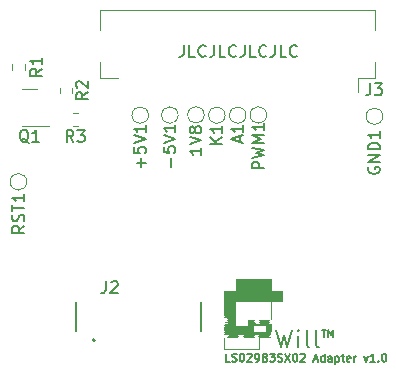
<source format=gbr>
%TF.GenerationSoftware,KiCad,Pcbnew,8.0.0*%
%TF.CreationDate,2024-03-06T23:01:12+04:00*%
%TF.ProjectId,gbc-cm4-aio-flex,6762632d-636d-4342-9d61-696f2d666c65,rev?*%
%TF.SameCoordinates,Original*%
%TF.FileFunction,Legend,Top*%
%TF.FilePolarity,Positive*%
%FSLAX46Y46*%
G04 Gerber Fmt 4.6, Leading zero omitted, Abs format (unit mm)*
G04 Created by KiCad (PCBNEW 8.0.0) date 2024-03-06 23:01:12*
%MOMM*%
%LPD*%
G01*
G04 APERTURE LIST*
%ADD10C,0.150000*%
%ADD11C,0.200000*%
%ADD12C,0.127000*%
%ADD13C,0.120000*%
%ADD14C,0.000000*%
G04 APERTURE END LIST*
D10*
X163475826Y-141008771D02*
X163818684Y-141008771D01*
X163647255Y-141608771D02*
X163647255Y-141008771D01*
X164018684Y-141608771D02*
X164018684Y-141008771D01*
X164018684Y-141008771D02*
X164218684Y-141437342D01*
X164218684Y-141437342D02*
X164418684Y-141008771D01*
X164418684Y-141008771D02*
X164418684Y-141608771D01*
X155697255Y-143700204D02*
X155378207Y-143700204D01*
X155378207Y-143700204D02*
X155378207Y-143030204D01*
X155888684Y-143668300D02*
X155984398Y-143700204D01*
X155984398Y-143700204D02*
X156143922Y-143700204D01*
X156143922Y-143700204D02*
X156207731Y-143668300D01*
X156207731Y-143668300D02*
X156239636Y-143636395D01*
X156239636Y-143636395D02*
X156271541Y-143572585D01*
X156271541Y-143572585D02*
X156271541Y-143508776D01*
X156271541Y-143508776D02*
X156239636Y-143444966D01*
X156239636Y-143444966D02*
X156207731Y-143413061D01*
X156207731Y-143413061D02*
X156143922Y-143381157D01*
X156143922Y-143381157D02*
X156016303Y-143349252D01*
X156016303Y-143349252D02*
X155952493Y-143317347D01*
X155952493Y-143317347D02*
X155920588Y-143285442D01*
X155920588Y-143285442D02*
X155888684Y-143221633D01*
X155888684Y-143221633D02*
X155888684Y-143157823D01*
X155888684Y-143157823D02*
X155920588Y-143094014D01*
X155920588Y-143094014D02*
X155952493Y-143062109D01*
X155952493Y-143062109D02*
X156016303Y-143030204D01*
X156016303Y-143030204D02*
X156175826Y-143030204D01*
X156175826Y-143030204D02*
X156271541Y-143062109D01*
X156686302Y-143030204D02*
X156750112Y-143030204D01*
X156750112Y-143030204D02*
X156813921Y-143062109D01*
X156813921Y-143062109D02*
X156845826Y-143094014D01*
X156845826Y-143094014D02*
X156877731Y-143157823D01*
X156877731Y-143157823D02*
X156909636Y-143285442D01*
X156909636Y-143285442D02*
X156909636Y-143444966D01*
X156909636Y-143444966D02*
X156877731Y-143572585D01*
X156877731Y-143572585D02*
X156845826Y-143636395D01*
X156845826Y-143636395D02*
X156813921Y-143668300D01*
X156813921Y-143668300D02*
X156750112Y-143700204D01*
X156750112Y-143700204D02*
X156686302Y-143700204D01*
X156686302Y-143700204D02*
X156622493Y-143668300D01*
X156622493Y-143668300D02*
X156590588Y-143636395D01*
X156590588Y-143636395D02*
X156558683Y-143572585D01*
X156558683Y-143572585D02*
X156526779Y-143444966D01*
X156526779Y-143444966D02*
X156526779Y-143285442D01*
X156526779Y-143285442D02*
X156558683Y-143157823D01*
X156558683Y-143157823D02*
X156590588Y-143094014D01*
X156590588Y-143094014D02*
X156622493Y-143062109D01*
X156622493Y-143062109D02*
X156686302Y-143030204D01*
X157164874Y-143094014D02*
X157196778Y-143062109D01*
X157196778Y-143062109D02*
X157260588Y-143030204D01*
X157260588Y-143030204D02*
X157420112Y-143030204D01*
X157420112Y-143030204D02*
X157483921Y-143062109D01*
X157483921Y-143062109D02*
X157515826Y-143094014D01*
X157515826Y-143094014D02*
X157547731Y-143157823D01*
X157547731Y-143157823D02*
X157547731Y-143221633D01*
X157547731Y-143221633D02*
X157515826Y-143317347D01*
X157515826Y-143317347D02*
X157132969Y-143700204D01*
X157132969Y-143700204D02*
X157547731Y-143700204D01*
X157866778Y-143700204D02*
X157994397Y-143700204D01*
X157994397Y-143700204D02*
X158058207Y-143668300D01*
X158058207Y-143668300D02*
X158090111Y-143636395D01*
X158090111Y-143636395D02*
X158153921Y-143540680D01*
X158153921Y-143540680D02*
X158185826Y-143413061D01*
X158185826Y-143413061D02*
X158185826Y-143157823D01*
X158185826Y-143157823D02*
X158153921Y-143094014D01*
X158153921Y-143094014D02*
X158122016Y-143062109D01*
X158122016Y-143062109D02*
X158058207Y-143030204D01*
X158058207Y-143030204D02*
X157930588Y-143030204D01*
X157930588Y-143030204D02*
X157866778Y-143062109D01*
X157866778Y-143062109D02*
X157834873Y-143094014D01*
X157834873Y-143094014D02*
X157802969Y-143157823D01*
X157802969Y-143157823D02*
X157802969Y-143317347D01*
X157802969Y-143317347D02*
X157834873Y-143381157D01*
X157834873Y-143381157D02*
X157866778Y-143413061D01*
X157866778Y-143413061D02*
X157930588Y-143444966D01*
X157930588Y-143444966D02*
X158058207Y-143444966D01*
X158058207Y-143444966D02*
X158122016Y-143413061D01*
X158122016Y-143413061D02*
X158153921Y-143381157D01*
X158153921Y-143381157D02*
X158185826Y-143317347D01*
X158696302Y-143349252D02*
X158792016Y-143381157D01*
X158792016Y-143381157D02*
X158823921Y-143413061D01*
X158823921Y-143413061D02*
X158855825Y-143476871D01*
X158855825Y-143476871D02*
X158855825Y-143572585D01*
X158855825Y-143572585D02*
X158823921Y-143636395D01*
X158823921Y-143636395D02*
X158792016Y-143668300D01*
X158792016Y-143668300D02*
X158728206Y-143700204D01*
X158728206Y-143700204D02*
X158472968Y-143700204D01*
X158472968Y-143700204D02*
X158472968Y-143030204D01*
X158472968Y-143030204D02*
X158696302Y-143030204D01*
X158696302Y-143030204D02*
X158760111Y-143062109D01*
X158760111Y-143062109D02*
X158792016Y-143094014D01*
X158792016Y-143094014D02*
X158823921Y-143157823D01*
X158823921Y-143157823D02*
X158823921Y-143221633D01*
X158823921Y-143221633D02*
X158792016Y-143285442D01*
X158792016Y-143285442D02*
X158760111Y-143317347D01*
X158760111Y-143317347D02*
X158696302Y-143349252D01*
X158696302Y-143349252D02*
X158472968Y-143349252D01*
X159079159Y-143030204D02*
X159493921Y-143030204D01*
X159493921Y-143030204D02*
X159270587Y-143285442D01*
X159270587Y-143285442D02*
X159366302Y-143285442D01*
X159366302Y-143285442D02*
X159430111Y-143317347D01*
X159430111Y-143317347D02*
X159462016Y-143349252D01*
X159462016Y-143349252D02*
X159493921Y-143413061D01*
X159493921Y-143413061D02*
X159493921Y-143572585D01*
X159493921Y-143572585D02*
X159462016Y-143636395D01*
X159462016Y-143636395D02*
X159430111Y-143668300D01*
X159430111Y-143668300D02*
X159366302Y-143700204D01*
X159366302Y-143700204D02*
X159174873Y-143700204D01*
X159174873Y-143700204D02*
X159111064Y-143668300D01*
X159111064Y-143668300D02*
X159079159Y-143636395D01*
X159749159Y-143668300D02*
X159844873Y-143700204D01*
X159844873Y-143700204D02*
X160004397Y-143700204D01*
X160004397Y-143700204D02*
X160068206Y-143668300D01*
X160068206Y-143668300D02*
X160100111Y-143636395D01*
X160100111Y-143636395D02*
X160132016Y-143572585D01*
X160132016Y-143572585D02*
X160132016Y-143508776D01*
X160132016Y-143508776D02*
X160100111Y-143444966D01*
X160100111Y-143444966D02*
X160068206Y-143413061D01*
X160068206Y-143413061D02*
X160004397Y-143381157D01*
X160004397Y-143381157D02*
X159876778Y-143349252D01*
X159876778Y-143349252D02*
X159812968Y-143317347D01*
X159812968Y-143317347D02*
X159781063Y-143285442D01*
X159781063Y-143285442D02*
X159749159Y-143221633D01*
X159749159Y-143221633D02*
X159749159Y-143157823D01*
X159749159Y-143157823D02*
X159781063Y-143094014D01*
X159781063Y-143094014D02*
X159812968Y-143062109D01*
X159812968Y-143062109D02*
X159876778Y-143030204D01*
X159876778Y-143030204D02*
X160036301Y-143030204D01*
X160036301Y-143030204D02*
X160132016Y-143062109D01*
X160355349Y-143030204D02*
X160802015Y-143700204D01*
X160802015Y-143030204D02*
X160355349Y-143700204D01*
X161184872Y-143030204D02*
X161248682Y-143030204D01*
X161248682Y-143030204D02*
X161312491Y-143062109D01*
X161312491Y-143062109D02*
X161344396Y-143094014D01*
X161344396Y-143094014D02*
X161376301Y-143157823D01*
X161376301Y-143157823D02*
X161408206Y-143285442D01*
X161408206Y-143285442D02*
X161408206Y-143444966D01*
X161408206Y-143444966D02*
X161376301Y-143572585D01*
X161376301Y-143572585D02*
X161344396Y-143636395D01*
X161344396Y-143636395D02*
X161312491Y-143668300D01*
X161312491Y-143668300D02*
X161248682Y-143700204D01*
X161248682Y-143700204D02*
X161184872Y-143700204D01*
X161184872Y-143700204D02*
X161121063Y-143668300D01*
X161121063Y-143668300D02*
X161089158Y-143636395D01*
X161089158Y-143636395D02*
X161057253Y-143572585D01*
X161057253Y-143572585D02*
X161025349Y-143444966D01*
X161025349Y-143444966D02*
X161025349Y-143285442D01*
X161025349Y-143285442D02*
X161057253Y-143157823D01*
X161057253Y-143157823D02*
X161089158Y-143094014D01*
X161089158Y-143094014D02*
X161121063Y-143062109D01*
X161121063Y-143062109D02*
X161184872Y-143030204D01*
X161663444Y-143094014D02*
X161695348Y-143062109D01*
X161695348Y-143062109D02*
X161759158Y-143030204D01*
X161759158Y-143030204D02*
X161918682Y-143030204D01*
X161918682Y-143030204D02*
X161982491Y-143062109D01*
X161982491Y-143062109D02*
X162014396Y-143094014D01*
X162014396Y-143094014D02*
X162046301Y-143157823D01*
X162046301Y-143157823D02*
X162046301Y-143221633D01*
X162046301Y-143221633D02*
X162014396Y-143317347D01*
X162014396Y-143317347D02*
X161631539Y-143700204D01*
X161631539Y-143700204D02*
X162046301Y-143700204D01*
X162812015Y-143508776D02*
X163131062Y-143508776D01*
X162748205Y-143700204D02*
X162971538Y-143030204D01*
X162971538Y-143030204D02*
X163194872Y-143700204D01*
X163705348Y-143700204D02*
X163705348Y-143030204D01*
X163705348Y-143668300D02*
X163641539Y-143700204D01*
X163641539Y-143700204D02*
X163513920Y-143700204D01*
X163513920Y-143700204D02*
X163450110Y-143668300D01*
X163450110Y-143668300D02*
X163418205Y-143636395D01*
X163418205Y-143636395D02*
X163386301Y-143572585D01*
X163386301Y-143572585D02*
X163386301Y-143381157D01*
X163386301Y-143381157D02*
X163418205Y-143317347D01*
X163418205Y-143317347D02*
X163450110Y-143285442D01*
X163450110Y-143285442D02*
X163513920Y-143253538D01*
X163513920Y-143253538D02*
X163641539Y-143253538D01*
X163641539Y-143253538D02*
X163705348Y-143285442D01*
X164311538Y-143700204D02*
X164311538Y-143349252D01*
X164311538Y-143349252D02*
X164279633Y-143285442D01*
X164279633Y-143285442D02*
X164215824Y-143253538D01*
X164215824Y-143253538D02*
X164088205Y-143253538D01*
X164088205Y-143253538D02*
X164024395Y-143285442D01*
X164311538Y-143668300D02*
X164247729Y-143700204D01*
X164247729Y-143700204D02*
X164088205Y-143700204D01*
X164088205Y-143700204D02*
X164024395Y-143668300D01*
X164024395Y-143668300D02*
X163992491Y-143604490D01*
X163992491Y-143604490D02*
X163992491Y-143540680D01*
X163992491Y-143540680D02*
X164024395Y-143476871D01*
X164024395Y-143476871D02*
X164088205Y-143444966D01*
X164088205Y-143444966D02*
X164247729Y-143444966D01*
X164247729Y-143444966D02*
X164311538Y-143413061D01*
X164630585Y-143253538D02*
X164630585Y-143923538D01*
X164630585Y-143285442D02*
X164694395Y-143253538D01*
X164694395Y-143253538D02*
X164822014Y-143253538D01*
X164822014Y-143253538D02*
X164885823Y-143285442D01*
X164885823Y-143285442D02*
X164917728Y-143317347D01*
X164917728Y-143317347D02*
X164949633Y-143381157D01*
X164949633Y-143381157D02*
X164949633Y-143572585D01*
X164949633Y-143572585D02*
X164917728Y-143636395D01*
X164917728Y-143636395D02*
X164885823Y-143668300D01*
X164885823Y-143668300D02*
X164822014Y-143700204D01*
X164822014Y-143700204D02*
X164694395Y-143700204D01*
X164694395Y-143700204D02*
X164630585Y-143668300D01*
X165141061Y-143253538D02*
X165396299Y-143253538D01*
X165236775Y-143030204D02*
X165236775Y-143604490D01*
X165236775Y-143604490D02*
X165268680Y-143668300D01*
X165268680Y-143668300D02*
X165332490Y-143700204D01*
X165332490Y-143700204D02*
X165396299Y-143700204D01*
X165874870Y-143668300D02*
X165811061Y-143700204D01*
X165811061Y-143700204D02*
X165683442Y-143700204D01*
X165683442Y-143700204D02*
X165619632Y-143668300D01*
X165619632Y-143668300D02*
X165587728Y-143604490D01*
X165587728Y-143604490D02*
X165587728Y-143349252D01*
X165587728Y-143349252D02*
X165619632Y-143285442D01*
X165619632Y-143285442D02*
X165683442Y-143253538D01*
X165683442Y-143253538D02*
X165811061Y-143253538D01*
X165811061Y-143253538D02*
X165874870Y-143285442D01*
X165874870Y-143285442D02*
X165906775Y-143349252D01*
X165906775Y-143349252D02*
X165906775Y-143413061D01*
X165906775Y-143413061D02*
X165587728Y-143476871D01*
X166193918Y-143700204D02*
X166193918Y-143253538D01*
X166193918Y-143381157D02*
X166225823Y-143317347D01*
X166225823Y-143317347D02*
X166257728Y-143285442D01*
X166257728Y-143285442D02*
X166321537Y-143253538D01*
X166321537Y-143253538D02*
X166385347Y-143253538D01*
X167055347Y-143253538D02*
X167214871Y-143700204D01*
X167214871Y-143700204D02*
X167374394Y-143253538D01*
X167980585Y-143700204D02*
X167597728Y-143700204D01*
X167789156Y-143700204D02*
X167789156Y-143030204D01*
X167789156Y-143030204D02*
X167725347Y-143125919D01*
X167725347Y-143125919D02*
X167661537Y-143189728D01*
X167661537Y-143189728D02*
X167597728Y-143221633D01*
X168267727Y-143636395D02*
X168299632Y-143668300D01*
X168299632Y-143668300D02*
X168267727Y-143700204D01*
X168267727Y-143700204D02*
X168235823Y-143668300D01*
X168235823Y-143668300D02*
X168267727Y-143636395D01*
X168267727Y-143636395D02*
X168267727Y-143700204D01*
X168714394Y-143030204D02*
X168778204Y-143030204D01*
X168778204Y-143030204D02*
X168842013Y-143062109D01*
X168842013Y-143062109D02*
X168873918Y-143094014D01*
X168873918Y-143094014D02*
X168905823Y-143157823D01*
X168905823Y-143157823D02*
X168937728Y-143285442D01*
X168937728Y-143285442D02*
X168937728Y-143444966D01*
X168937728Y-143444966D02*
X168905823Y-143572585D01*
X168905823Y-143572585D02*
X168873918Y-143636395D01*
X168873918Y-143636395D02*
X168842013Y-143668300D01*
X168842013Y-143668300D02*
X168778204Y-143700204D01*
X168778204Y-143700204D02*
X168714394Y-143700204D01*
X168714394Y-143700204D02*
X168650585Y-143668300D01*
X168650585Y-143668300D02*
X168618680Y-143636395D01*
X168618680Y-143636395D02*
X168586775Y-143572585D01*
X168586775Y-143572585D02*
X168554871Y-143444966D01*
X168554871Y-143444966D02*
X168554871Y-143285442D01*
X168554871Y-143285442D02*
X168586775Y-143157823D01*
X168586775Y-143157823D02*
X168618680Y-143094014D01*
X168618680Y-143094014D02*
X168650585Y-143062109D01*
X168650585Y-143062109D02*
X168714394Y-143030204D01*
X159632969Y-140998628D02*
X159990112Y-142498628D01*
X159990112Y-142498628D02*
X160275826Y-141427200D01*
X160275826Y-141427200D02*
X160561541Y-142498628D01*
X160561541Y-142498628D02*
X160918684Y-140998628D01*
X161490112Y-142498628D02*
X161490112Y-141498628D01*
X161490112Y-140998628D02*
X161418684Y-141070057D01*
X161418684Y-141070057D02*
X161490112Y-141141485D01*
X161490112Y-141141485D02*
X161561541Y-141070057D01*
X161561541Y-141070057D02*
X161490112Y-140998628D01*
X161490112Y-140998628D02*
X161490112Y-141141485D01*
X162418684Y-142498628D02*
X162275827Y-142427200D01*
X162275827Y-142427200D02*
X162204398Y-142284342D01*
X162204398Y-142284342D02*
X162204398Y-140998628D01*
X163204398Y-142498628D02*
X163061541Y-142427200D01*
X163061541Y-142427200D02*
X162990112Y-142284342D01*
X162990112Y-142284342D02*
X162990112Y-140998628D01*
X151792493Y-116909819D02*
X151792493Y-117624104D01*
X151792493Y-117624104D02*
X151744874Y-117766961D01*
X151744874Y-117766961D02*
X151649636Y-117862200D01*
X151649636Y-117862200D02*
X151506779Y-117909819D01*
X151506779Y-117909819D02*
X151411541Y-117909819D01*
X152744874Y-117909819D02*
X152268684Y-117909819D01*
X152268684Y-117909819D02*
X152268684Y-116909819D01*
X153649636Y-117814580D02*
X153602017Y-117862200D01*
X153602017Y-117862200D02*
X153459160Y-117909819D01*
X153459160Y-117909819D02*
X153363922Y-117909819D01*
X153363922Y-117909819D02*
X153221065Y-117862200D01*
X153221065Y-117862200D02*
X153125827Y-117766961D01*
X153125827Y-117766961D02*
X153078208Y-117671723D01*
X153078208Y-117671723D02*
X153030589Y-117481247D01*
X153030589Y-117481247D02*
X153030589Y-117338390D01*
X153030589Y-117338390D02*
X153078208Y-117147914D01*
X153078208Y-117147914D02*
X153125827Y-117052676D01*
X153125827Y-117052676D02*
X153221065Y-116957438D01*
X153221065Y-116957438D02*
X153363922Y-116909819D01*
X153363922Y-116909819D02*
X153459160Y-116909819D01*
X153459160Y-116909819D02*
X153602017Y-116957438D01*
X153602017Y-116957438D02*
X153649636Y-117005057D01*
X154363922Y-116909819D02*
X154363922Y-117624104D01*
X154363922Y-117624104D02*
X154316303Y-117766961D01*
X154316303Y-117766961D02*
X154221065Y-117862200D01*
X154221065Y-117862200D02*
X154078208Y-117909819D01*
X154078208Y-117909819D02*
X153982970Y-117909819D01*
X155316303Y-117909819D02*
X154840113Y-117909819D01*
X154840113Y-117909819D02*
X154840113Y-116909819D01*
X156221065Y-117814580D02*
X156173446Y-117862200D01*
X156173446Y-117862200D02*
X156030589Y-117909819D01*
X156030589Y-117909819D02*
X155935351Y-117909819D01*
X155935351Y-117909819D02*
X155792494Y-117862200D01*
X155792494Y-117862200D02*
X155697256Y-117766961D01*
X155697256Y-117766961D02*
X155649637Y-117671723D01*
X155649637Y-117671723D02*
X155602018Y-117481247D01*
X155602018Y-117481247D02*
X155602018Y-117338390D01*
X155602018Y-117338390D02*
X155649637Y-117147914D01*
X155649637Y-117147914D02*
X155697256Y-117052676D01*
X155697256Y-117052676D02*
X155792494Y-116957438D01*
X155792494Y-116957438D02*
X155935351Y-116909819D01*
X155935351Y-116909819D02*
X156030589Y-116909819D01*
X156030589Y-116909819D02*
X156173446Y-116957438D01*
X156173446Y-116957438D02*
X156221065Y-117005057D01*
X156935351Y-116909819D02*
X156935351Y-117624104D01*
X156935351Y-117624104D02*
X156887732Y-117766961D01*
X156887732Y-117766961D02*
X156792494Y-117862200D01*
X156792494Y-117862200D02*
X156649637Y-117909819D01*
X156649637Y-117909819D02*
X156554399Y-117909819D01*
X157887732Y-117909819D02*
X157411542Y-117909819D01*
X157411542Y-117909819D02*
X157411542Y-116909819D01*
X158792494Y-117814580D02*
X158744875Y-117862200D01*
X158744875Y-117862200D02*
X158602018Y-117909819D01*
X158602018Y-117909819D02*
X158506780Y-117909819D01*
X158506780Y-117909819D02*
X158363923Y-117862200D01*
X158363923Y-117862200D02*
X158268685Y-117766961D01*
X158268685Y-117766961D02*
X158221066Y-117671723D01*
X158221066Y-117671723D02*
X158173447Y-117481247D01*
X158173447Y-117481247D02*
X158173447Y-117338390D01*
X158173447Y-117338390D02*
X158221066Y-117147914D01*
X158221066Y-117147914D02*
X158268685Y-117052676D01*
X158268685Y-117052676D02*
X158363923Y-116957438D01*
X158363923Y-116957438D02*
X158506780Y-116909819D01*
X158506780Y-116909819D02*
X158602018Y-116909819D01*
X158602018Y-116909819D02*
X158744875Y-116957438D01*
X158744875Y-116957438D02*
X158792494Y-117005057D01*
X159506780Y-116909819D02*
X159506780Y-117624104D01*
X159506780Y-117624104D02*
X159459161Y-117766961D01*
X159459161Y-117766961D02*
X159363923Y-117862200D01*
X159363923Y-117862200D02*
X159221066Y-117909819D01*
X159221066Y-117909819D02*
X159125828Y-117909819D01*
X160459161Y-117909819D02*
X159982971Y-117909819D01*
X159982971Y-117909819D02*
X159982971Y-116909819D01*
X161363923Y-117814580D02*
X161316304Y-117862200D01*
X161316304Y-117862200D02*
X161173447Y-117909819D01*
X161173447Y-117909819D02*
X161078209Y-117909819D01*
X161078209Y-117909819D02*
X160935352Y-117862200D01*
X160935352Y-117862200D02*
X160840114Y-117766961D01*
X160840114Y-117766961D02*
X160792495Y-117671723D01*
X160792495Y-117671723D02*
X160744876Y-117481247D01*
X160744876Y-117481247D02*
X160744876Y-117338390D01*
X160744876Y-117338390D02*
X160792495Y-117147914D01*
X160792495Y-117147914D02*
X160840114Y-117052676D01*
X160840114Y-117052676D02*
X160935352Y-116957438D01*
X160935352Y-116957438D02*
X161078209Y-116909819D01*
X161078209Y-116909819D02*
X161173447Y-116909819D01*
X161173447Y-116909819D02*
X161316304Y-116957438D01*
X161316304Y-116957438D02*
X161363923Y-117005057D01*
X145201666Y-136909819D02*
X145201666Y-137624104D01*
X145201666Y-137624104D02*
X145154047Y-137766961D01*
X145154047Y-137766961D02*
X145058809Y-137862200D01*
X145058809Y-137862200D02*
X144915952Y-137909819D01*
X144915952Y-137909819D02*
X144820714Y-137909819D01*
X145630238Y-137005057D02*
X145677857Y-136957438D01*
X145677857Y-136957438D02*
X145773095Y-136909819D01*
X145773095Y-136909819D02*
X146011190Y-136909819D01*
X146011190Y-136909819D02*
X146106428Y-136957438D01*
X146106428Y-136957438D02*
X146154047Y-137005057D01*
X146154047Y-137005057D02*
X146201666Y-137100295D01*
X146201666Y-137100295D02*
X146201666Y-137195533D01*
X146201666Y-137195533D02*
X146154047Y-137338390D01*
X146154047Y-137338390D02*
X145582619Y-137909819D01*
X145582619Y-137909819D02*
X146201666Y-137909819D01*
X167566666Y-120154819D02*
X167566666Y-120869104D01*
X167566666Y-120869104D02*
X167519047Y-121011961D01*
X167519047Y-121011961D02*
X167423809Y-121107200D01*
X167423809Y-121107200D02*
X167280952Y-121154819D01*
X167280952Y-121154819D02*
X167185714Y-121154819D01*
X167947619Y-120154819D02*
X168566666Y-120154819D01*
X168566666Y-120154819D02*
X168233333Y-120535771D01*
X168233333Y-120535771D02*
X168376190Y-120535771D01*
X168376190Y-120535771D02*
X168471428Y-120583390D01*
X168471428Y-120583390D02*
X168519047Y-120631009D01*
X168519047Y-120631009D02*
X168566666Y-120726247D01*
X168566666Y-120726247D02*
X168566666Y-120964342D01*
X168566666Y-120964342D02*
X168519047Y-121059580D01*
X168519047Y-121059580D02*
X168471428Y-121107200D01*
X168471428Y-121107200D02*
X168376190Y-121154819D01*
X168376190Y-121154819D02*
X168090476Y-121154819D01*
X168090476Y-121154819D02*
X167995238Y-121107200D01*
X167995238Y-121107200D02*
X167947619Y-121059580D01*
X138274819Y-132213809D02*
X137798628Y-132547142D01*
X138274819Y-132785237D02*
X137274819Y-132785237D01*
X137274819Y-132785237D02*
X137274819Y-132404285D01*
X137274819Y-132404285D02*
X137322438Y-132309047D01*
X137322438Y-132309047D02*
X137370057Y-132261428D01*
X137370057Y-132261428D02*
X137465295Y-132213809D01*
X137465295Y-132213809D02*
X137608152Y-132213809D01*
X137608152Y-132213809D02*
X137703390Y-132261428D01*
X137703390Y-132261428D02*
X137751009Y-132309047D01*
X137751009Y-132309047D02*
X137798628Y-132404285D01*
X137798628Y-132404285D02*
X137798628Y-132785237D01*
X138227200Y-131832856D02*
X138274819Y-131689999D01*
X138274819Y-131689999D02*
X138274819Y-131451904D01*
X138274819Y-131451904D02*
X138227200Y-131356666D01*
X138227200Y-131356666D02*
X138179580Y-131309047D01*
X138179580Y-131309047D02*
X138084342Y-131261428D01*
X138084342Y-131261428D02*
X137989104Y-131261428D01*
X137989104Y-131261428D02*
X137893866Y-131309047D01*
X137893866Y-131309047D02*
X137846247Y-131356666D01*
X137846247Y-131356666D02*
X137798628Y-131451904D01*
X137798628Y-131451904D02*
X137751009Y-131642380D01*
X137751009Y-131642380D02*
X137703390Y-131737618D01*
X137703390Y-131737618D02*
X137655771Y-131785237D01*
X137655771Y-131785237D02*
X137560533Y-131832856D01*
X137560533Y-131832856D02*
X137465295Y-131832856D01*
X137465295Y-131832856D02*
X137370057Y-131785237D01*
X137370057Y-131785237D02*
X137322438Y-131737618D01*
X137322438Y-131737618D02*
X137274819Y-131642380D01*
X137274819Y-131642380D02*
X137274819Y-131404285D01*
X137274819Y-131404285D02*
X137322438Y-131261428D01*
X137274819Y-130975713D02*
X137274819Y-130404285D01*
X138274819Y-130689999D02*
X137274819Y-130689999D01*
X138274819Y-129547142D02*
X138274819Y-130118570D01*
X138274819Y-129832856D02*
X137274819Y-129832856D01*
X137274819Y-129832856D02*
X137417676Y-129928094D01*
X137417676Y-129928094D02*
X137512914Y-130023332D01*
X137512914Y-130023332D02*
X137560533Y-130118570D01*
X155044819Y-125268094D02*
X154044819Y-125268094D01*
X155044819Y-124696666D02*
X154473390Y-125125237D01*
X154044819Y-124696666D02*
X154616247Y-125268094D01*
X155044819Y-123744285D02*
X155044819Y-124315713D01*
X155044819Y-124029999D02*
X154044819Y-124029999D01*
X154044819Y-124029999D02*
X154187676Y-124125237D01*
X154187676Y-124125237D02*
X154282914Y-124220475D01*
X154282914Y-124220475D02*
X154330533Y-124315713D01*
X156539104Y-125114285D02*
X156539104Y-124638095D01*
X156824819Y-125209523D02*
X155824819Y-124876190D01*
X155824819Y-124876190D02*
X156824819Y-124542857D01*
X156824819Y-123685714D02*
X156824819Y-124257142D01*
X156824819Y-123971428D02*
X155824819Y-123971428D01*
X155824819Y-123971428D02*
X155967676Y-124066666D01*
X155967676Y-124066666D02*
X156062914Y-124161904D01*
X156062914Y-124161904D02*
X156110533Y-124257142D01*
X158594819Y-127350951D02*
X157594819Y-127350951D01*
X157594819Y-127350951D02*
X157594819Y-126969999D01*
X157594819Y-126969999D02*
X157642438Y-126874761D01*
X157642438Y-126874761D02*
X157690057Y-126827142D01*
X157690057Y-126827142D02*
X157785295Y-126779523D01*
X157785295Y-126779523D02*
X157928152Y-126779523D01*
X157928152Y-126779523D02*
X158023390Y-126827142D01*
X158023390Y-126827142D02*
X158071009Y-126874761D01*
X158071009Y-126874761D02*
X158118628Y-126969999D01*
X158118628Y-126969999D02*
X158118628Y-127350951D01*
X157594819Y-126446189D02*
X158594819Y-126208094D01*
X158594819Y-126208094D02*
X157880533Y-126017618D01*
X157880533Y-126017618D02*
X158594819Y-125827142D01*
X158594819Y-125827142D02*
X157594819Y-125589047D01*
X158594819Y-125208094D02*
X157594819Y-125208094D01*
X157594819Y-125208094D02*
X158309104Y-124874761D01*
X158309104Y-124874761D02*
X157594819Y-124541428D01*
X157594819Y-124541428D02*
X158594819Y-124541428D01*
X158594819Y-123541428D02*
X158594819Y-124112856D01*
X158594819Y-123827142D02*
X157594819Y-123827142D01*
X157594819Y-123827142D02*
X157737676Y-123922380D01*
X157737676Y-123922380D02*
X157832914Y-124017618D01*
X157832914Y-124017618D02*
X157880533Y-124112856D01*
X142448333Y-125094819D02*
X142115000Y-124618628D01*
X141876905Y-125094819D02*
X141876905Y-124094819D01*
X141876905Y-124094819D02*
X142257857Y-124094819D01*
X142257857Y-124094819D02*
X142353095Y-124142438D01*
X142353095Y-124142438D02*
X142400714Y-124190057D01*
X142400714Y-124190057D02*
X142448333Y-124285295D01*
X142448333Y-124285295D02*
X142448333Y-124428152D01*
X142448333Y-124428152D02*
X142400714Y-124523390D01*
X142400714Y-124523390D02*
X142353095Y-124571009D01*
X142353095Y-124571009D02*
X142257857Y-124618628D01*
X142257857Y-124618628D02*
X141876905Y-124618628D01*
X142781667Y-124094819D02*
X143400714Y-124094819D01*
X143400714Y-124094819D02*
X143067381Y-124475771D01*
X143067381Y-124475771D02*
X143210238Y-124475771D01*
X143210238Y-124475771D02*
X143305476Y-124523390D01*
X143305476Y-124523390D02*
X143353095Y-124571009D01*
X143353095Y-124571009D02*
X143400714Y-124666247D01*
X143400714Y-124666247D02*
X143400714Y-124904342D01*
X143400714Y-124904342D02*
X143353095Y-124999580D01*
X143353095Y-124999580D02*
X143305476Y-125047200D01*
X143305476Y-125047200D02*
X143210238Y-125094819D01*
X143210238Y-125094819D02*
X142924524Y-125094819D01*
X142924524Y-125094819D02*
X142829286Y-125047200D01*
X142829286Y-125047200D02*
X142781667Y-124999580D01*
X143674819Y-120911666D02*
X143198628Y-121244999D01*
X143674819Y-121483094D02*
X142674819Y-121483094D01*
X142674819Y-121483094D02*
X142674819Y-121102142D01*
X142674819Y-121102142D02*
X142722438Y-121006904D01*
X142722438Y-121006904D02*
X142770057Y-120959285D01*
X142770057Y-120959285D02*
X142865295Y-120911666D01*
X142865295Y-120911666D02*
X143008152Y-120911666D01*
X143008152Y-120911666D02*
X143103390Y-120959285D01*
X143103390Y-120959285D02*
X143151009Y-121006904D01*
X143151009Y-121006904D02*
X143198628Y-121102142D01*
X143198628Y-121102142D02*
X143198628Y-121483094D01*
X142770057Y-120530713D02*
X142722438Y-120483094D01*
X142722438Y-120483094D02*
X142674819Y-120387856D01*
X142674819Y-120387856D02*
X142674819Y-120149761D01*
X142674819Y-120149761D02*
X142722438Y-120054523D01*
X142722438Y-120054523D02*
X142770057Y-120006904D01*
X142770057Y-120006904D02*
X142865295Y-119959285D01*
X142865295Y-119959285D02*
X142960533Y-119959285D01*
X142960533Y-119959285D02*
X143103390Y-120006904D01*
X143103390Y-120006904D02*
X143674819Y-120578332D01*
X143674819Y-120578332D02*
X143674819Y-119959285D01*
X153274819Y-125599047D02*
X153274819Y-126170475D01*
X153274819Y-125884761D02*
X152274819Y-125884761D01*
X152274819Y-125884761D02*
X152417676Y-125979999D01*
X152417676Y-125979999D02*
X152512914Y-126075237D01*
X152512914Y-126075237D02*
X152560533Y-126170475D01*
X152274819Y-125313332D02*
X153274819Y-124979999D01*
X153274819Y-124979999D02*
X152274819Y-124646666D01*
X152703390Y-124170475D02*
X152655771Y-124265713D01*
X152655771Y-124265713D02*
X152608152Y-124313332D01*
X152608152Y-124313332D02*
X152512914Y-124360951D01*
X152512914Y-124360951D02*
X152465295Y-124360951D01*
X152465295Y-124360951D02*
X152370057Y-124313332D01*
X152370057Y-124313332D02*
X152322438Y-124265713D01*
X152322438Y-124265713D02*
X152274819Y-124170475D01*
X152274819Y-124170475D02*
X152274819Y-123979999D01*
X152274819Y-123979999D02*
X152322438Y-123884761D01*
X152322438Y-123884761D02*
X152370057Y-123837142D01*
X152370057Y-123837142D02*
X152465295Y-123789523D01*
X152465295Y-123789523D02*
X152512914Y-123789523D01*
X152512914Y-123789523D02*
X152608152Y-123837142D01*
X152608152Y-123837142D02*
X152655771Y-123884761D01*
X152655771Y-123884761D02*
X152703390Y-123979999D01*
X152703390Y-123979999D02*
X152703390Y-124170475D01*
X152703390Y-124170475D02*
X152751009Y-124265713D01*
X152751009Y-124265713D02*
X152798628Y-124313332D01*
X152798628Y-124313332D02*
X152893866Y-124360951D01*
X152893866Y-124360951D02*
X153084342Y-124360951D01*
X153084342Y-124360951D02*
X153179580Y-124313332D01*
X153179580Y-124313332D02*
X153227200Y-124265713D01*
X153227200Y-124265713D02*
X153274819Y-124170475D01*
X153274819Y-124170475D02*
X153274819Y-123979999D01*
X153274819Y-123979999D02*
X153227200Y-123884761D01*
X153227200Y-123884761D02*
X153179580Y-123837142D01*
X153179580Y-123837142D02*
X153084342Y-123789523D01*
X153084342Y-123789523D02*
X152893866Y-123789523D01*
X152893866Y-123789523D02*
X152798628Y-123837142D01*
X152798628Y-123837142D02*
X152751009Y-123884761D01*
X152751009Y-123884761D02*
X152703390Y-123979999D01*
X138647261Y-125170057D02*
X138552023Y-125122438D01*
X138552023Y-125122438D02*
X138456785Y-125027200D01*
X138456785Y-125027200D02*
X138313928Y-124884342D01*
X138313928Y-124884342D02*
X138218690Y-124836723D01*
X138218690Y-124836723D02*
X138123452Y-124836723D01*
X138171071Y-125074819D02*
X138075833Y-125027200D01*
X138075833Y-125027200D02*
X137980595Y-124931961D01*
X137980595Y-124931961D02*
X137932976Y-124741485D01*
X137932976Y-124741485D02*
X137932976Y-124408152D01*
X137932976Y-124408152D02*
X137980595Y-124217676D01*
X137980595Y-124217676D02*
X138075833Y-124122438D01*
X138075833Y-124122438D02*
X138171071Y-124074819D01*
X138171071Y-124074819D02*
X138361547Y-124074819D01*
X138361547Y-124074819D02*
X138456785Y-124122438D01*
X138456785Y-124122438D02*
X138552023Y-124217676D01*
X138552023Y-124217676D02*
X138599642Y-124408152D01*
X138599642Y-124408152D02*
X138599642Y-124741485D01*
X138599642Y-124741485D02*
X138552023Y-124931961D01*
X138552023Y-124931961D02*
X138456785Y-125027200D01*
X138456785Y-125027200D02*
X138361547Y-125074819D01*
X138361547Y-125074819D02*
X138171071Y-125074819D01*
X139552023Y-125074819D02*
X138980595Y-125074819D01*
X139266309Y-125074819D02*
X139266309Y-124074819D01*
X139266309Y-124074819D02*
X139171071Y-124217676D01*
X139171071Y-124217676D02*
X139075833Y-124312914D01*
X139075833Y-124312914D02*
X138980595Y-124360533D01*
X148183866Y-127255904D02*
X148183866Y-126494000D01*
X148564819Y-126874952D02*
X147802914Y-126874952D01*
X147564819Y-125541619D02*
X147564819Y-126017809D01*
X147564819Y-126017809D02*
X148041009Y-126065428D01*
X148041009Y-126065428D02*
X147993390Y-126017809D01*
X147993390Y-126017809D02*
X147945771Y-125922571D01*
X147945771Y-125922571D02*
X147945771Y-125684476D01*
X147945771Y-125684476D02*
X147993390Y-125589238D01*
X147993390Y-125589238D02*
X148041009Y-125541619D01*
X148041009Y-125541619D02*
X148136247Y-125494000D01*
X148136247Y-125494000D02*
X148374342Y-125494000D01*
X148374342Y-125494000D02*
X148469580Y-125541619D01*
X148469580Y-125541619D02*
X148517200Y-125589238D01*
X148517200Y-125589238D02*
X148564819Y-125684476D01*
X148564819Y-125684476D02*
X148564819Y-125922571D01*
X148564819Y-125922571D02*
X148517200Y-126017809D01*
X148517200Y-126017809D02*
X148469580Y-126065428D01*
X147564819Y-125208285D02*
X148564819Y-124874952D01*
X148564819Y-124874952D02*
X147564819Y-124541619D01*
X148564819Y-123684476D02*
X148564819Y-124255904D01*
X148564819Y-123970190D02*
X147564819Y-123970190D01*
X147564819Y-123970190D02*
X147707676Y-124065428D01*
X147707676Y-124065428D02*
X147802914Y-124160666D01*
X147802914Y-124160666D02*
X147850533Y-124255904D01*
X139764819Y-118921666D02*
X139288628Y-119254999D01*
X139764819Y-119493094D02*
X138764819Y-119493094D01*
X138764819Y-119493094D02*
X138764819Y-119112142D01*
X138764819Y-119112142D02*
X138812438Y-119016904D01*
X138812438Y-119016904D02*
X138860057Y-118969285D01*
X138860057Y-118969285D02*
X138955295Y-118921666D01*
X138955295Y-118921666D02*
X139098152Y-118921666D01*
X139098152Y-118921666D02*
X139193390Y-118969285D01*
X139193390Y-118969285D02*
X139241009Y-119016904D01*
X139241009Y-119016904D02*
X139288628Y-119112142D01*
X139288628Y-119112142D02*
X139288628Y-119493094D01*
X139764819Y-117969285D02*
X139764819Y-118540713D01*
X139764819Y-118254999D02*
X138764819Y-118254999D01*
X138764819Y-118254999D02*
X138907676Y-118350237D01*
X138907676Y-118350237D02*
X139002914Y-118445475D01*
X139002914Y-118445475D02*
X139050533Y-118540713D01*
X167432438Y-127248095D02*
X167384819Y-127343333D01*
X167384819Y-127343333D02*
X167384819Y-127486190D01*
X167384819Y-127486190D02*
X167432438Y-127629047D01*
X167432438Y-127629047D02*
X167527676Y-127724285D01*
X167527676Y-127724285D02*
X167622914Y-127771904D01*
X167622914Y-127771904D02*
X167813390Y-127819523D01*
X167813390Y-127819523D02*
X167956247Y-127819523D01*
X167956247Y-127819523D02*
X168146723Y-127771904D01*
X168146723Y-127771904D02*
X168241961Y-127724285D01*
X168241961Y-127724285D02*
X168337200Y-127629047D01*
X168337200Y-127629047D02*
X168384819Y-127486190D01*
X168384819Y-127486190D02*
X168384819Y-127390952D01*
X168384819Y-127390952D02*
X168337200Y-127248095D01*
X168337200Y-127248095D02*
X168289580Y-127200476D01*
X168289580Y-127200476D02*
X167956247Y-127200476D01*
X167956247Y-127200476D02*
X167956247Y-127390952D01*
X168384819Y-126771904D02*
X167384819Y-126771904D01*
X167384819Y-126771904D02*
X168384819Y-126200476D01*
X168384819Y-126200476D02*
X167384819Y-126200476D01*
X168384819Y-125724285D02*
X167384819Y-125724285D01*
X167384819Y-125724285D02*
X167384819Y-125486190D01*
X167384819Y-125486190D02*
X167432438Y-125343333D01*
X167432438Y-125343333D02*
X167527676Y-125248095D01*
X167527676Y-125248095D02*
X167622914Y-125200476D01*
X167622914Y-125200476D02*
X167813390Y-125152857D01*
X167813390Y-125152857D02*
X167956247Y-125152857D01*
X167956247Y-125152857D02*
X168146723Y-125200476D01*
X168146723Y-125200476D02*
X168241961Y-125248095D01*
X168241961Y-125248095D02*
X168337200Y-125343333D01*
X168337200Y-125343333D02*
X168384819Y-125486190D01*
X168384819Y-125486190D02*
X168384819Y-125724285D01*
X168384819Y-124200476D02*
X168384819Y-124771904D01*
X168384819Y-124486190D02*
X167384819Y-124486190D01*
X167384819Y-124486190D02*
X167527676Y-124581428D01*
X167527676Y-124581428D02*
X167622914Y-124676666D01*
X167622914Y-124676666D02*
X167670533Y-124771904D01*
X150703866Y-127235904D02*
X150703866Y-126474000D01*
X150084819Y-125521619D02*
X150084819Y-125997809D01*
X150084819Y-125997809D02*
X150561009Y-126045428D01*
X150561009Y-126045428D02*
X150513390Y-125997809D01*
X150513390Y-125997809D02*
X150465771Y-125902571D01*
X150465771Y-125902571D02*
X150465771Y-125664476D01*
X150465771Y-125664476D02*
X150513390Y-125569238D01*
X150513390Y-125569238D02*
X150561009Y-125521619D01*
X150561009Y-125521619D02*
X150656247Y-125474000D01*
X150656247Y-125474000D02*
X150894342Y-125474000D01*
X150894342Y-125474000D02*
X150989580Y-125521619D01*
X150989580Y-125521619D02*
X151037200Y-125569238D01*
X151037200Y-125569238D02*
X151084819Y-125664476D01*
X151084819Y-125664476D02*
X151084819Y-125902571D01*
X151084819Y-125902571D02*
X151037200Y-125997809D01*
X151037200Y-125997809D02*
X150989580Y-126045428D01*
X150084819Y-125188285D02*
X151084819Y-124854952D01*
X151084819Y-124854952D02*
X150084819Y-124521619D01*
X151084819Y-123664476D02*
X151084819Y-124235904D01*
X151084819Y-123950190D02*
X150084819Y-123950190D01*
X150084819Y-123950190D02*
X150227676Y-124045428D01*
X150227676Y-124045428D02*
X150322914Y-124140666D01*
X150322914Y-124140666D02*
X150370533Y-124235904D01*
D11*
%TO.C,J2*%
X144260000Y-141890000D02*
G75*
G02*
X144060000Y-141890000I-100000J0D01*
G01*
X144060000Y-141890000D02*
G75*
G02*
X144260000Y-141890000I100000J0D01*
G01*
D12*
X153280000Y-138640000D02*
X153280000Y-141140000D01*
X142640000Y-138640000D02*
X142640000Y-141140000D01*
D13*
%TO.C,J3*%
X144700000Y-113900000D02*
X144700000Y-115640000D01*
X144700000Y-119700000D02*
X144700000Y-118360000D01*
X146190000Y-119700000D02*
X144700000Y-119700000D01*
X166510000Y-119700000D02*
X166510000Y-120900000D01*
X166510000Y-119700000D02*
X168000000Y-119700000D01*
X168000000Y-113900000D02*
X144700000Y-113900000D01*
X168000000Y-115640000D02*
X168000000Y-113900000D01*
X168000000Y-119700000D02*
X168000000Y-118360000D01*
%TO.C,RST1*%
X138490000Y-128480000D02*
G75*
G02*
X137090000Y-128480000I-700000J0D01*
G01*
X137090000Y-128480000D02*
G75*
G02*
X138490000Y-128480000I700000J0D01*
G01*
%TO.C,K1*%
X155290000Y-122850000D02*
G75*
G02*
X153890000Y-122850000I-700000J0D01*
G01*
X153890000Y-122850000D02*
G75*
G02*
X155290000Y-122850000I700000J0D01*
G01*
%TO.C,A1*%
X157060000Y-122840000D02*
G75*
G02*
X155660000Y-122840000I-700000J0D01*
G01*
X155660000Y-122840000D02*
G75*
G02*
X157060000Y-122840000I700000J0D01*
G01*
%TO.C,PWM1*%
X158800000Y-122820000D02*
G75*
G02*
X157400000Y-122820000I-700000J0D01*
G01*
X157400000Y-122820000D02*
G75*
G02*
X158800000Y-122820000I700000J0D01*
G01*
%TO.C,R3*%
X142852258Y-122687500D02*
X142377742Y-122687500D01*
X142852258Y-123732500D02*
X142377742Y-123732500D01*
D14*
%TO.C,*%
G36*
X157238090Y-140190536D02*
G01*
X157237781Y-140193839D01*
X157232500Y-140200000D01*
X157225266Y-140207371D01*
X157221725Y-140210000D01*
X157220320Y-140205791D01*
X157220000Y-140200000D01*
X157223383Y-140191779D01*
X157230774Y-140190000D01*
X157238090Y-140190536D01*
G37*
G36*
X159219597Y-141669292D02*
G01*
X159220000Y-141677500D01*
X159218111Y-141686800D01*
X159210449Y-141689873D01*
X159206628Y-141690000D01*
X159193256Y-141690000D01*
X159205000Y-141677500D01*
X159213299Y-141669116D01*
X159218138Y-141665067D01*
X159218371Y-141665000D01*
X159219597Y-141669292D01*
G37*
G36*
X159220000Y-137190000D02*
G01*
X159220000Y-137690000D01*
X159720000Y-137690000D01*
X160220000Y-137690000D01*
X160220000Y-138190000D01*
X160220000Y-138690000D01*
X159720000Y-138690000D01*
X159220000Y-138690000D01*
X159220000Y-139446000D01*
X159219983Y-139552007D01*
X159219932Y-139648388D01*
X159219844Y-139735515D01*
X159219714Y-139813762D01*
X159219542Y-139883501D01*
X159219322Y-139945107D01*
X159219054Y-139998952D01*
X159218732Y-140045409D01*
X159218355Y-140084851D01*
X159217920Y-140117652D01*
X159217423Y-140144186D01*
X159216861Y-140164824D01*
X159216232Y-140179940D01*
X159215533Y-140189908D01*
X159214760Y-140195101D01*
X159214000Y-140196000D01*
X159204786Y-140191514D01*
X159194000Y-140190000D01*
X159180000Y-140190000D01*
X159180000Y-139440000D01*
X159180000Y-138690000D01*
X157700000Y-138690000D01*
X156220000Y-138690000D01*
X156220000Y-139189583D01*
X156219976Y-139274517D01*
X156219901Y-139349939D01*
X156219769Y-139416339D01*
X156219574Y-139474204D01*
X156219309Y-139524023D01*
X156218968Y-139566284D01*
X156218546Y-139601477D01*
X156218036Y-139630089D01*
X156217432Y-139652609D01*
X156216729Y-139669526D01*
X156215920Y-139681328D01*
X156214998Y-139688503D01*
X156213959Y-139691540D01*
X156213750Y-139691688D01*
X156210065Y-139693947D01*
X156213750Y-139694605D01*
X156217060Y-139698231D01*
X156219072Y-139709311D01*
X156219939Y-139728906D01*
X156220000Y-139738159D01*
X156219851Y-139759094D01*
X156218873Y-139772757D01*
X156216265Y-139781875D01*
X156211227Y-139789177D01*
X156202959Y-139797390D01*
X156202500Y-139797823D01*
X156192229Y-139808344D01*
X156185934Y-139816401D01*
X156185000Y-139818683D01*
X156188312Y-139824435D01*
X156196737Y-139834170D01*
X156202500Y-139840000D01*
X156211040Y-139848684D01*
X156216221Y-139856265D01*
X156218881Y-139865567D01*
X156219861Y-139879414D01*
X156220000Y-139898871D01*
X156220000Y-139940781D01*
X156200029Y-139959404D01*
X156180058Y-139978027D01*
X156200029Y-139997528D01*
X156219999Y-140017029D01*
X156220000Y-140057500D01*
X156220000Y-140097970D01*
X156199976Y-140117522D01*
X156179953Y-140137074D01*
X156199976Y-140157476D01*
X156209903Y-140167937D01*
X156215848Y-140176395D01*
X156218832Y-140185931D01*
X156219875Y-140199628D01*
X156220000Y-140217924D01*
X156220000Y-140257970D01*
X156200029Y-140277471D01*
X156180058Y-140296972D01*
X156200029Y-140315595D01*
X156220000Y-140334218D01*
X156220000Y-140376128D01*
X156219830Y-140396746D01*
X156218761Y-140410189D01*
X156215954Y-140419281D01*
X156210568Y-140426847D01*
X156202500Y-140435000D01*
X156192285Y-140445724D01*
X156185980Y-140453932D01*
X156185000Y-140456316D01*
X156188353Y-140462035D01*
X156196870Y-140471634D01*
X156202500Y-140477176D01*
X156211088Y-140485685D01*
X156216274Y-140493155D01*
X156218917Y-140502419D01*
X156219872Y-140516311D01*
X156220000Y-140535000D01*
X156219826Y-140555441D01*
X156218734Y-140568717D01*
X156215866Y-140577661D01*
X156210364Y-140585106D01*
X156202500Y-140592823D01*
X156192229Y-140603344D01*
X156185934Y-140611401D01*
X156185000Y-140613683D01*
X156188312Y-140619435D01*
X156196737Y-140629170D01*
X156202500Y-140635000D01*
X156214071Y-140648178D01*
X156219165Y-140660522D01*
X156220000Y-140670980D01*
X156220583Y-140683366D01*
X156224297Y-140688711D01*
X156234087Y-140689974D01*
X156238937Y-140690000D01*
X156250393Y-140691096D01*
X156260489Y-140695482D01*
X156272091Y-140704804D01*
X156282500Y-140715000D01*
X156296733Y-140727979D01*
X156309377Y-140736914D01*
X156317528Y-140740000D01*
X156326570Y-140736371D01*
X156339441Y-140726652D01*
X156351528Y-140715000D01*
X156365063Y-140701410D01*
X156375257Y-140693848D01*
X156385115Y-140690615D01*
X156395684Y-140690000D01*
X156407680Y-140690877D01*
X156417536Y-140694625D01*
X156428245Y-140702915D01*
X156440468Y-140715000D01*
X156455412Y-140728798D01*
X156468218Y-140737613D01*
X156475424Y-140740000D01*
X156484985Y-140736273D01*
X156498422Y-140726136D01*
X156510000Y-140715000D01*
X156523587Y-140701470D01*
X156533793Y-140693920D01*
X156543655Y-140690660D01*
X156555000Y-140690000D01*
X156567219Y-140690808D01*
X156576995Y-140694358D01*
X156587365Y-140702339D01*
X156600000Y-140715000D01*
X156614946Y-140728994D01*
X156627672Y-140737774D01*
X156634575Y-140740000D01*
X156644052Y-140736332D01*
X156657462Y-140726398D01*
X156669531Y-140715000D01*
X156683403Y-140701436D01*
X156693837Y-140693864D01*
X156703820Y-140690614D01*
X156714176Y-140690000D01*
X156726112Y-140690870D01*
X156735799Y-140694623D01*
X156746236Y-140702968D01*
X156757983Y-140715000D01*
X156772974Y-140729274D01*
X156785620Y-140737995D01*
X156792122Y-140740000D01*
X156801548Y-140736384D01*
X156814965Y-140726621D01*
X156827500Y-140715000D01*
X156841466Y-140701526D01*
X156851931Y-140693970D01*
X156861926Y-140690680D01*
X156873361Y-140690000D01*
X156885613Y-140690790D01*
X156895305Y-140694299D01*
X156905486Y-140702236D01*
X156917983Y-140715000D01*
X156933785Y-140729993D01*
X156946724Y-140738498D01*
X156952500Y-140740000D01*
X156962909Y-140736008D01*
X156977165Y-140724816D01*
X156987016Y-140715000D01*
X157000364Y-140701447D01*
X157010402Y-140693902D01*
X157020180Y-140690657D01*
X157031638Y-140690000D01*
X157043890Y-140690818D01*
X157053814Y-140694377D01*
X157064440Y-140702328D01*
X157077500Y-140715000D01*
X157091733Y-140727979D01*
X157104377Y-140736914D01*
X157112528Y-140740000D01*
X157121570Y-140736371D01*
X157134441Y-140726652D01*
X157146528Y-140715000D01*
X157160063Y-140701410D01*
X157170257Y-140693848D01*
X157180115Y-140690615D01*
X157190684Y-140690000D01*
X157202680Y-140690877D01*
X157212536Y-140694625D01*
X157223245Y-140702915D01*
X157235468Y-140715000D01*
X157250129Y-140728549D01*
X157262835Y-140737410D01*
X157270291Y-140740000D01*
X157279525Y-140736456D01*
X157292432Y-140727078D01*
X157303379Y-140716861D01*
X157325867Y-140693723D01*
X157325812Y-140693667D01*
X157374187Y-140693667D01*
X157395843Y-140716599D01*
X157412038Y-140731781D01*
X157425432Y-140738459D01*
X157438316Y-140736646D01*
X157452983Y-140726357D01*
X157462701Y-140717030D01*
X157484441Y-140694978D01*
X157532896Y-140694978D01*
X157554989Y-140717489D01*
X157568160Y-140729360D01*
X157580114Y-140737517D01*
X157587119Y-140740000D01*
X157595711Y-140736645D01*
X157608222Y-140727894D01*
X157620663Y-140716846D01*
X157644169Y-140693693D01*
X157619823Y-140669346D01*
X157606656Y-140657093D01*
X157595517Y-140648348D01*
X157588811Y-140645000D01*
X157588800Y-140645000D01*
X157582163Y-140648355D01*
X157571091Y-140657167D01*
X157557940Y-140669553D01*
X157557510Y-140669989D01*
X157532896Y-140694978D01*
X157484441Y-140694978D01*
X157485346Y-140694060D01*
X157461423Y-140669658D01*
X157448251Y-140657291D01*
X157436859Y-140648468D01*
X157429812Y-140645128D01*
X157422606Y-140648430D01*
X157411154Y-140657203D01*
X157398155Y-140669333D01*
X157374187Y-140693667D01*
X157325812Y-140693667D01*
X157301871Y-140669361D01*
X157288702Y-140657043D01*
X157277359Y-140648283D01*
X157270377Y-140645000D01*
X157262987Y-140648305D01*
X157251540Y-140656867D01*
X157241439Y-140666041D01*
X157220000Y-140687082D01*
X157220000Y-140665064D01*
X157221910Y-140647465D01*
X157228935Y-140634139D01*
X157233435Y-140629023D01*
X157246870Y-140614999D01*
X157246182Y-140614281D01*
X157293583Y-140614281D01*
X157318041Y-140639441D01*
X157331028Y-140652007D01*
X157341886Y-140661091D01*
X157348333Y-140664792D01*
X157348455Y-140664801D01*
X157354764Y-140661646D01*
X157365823Y-140653149D01*
X157379353Y-140641078D01*
X157380712Y-140639783D01*
X157406560Y-140615000D01*
X157452875Y-140615000D01*
X157477500Y-140640000D01*
X157490582Y-140652457D01*
X157501537Y-140661413D01*
X157508064Y-140664995D01*
X157508190Y-140665000D01*
X157514528Y-140661693D01*
X157525488Y-140652993D01*
X157538776Y-140640733D01*
X157539694Y-140639828D01*
X157564784Y-140615000D01*
X157612875Y-140615000D01*
X157637500Y-140640000D01*
X157650413Y-140652431D01*
X157660987Y-140661383D01*
X157667014Y-140664992D01*
X157667140Y-140665000D01*
X157673014Y-140661720D01*
X157683537Y-140653133D01*
X157696078Y-140641437D01*
X157708195Y-140628901D01*
X157716801Y-140618852D01*
X157719998Y-140613549D01*
X157775000Y-140613549D01*
X157778407Y-140619281D01*
X157787067Y-140629215D01*
X157798632Y-140641051D01*
X157810755Y-140652491D01*
X157821091Y-140661235D01*
X157827293Y-140664984D01*
X157827500Y-140665000D01*
X157833462Y-140661662D01*
X157844023Y-140652894D01*
X157856945Y-140640561D01*
X157857500Y-140640000D01*
X157882124Y-140615000D01*
X157881785Y-140614656D01*
X157929867Y-140614656D01*
X157955305Y-140639828D01*
X157968511Y-140652237D01*
X157979347Y-140661228D01*
X157985608Y-140664980D01*
X157985828Y-140665000D01*
X157991680Y-140661723D01*
X158002301Y-140653102D01*
X158015473Y-140640946D01*
X158016481Y-140639962D01*
X158042050Y-140614925D01*
X158041416Y-140614281D01*
X158088583Y-140614281D01*
X158113041Y-140639441D01*
X158126028Y-140652007D01*
X158136886Y-140661091D01*
X158143333Y-140664792D01*
X158143455Y-140664801D01*
X158149764Y-140661646D01*
X158160823Y-140653149D01*
X158174353Y-140641078D01*
X158175712Y-140639783D01*
X158201560Y-140615000D01*
X158247875Y-140615000D01*
X158272500Y-140640000D01*
X158285582Y-140652457D01*
X158296537Y-140661413D01*
X158303064Y-140664995D01*
X158303190Y-140665000D01*
X158309528Y-140661693D01*
X158320488Y-140652993D01*
X158333776Y-140640733D01*
X158334694Y-140639828D01*
X158359784Y-140615000D01*
X158407875Y-140615000D01*
X158432500Y-140640000D01*
X158445413Y-140652431D01*
X158455987Y-140661383D01*
X158462014Y-140664992D01*
X158462140Y-140665000D01*
X158468014Y-140661720D01*
X158478537Y-140653133D01*
X158491078Y-140641437D01*
X158503195Y-140628901D01*
X158511801Y-140618852D01*
X158514998Y-140613549D01*
X158570000Y-140613549D01*
X158573407Y-140619281D01*
X158582067Y-140629215D01*
X158593632Y-140641051D01*
X158605755Y-140652491D01*
X158616091Y-140661235D01*
X158622293Y-140664984D01*
X158622500Y-140665000D01*
X158628462Y-140661662D01*
X158639023Y-140652894D01*
X158651945Y-140640561D01*
X158652500Y-140640000D01*
X158677124Y-140615000D01*
X158676785Y-140614656D01*
X158724867Y-140614656D01*
X158750305Y-140639828D01*
X158763511Y-140652237D01*
X158774347Y-140661228D01*
X158780608Y-140664980D01*
X158780828Y-140665000D01*
X158786680Y-140661723D01*
X158797301Y-140653102D01*
X158810473Y-140640946D01*
X158811481Y-140639962D01*
X158837050Y-140614925D01*
X158836416Y-140614281D01*
X158883583Y-140614281D01*
X158908041Y-140639441D01*
X158921028Y-140652007D01*
X158931886Y-140661091D01*
X158938333Y-140664792D01*
X158938455Y-140664801D01*
X158944764Y-140661646D01*
X158955823Y-140653149D01*
X158969353Y-140641078D01*
X158970712Y-140639783D01*
X158996560Y-140615000D01*
X159042875Y-140615000D01*
X159067500Y-140640000D01*
X159080582Y-140652457D01*
X159091537Y-140661413D01*
X159098064Y-140664995D01*
X159098190Y-140665000D01*
X159104528Y-140661693D01*
X159115488Y-140652993D01*
X159128776Y-140640733D01*
X159129694Y-140639828D01*
X159155132Y-140614656D01*
X159130304Y-140589828D01*
X159117024Y-140577443D01*
X159105774Y-140568546D01*
X159098925Y-140565004D01*
X159098800Y-140565000D01*
X159092164Y-140568355D01*
X159081091Y-140577168D01*
X159067939Y-140589554D01*
X159067500Y-140590000D01*
X159042875Y-140615000D01*
X158996560Y-140615000D01*
X158997013Y-140614566D01*
X158972256Y-140589942D01*
X158958804Y-140577578D01*
X158947185Y-140568686D01*
X158939882Y-140565162D01*
X158939812Y-140565159D01*
X158932628Y-140568446D01*
X158921171Y-140577217D01*
X158907915Y-140589578D01*
X158907854Y-140589640D01*
X158883583Y-140614281D01*
X158836416Y-140614281D01*
X158812463Y-140589962D01*
X158799291Y-140577500D01*
X158788121Y-140568552D01*
X158781313Y-140565003D01*
X158781199Y-140565000D01*
X158774538Y-140568331D01*
X158763397Y-140577080D01*
X158750146Y-140589378D01*
X158749695Y-140589828D01*
X158724867Y-140614656D01*
X158676785Y-140614656D01*
X158652500Y-140590000D01*
X158639405Y-140577540D01*
X158628421Y-140568583D01*
X158621857Y-140565004D01*
X158621732Y-140565000D01*
X158615489Y-140568274D01*
X158605026Y-140576564D01*
X158592797Y-140587567D01*
X158581254Y-140598980D01*
X158572851Y-140608503D01*
X158570000Y-140613549D01*
X158514998Y-140613549D01*
X158515000Y-140613546D01*
X158511490Y-140607819D01*
X158502596Y-140598136D01*
X158490766Y-140586756D01*
X158478452Y-140575936D01*
X158468102Y-140567934D01*
X158462322Y-140565000D01*
X158456452Y-140568334D01*
X158445960Y-140577096D01*
X158433070Y-140589422D01*
X158432500Y-140590000D01*
X158407875Y-140615000D01*
X158359784Y-140615000D01*
X158360132Y-140614656D01*
X158335304Y-140589828D01*
X158322024Y-140577443D01*
X158310774Y-140568546D01*
X158303925Y-140565004D01*
X158303800Y-140565000D01*
X158297164Y-140568355D01*
X158286091Y-140577168D01*
X158272939Y-140589554D01*
X158272500Y-140590000D01*
X158247875Y-140615000D01*
X158201560Y-140615000D01*
X158202013Y-140614566D01*
X158177256Y-140589942D01*
X158163804Y-140577578D01*
X158152185Y-140568686D01*
X158144882Y-140565162D01*
X158144812Y-140565159D01*
X158137628Y-140568446D01*
X158126171Y-140577217D01*
X158112915Y-140589578D01*
X158112854Y-140589640D01*
X158088583Y-140614281D01*
X158041416Y-140614281D01*
X158017463Y-140589962D01*
X158004291Y-140577500D01*
X157993121Y-140568552D01*
X157986313Y-140565003D01*
X157986199Y-140565000D01*
X157979538Y-140568331D01*
X157968397Y-140577080D01*
X157955146Y-140589378D01*
X157954695Y-140589828D01*
X157929867Y-140614656D01*
X157881785Y-140614656D01*
X157857500Y-140590000D01*
X157844405Y-140577540D01*
X157833421Y-140568583D01*
X157826857Y-140565004D01*
X157826732Y-140565000D01*
X157820489Y-140568274D01*
X157810026Y-140576564D01*
X157797797Y-140587567D01*
X157786254Y-140598980D01*
X157777851Y-140608503D01*
X157775000Y-140613549D01*
X157719998Y-140613549D01*
X157720000Y-140613546D01*
X157716490Y-140607819D01*
X157707596Y-140598136D01*
X157695766Y-140586756D01*
X157683452Y-140575936D01*
X157673102Y-140567934D01*
X157667322Y-140565000D01*
X157661452Y-140568334D01*
X157650960Y-140577096D01*
X157638070Y-140589422D01*
X157637500Y-140590000D01*
X157612875Y-140615000D01*
X157564784Y-140615000D01*
X157565132Y-140614656D01*
X157540304Y-140589828D01*
X157527024Y-140577443D01*
X157515774Y-140568546D01*
X157508925Y-140565004D01*
X157508800Y-140565000D01*
X157502164Y-140568355D01*
X157491091Y-140577168D01*
X157477939Y-140589554D01*
X157477500Y-140590000D01*
X157452875Y-140615000D01*
X157406560Y-140615000D01*
X157407013Y-140614566D01*
X157382256Y-140589942D01*
X157368804Y-140577578D01*
X157357185Y-140568686D01*
X157349882Y-140565162D01*
X157349812Y-140565159D01*
X157342628Y-140568446D01*
X157331171Y-140577217D01*
X157317915Y-140589578D01*
X157317854Y-140589640D01*
X157293583Y-140614281D01*
X157246182Y-140614281D01*
X157233435Y-140600976D01*
X157223547Y-140587061D01*
X157220099Y-140570528D01*
X157220000Y-140565976D01*
X157220613Y-140553091D01*
X157222154Y-140545693D01*
X157222890Y-140545000D01*
X157227621Y-140548358D01*
X157236733Y-140557004D01*
X157244431Y-140565000D01*
X157256082Y-140576140D01*
X157266029Y-140583329D01*
X157270290Y-140584840D01*
X157277237Y-140581427D01*
X157288621Y-140572618D01*
X157302021Y-140560292D01*
X157302477Y-140559840D01*
X157327454Y-140535000D01*
X157372875Y-140535000D01*
X157397500Y-140560000D01*
X157410680Y-140572472D01*
X157421858Y-140581431D01*
X157428677Y-140584996D01*
X157428800Y-140585000D01*
X157435451Y-140581668D01*
X157446596Y-140572913D01*
X157459877Y-140560597D01*
X157460476Y-140560000D01*
X157485476Y-140535000D01*
X157532875Y-140535000D01*
X157557500Y-140560000D01*
X157570509Y-140572446D01*
X157581299Y-140581400D01*
X157587611Y-140584994D01*
X157587738Y-140585000D01*
X157593957Y-140581711D01*
X157604695Y-140573122D01*
X157616676Y-140562005D01*
X157628615Y-140549665D01*
X157637025Y-140539886D01*
X157640000Y-140535000D01*
X157692875Y-140535000D01*
X157717500Y-140560000D01*
X157730471Y-140572440D01*
X157741175Y-140581393D01*
X157747372Y-140584993D01*
X157747500Y-140585000D01*
X157753462Y-140581662D01*
X157764023Y-140572894D01*
X157776945Y-140560561D01*
X157777500Y-140560000D01*
X157801312Y-140535824D01*
X157849651Y-140535824D01*
X157875432Y-140560412D01*
X157888958Y-140572579D01*
X157900199Y-140581370D01*
X157906839Y-140584986D01*
X157907044Y-140585000D01*
X157913242Y-140581656D01*
X157923982Y-140572872D01*
X157936985Y-140560520D01*
X157937500Y-140560000D01*
X157962124Y-140535000D01*
X157962068Y-140534943D01*
X158009237Y-140534943D01*
X158033368Y-140559772D01*
X158046524Y-140572261D01*
X158057873Y-140581191D01*
X158064973Y-140584641D01*
X158065000Y-140584641D01*
X158072093Y-140581327D01*
X158083584Y-140572586D01*
X158097028Y-140560285D01*
X158097477Y-140559840D01*
X158122455Y-140535000D01*
X158167875Y-140535000D01*
X158192500Y-140560000D01*
X158205729Y-140572479D01*
X158217018Y-140581440D01*
X158223982Y-140584996D01*
X158224102Y-140585000D01*
X158230910Y-140581655D01*
X158242147Y-140572873D01*
X158255422Y-140560529D01*
X158255864Y-140560085D01*
X158280647Y-140535171D01*
X158280476Y-140535000D01*
X158327875Y-140535000D01*
X158352500Y-140560000D01*
X158365509Y-140572446D01*
X158376299Y-140581400D01*
X158382611Y-140584994D01*
X158382738Y-140585000D01*
X158388957Y-140581711D01*
X158399695Y-140573122D01*
X158411676Y-140562005D01*
X158423615Y-140549665D01*
X158432025Y-140539886D01*
X158435000Y-140535000D01*
X158487875Y-140535000D01*
X158512500Y-140560000D01*
X158525471Y-140572440D01*
X158536175Y-140581393D01*
X158542372Y-140584993D01*
X158542500Y-140585000D01*
X158548462Y-140581662D01*
X158559023Y-140572894D01*
X158571945Y-140560561D01*
X158572500Y-140560000D01*
X158596312Y-140535824D01*
X158644651Y-140535824D01*
X158670432Y-140560412D01*
X158683958Y-140572579D01*
X158695199Y-140581370D01*
X158701839Y-140584986D01*
X158702044Y-140585000D01*
X158708242Y-140581656D01*
X158718982Y-140572872D01*
X158731985Y-140560520D01*
X158732500Y-140560000D01*
X158757124Y-140535000D01*
X158757068Y-140534943D01*
X158804237Y-140534943D01*
X158828368Y-140559772D01*
X158841524Y-140572261D01*
X158852873Y-140581191D01*
X158859973Y-140584641D01*
X158860000Y-140584641D01*
X158867093Y-140581327D01*
X158878584Y-140572586D01*
X158892028Y-140560285D01*
X158892477Y-140559840D01*
X158917455Y-140535000D01*
X158962875Y-140535000D01*
X158987500Y-140560000D01*
X159000680Y-140572472D01*
X159011858Y-140581431D01*
X159018677Y-140584996D01*
X159018800Y-140585000D01*
X159025451Y-140581668D01*
X159036596Y-140572913D01*
X159049877Y-140560597D01*
X159050476Y-140560000D01*
X159075476Y-140535000D01*
X159050476Y-140510000D01*
X159037155Y-140497569D01*
X159025866Y-140488617D01*
X159018966Y-140485007D01*
X159018800Y-140485000D01*
X159012164Y-140488355D01*
X159001091Y-140497168D01*
X158987939Y-140509554D01*
X158987500Y-140510000D01*
X158962875Y-140535000D01*
X158917455Y-140535000D01*
X158892477Y-140510159D01*
X158879120Y-140497758D01*
X158867782Y-140488803D01*
X158860848Y-140485167D01*
X158860709Y-140485159D01*
X158854006Y-140488419D01*
X158842847Y-140497134D01*
X158829601Y-140509446D01*
X158829078Y-140509971D01*
X158804237Y-140534943D01*
X158757068Y-140534943D01*
X158732500Y-140510000D01*
X158719396Y-140497539D01*
X158708392Y-140488582D01*
X158701801Y-140485004D01*
X158701676Y-140485000D01*
X158695292Y-140488326D01*
X158684325Y-140497078D01*
X158671061Y-140509419D01*
X158670064Y-140510412D01*
X158644651Y-140535824D01*
X158596312Y-140535824D01*
X158597124Y-140535000D01*
X158572500Y-140510000D01*
X158559528Y-140497559D01*
X158548824Y-140488606D01*
X158542627Y-140485006D01*
X158542500Y-140485000D01*
X158536537Y-140488337D01*
X158525976Y-140497105D01*
X158513054Y-140509438D01*
X158512500Y-140510000D01*
X158487875Y-140535000D01*
X158435000Y-140535000D01*
X158431540Y-140529131D01*
X158422767Y-140519208D01*
X158411085Y-140507532D01*
X158398901Y-140496405D01*
X158388619Y-140488128D01*
X158382738Y-140485000D01*
X158376652Y-140488340D01*
X158365997Y-140497116D01*
X158353033Y-140509459D01*
X158352500Y-140510000D01*
X158327875Y-140535000D01*
X158280476Y-140535000D01*
X158255562Y-140510085D01*
X158242221Y-140497631D01*
X158230912Y-140488653D01*
X158223987Y-140485008D01*
X158223800Y-140485000D01*
X158217164Y-140488355D01*
X158206091Y-140497168D01*
X158192939Y-140509554D01*
X158192500Y-140510000D01*
X158167875Y-140535000D01*
X158122455Y-140535000D01*
X158097477Y-140510159D01*
X158084120Y-140497758D01*
X158072782Y-140488803D01*
X158065848Y-140485167D01*
X158065709Y-140485159D01*
X158059006Y-140488419D01*
X158047847Y-140497134D01*
X158034601Y-140509446D01*
X158034078Y-140509971D01*
X158009237Y-140534943D01*
X157962068Y-140534943D01*
X157937500Y-140510000D01*
X157924396Y-140497539D01*
X157913392Y-140488582D01*
X157906801Y-140485004D01*
X157906676Y-140485000D01*
X157900292Y-140488326D01*
X157889325Y-140497078D01*
X157876061Y-140509419D01*
X157875064Y-140510412D01*
X157849651Y-140535824D01*
X157801312Y-140535824D01*
X157802124Y-140535000D01*
X157777500Y-140510000D01*
X157764528Y-140497559D01*
X157753824Y-140488606D01*
X157747627Y-140485006D01*
X157747500Y-140485000D01*
X157741537Y-140488337D01*
X157730976Y-140497105D01*
X157718054Y-140509438D01*
X157717500Y-140510000D01*
X157692875Y-140535000D01*
X157640000Y-140535000D01*
X157636540Y-140529131D01*
X157627767Y-140519208D01*
X157616085Y-140507532D01*
X157603901Y-140496405D01*
X157593619Y-140488128D01*
X157587738Y-140485000D01*
X157581652Y-140488340D01*
X157570997Y-140497116D01*
X157558033Y-140509459D01*
X157557500Y-140510000D01*
X157532875Y-140535000D01*
X157485476Y-140535000D01*
X157460476Y-140510000D01*
X157447155Y-140497569D01*
X157435866Y-140488617D01*
X157428966Y-140485007D01*
X157428800Y-140485000D01*
X157422164Y-140488355D01*
X157411091Y-140497168D01*
X157397939Y-140509554D01*
X157397500Y-140510000D01*
X157372875Y-140535000D01*
X157327454Y-140535000D01*
X157327455Y-140534999D01*
X157302477Y-140510159D01*
X157289052Y-140497748D01*
X157277561Y-140488790D01*
X157270426Y-140485166D01*
X157270290Y-140485159D01*
X157263065Y-140488502D01*
X157252228Y-140497259D01*
X157244431Y-140505000D01*
X157233633Y-140516059D01*
X157225611Y-140523322D01*
X157222890Y-140525000D01*
X157221115Y-140520546D01*
X157220095Y-140509363D01*
X157220000Y-140504023D01*
X157222279Y-140486259D01*
X157230557Y-140472168D01*
X157233750Y-140468638D01*
X157246135Y-140455659D01*
X157293525Y-140455659D01*
X157317824Y-140480329D01*
X157331090Y-140492710D01*
X157342567Y-140501512D01*
X157349784Y-140504840D01*
X157349812Y-140504840D01*
X157357023Y-140501420D01*
X157368590Y-140492602D01*
X157382032Y-140480279D01*
X157382256Y-140480057D01*
X157407013Y-140455433D01*
X157406561Y-140455000D01*
X157452875Y-140455000D01*
X157477500Y-140480000D01*
X157490680Y-140492472D01*
X157501858Y-140501431D01*
X157508677Y-140504996D01*
X157508800Y-140505000D01*
X157515486Y-140501669D01*
X157526617Y-140492935D01*
X157539792Y-140480683D01*
X157539886Y-140480589D01*
X157564297Y-140456178D01*
X157563162Y-140455000D01*
X157612875Y-140455000D01*
X157637500Y-140480000D01*
X157650594Y-140492459D01*
X157661578Y-140501416D01*
X157668142Y-140504995D01*
X157668267Y-140505000D01*
X157674802Y-140501705D01*
X157685734Y-140493118D01*
X157697205Y-140482528D01*
X157708984Y-140470394D01*
X157717218Y-140460913D01*
X157720000Y-140456450D01*
X157719806Y-140456123D01*
X157775000Y-140456123D01*
X157778498Y-140462576D01*
X157787331Y-140472853D01*
X157799006Y-140484553D01*
X157811032Y-140495276D01*
X157820916Y-140502620D01*
X157825187Y-140504464D01*
X157832337Y-140501370D01*
X157843787Y-140492735D01*
X157857098Y-140480406D01*
X157857500Y-140480000D01*
X157881810Y-140455319D01*
X157929891Y-140455319D01*
X157953695Y-140479839D01*
X157966811Y-140492296D01*
X157978163Y-140501232D01*
X157985187Y-140504679D01*
X157992345Y-140501474D01*
X158003802Y-140492755D01*
X158017114Y-140480390D01*
X158017463Y-140480037D01*
X158041474Y-140455659D01*
X158088525Y-140455659D01*
X158112824Y-140480329D01*
X158126090Y-140492710D01*
X158137567Y-140501512D01*
X158144784Y-140504840D01*
X158144812Y-140504840D01*
X158152023Y-140501420D01*
X158163590Y-140492602D01*
X158177032Y-140480279D01*
X158177256Y-140480057D01*
X158202013Y-140455433D01*
X158201561Y-140455000D01*
X158247875Y-140455000D01*
X158272500Y-140480000D01*
X158285680Y-140492472D01*
X158296858Y-140501431D01*
X158303677Y-140504996D01*
X158303800Y-140505000D01*
X158310461Y-140501668D01*
X158321602Y-140492919D01*
X158334853Y-140480621D01*
X158335304Y-140480171D01*
X158360132Y-140455343D01*
X158359785Y-140455000D01*
X158407875Y-140455000D01*
X158432500Y-140480000D01*
X158445594Y-140492459D01*
X158456578Y-140501416D01*
X158463142Y-140504995D01*
X158463267Y-140505000D01*
X158469802Y-140501705D01*
X158480734Y-140493118D01*
X158492205Y-140482528D01*
X158503984Y-140470394D01*
X158512218Y-140460913D01*
X158515000Y-140456450D01*
X158514806Y-140456123D01*
X158570000Y-140456123D01*
X158573498Y-140462576D01*
X158582331Y-140472853D01*
X158594006Y-140484553D01*
X158606032Y-140495276D01*
X158615916Y-140502620D01*
X158620187Y-140504464D01*
X158627337Y-140501370D01*
X158638787Y-140492735D01*
X158652098Y-140480406D01*
X158652500Y-140480000D01*
X158676810Y-140455319D01*
X158724891Y-140455319D01*
X158748695Y-140479839D01*
X158761811Y-140492296D01*
X158773163Y-140501232D01*
X158780187Y-140504679D01*
X158787345Y-140501474D01*
X158798802Y-140492755D01*
X158812114Y-140480390D01*
X158812463Y-140480037D01*
X158836474Y-140455659D01*
X158883525Y-140455659D01*
X158907824Y-140480329D01*
X158921090Y-140492710D01*
X158932567Y-140501512D01*
X158939784Y-140504840D01*
X158939812Y-140504840D01*
X158947023Y-140501420D01*
X158958590Y-140492602D01*
X158972032Y-140480279D01*
X158972256Y-140480057D01*
X158997013Y-140455433D01*
X158996561Y-140455000D01*
X159042875Y-140455000D01*
X159067500Y-140480000D01*
X159080680Y-140492472D01*
X159091858Y-140501431D01*
X159098677Y-140504996D01*
X159098800Y-140505000D01*
X159105486Y-140501669D01*
X159116617Y-140492935D01*
X159129792Y-140480683D01*
X159129886Y-140480589D01*
X159154297Y-140456178D01*
X159129632Y-140430589D01*
X159116556Y-140417905D01*
X159105498Y-140408750D01*
X159098746Y-140405011D01*
X159098546Y-140405000D01*
X159092042Y-140408352D01*
X159081069Y-140417155D01*
X159067961Y-140429532D01*
X159067500Y-140430000D01*
X159042875Y-140455000D01*
X158996561Y-140455000D01*
X158970712Y-140430216D01*
X158957170Y-140417880D01*
X158946019Y-140408894D01*
X158939481Y-140405035D01*
X158939165Y-140405000D01*
X158933272Y-140408321D01*
X158922706Y-140417058D01*
X158909674Y-140429375D01*
X158908722Y-140430329D01*
X158883525Y-140455659D01*
X158836474Y-140455659D01*
X158837050Y-140455074D01*
X158811481Y-140430037D01*
X158798210Y-140417693D01*
X158787326Y-140408750D01*
X158781047Y-140405019D01*
X158780828Y-140405000D01*
X158774992Y-140408293D01*
X158764418Y-140416959D01*
X158751313Y-140429177D01*
X158750317Y-140430159D01*
X158724891Y-140455319D01*
X158676810Y-140455319D01*
X158677124Y-140455000D01*
X158652500Y-140430000D01*
X158639586Y-140417568D01*
X158629012Y-140408616D01*
X158622985Y-140405007D01*
X158622859Y-140405000D01*
X158616968Y-140408315D01*
X158606766Y-140416739D01*
X158594611Y-140427993D01*
X158582863Y-140439794D01*
X158573878Y-140449861D01*
X158570017Y-140455915D01*
X158570000Y-140456123D01*
X158514806Y-140456123D01*
X158511592Y-140450718D01*
X158502932Y-140440784D01*
X158491367Y-140428948D01*
X158479244Y-140417508D01*
X158468908Y-140408764D01*
X158462706Y-140405015D01*
X158462500Y-140405000D01*
X158456537Y-140408337D01*
X158445976Y-140417105D01*
X158433054Y-140429438D01*
X158432500Y-140430000D01*
X158407875Y-140455000D01*
X158359785Y-140455000D01*
X158334694Y-140430171D01*
X158321332Y-140417738D01*
X158310145Y-140408742D01*
X158303424Y-140405016D01*
X158303190Y-140405000D01*
X158296870Y-140408347D01*
X158286038Y-140417138D01*
X158272993Y-140429500D01*
X158272500Y-140430000D01*
X158247875Y-140455000D01*
X158201561Y-140455000D01*
X158175712Y-140430216D01*
X158162170Y-140417880D01*
X158151019Y-140408894D01*
X158144481Y-140405035D01*
X158144165Y-140405000D01*
X158138272Y-140408321D01*
X158127706Y-140417058D01*
X158114674Y-140429375D01*
X158113722Y-140430329D01*
X158088525Y-140455659D01*
X158041474Y-140455659D01*
X158042050Y-140455074D01*
X158016481Y-140430037D01*
X158003210Y-140417693D01*
X157992326Y-140408750D01*
X157986047Y-140405019D01*
X157985828Y-140405000D01*
X157979992Y-140408293D01*
X157969418Y-140416959D01*
X157956313Y-140429177D01*
X157955317Y-140430159D01*
X157929891Y-140455319D01*
X157881810Y-140455319D01*
X157882124Y-140455000D01*
X157857500Y-140430000D01*
X157844586Y-140417568D01*
X157834012Y-140408616D01*
X157827985Y-140405007D01*
X157827859Y-140405000D01*
X157821968Y-140408315D01*
X157811766Y-140416739D01*
X157799611Y-140427993D01*
X157787863Y-140439794D01*
X157778878Y-140449861D01*
X157775017Y-140455915D01*
X157775000Y-140456123D01*
X157719806Y-140456123D01*
X157716592Y-140450718D01*
X157707932Y-140440784D01*
X157696367Y-140428948D01*
X157684244Y-140417508D01*
X157673908Y-140408764D01*
X157667706Y-140405015D01*
X157667500Y-140405000D01*
X157661537Y-140408337D01*
X157650976Y-140417105D01*
X157638054Y-140429438D01*
X157637500Y-140430000D01*
X157612875Y-140455000D01*
X157563162Y-140455000D01*
X157539632Y-140430589D01*
X157526556Y-140417905D01*
X157515498Y-140408750D01*
X157508746Y-140405011D01*
X157508546Y-140405000D01*
X157502042Y-140408352D01*
X157491069Y-140417155D01*
X157477961Y-140429532D01*
X157477500Y-140430000D01*
X157452875Y-140455000D01*
X157406561Y-140455000D01*
X157380712Y-140430216D01*
X157367170Y-140417880D01*
X157356019Y-140408894D01*
X157349481Y-140405035D01*
X157349165Y-140405000D01*
X157343272Y-140408321D01*
X157332706Y-140417058D01*
X157319674Y-140429375D01*
X157318722Y-140430329D01*
X157293525Y-140455659D01*
X157246135Y-140455659D01*
X157247500Y-140454229D01*
X157233750Y-140442354D01*
X157224871Y-140432740D01*
X157220852Y-140421489D01*
X157220000Y-140406698D01*
X157220000Y-140382917D01*
X157241439Y-140403958D01*
X157254116Y-140415245D01*
X157264949Y-140422881D01*
X157270377Y-140425000D01*
X157277484Y-140421633D01*
X157288866Y-140412815D01*
X157301871Y-140400638D01*
X157325867Y-140376276D01*
X157374132Y-140376276D01*
X157398128Y-140400638D01*
X157411324Y-140412939D01*
X157422737Y-140421653D01*
X157429812Y-140424871D01*
X157437014Y-140421428D01*
X157448455Y-140412533D01*
X157461423Y-140400341D01*
X157485346Y-140375939D01*
X157484441Y-140375021D01*
X157532896Y-140375021D01*
X157557510Y-140400010D01*
X157570688Y-140412480D01*
X157581864Y-140421436D01*
X157588679Y-140424996D01*
X157588800Y-140425000D01*
X157595490Y-140421669D01*
X157606619Y-140412938D01*
X157619783Y-140400692D01*
X157619823Y-140400653D01*
X157643975Y-140376500D01*
X157695000Y-140376500D01*
X157698538Y-140382973D01*
X157707479Y-140393190D01*
X157719307Y-140404786D01*
X157731509Y-140415395D01*
X157741571Y-140422650D01*
X157745955Y-140424464D01*
X157753735Y-140421422D01*
X157765570Y-140412964D01*
X157777205Y-140402528D01*
X157788994Y-140390328D01*
X157797229Y-140380700D01*
X157799703Y-140376566D01*
X157850566Y-140376566D01*
X157874033Y-140400533D01*
X157887098Y-140412804D01*
X157898391Y-140421533D01*
X157905187Y-140424750D01*
X157912353Y-140421509D01*
X157923811Y-140412765D01*
X157937108Y-140400396D01*
X157937374Y-140400127D01*
X157960773Y-140376371D01*
X158009227Y-140376371D01*
X158033175Y-140400685D01*
X158046396Y-140413000D01*
X158057871Y-140421746D01*
X158065000Y-140425000D01*
X158072306Y-140421628D01*
X158083837Y-140412796D01*
X158096871Y-140400638D01*
X158120867Y-140376276D01*
X158169132Y-140376276D01*
X158193128Y-140400638D01*
X158206324Y-140412939D01*
X158217737Y-140421653D01*
X158224812Y-140424871D01*
X158232014Y-140421428D01*
X158243455Y-140412533D01*
X158256423Y-140400341D01*
X158280346Y-140375939D01*
X158279441Y-140375021D01*
X158327896Y-140375021D01*
X158352510Y-140400010D01*
X158365688Y-140412480D01*
X158376864Y-140421436D01*
X158383679Y-140424996D01*
X158383800Y-140425000D01*
X158390490Y-140421669D01*
X158401619Y-140412938D01*
X158414783Y-140400692D01*
X158414823Y-140400653D01*
X158438975Y-140376500D01*
X158490000Y-140376500D01*
X158493538Y-140382973D01*
X158502479Y-140393190D01*
X158514307Y-140404786D01*
X158526509Y-140415395D01*
X158536571Y-140422650D01*
X158540955Y-140424464D01*
X158548735Y-140421422D01*
X158560570Y-140412964D01*
X158572205Y-140402528D01*
X158583994Y-140390328D01*
X158592229Y-140380700D01*
X158594703Y-140376566D01*
X158645566Y-140376566D01*
X158669033Y-140400533D01*
X158682098Y-140412804D01*
X158693391Y-140421533D01*
X158700187Y-140424750D01*
X158707353Y-140421509D01*
X158718811Y-140412765D01*
X158732108Y-140400396D01*
X158732374Y-140400127D01*
X158755773Y-140376371D01*
X158804227Y-140376371D01*
X158828175Y-140400685D01*
X158841396Y-140413000D01*
X158852871Y-140421746D01*
X158860000Y-140425000D01*
X158867306Y-140421628D01*
X158878837Y-140412796D01*
X158891871Y-140400638D01*
X158915867Y-140376276D01*
X158964132Y-140376276D01*
X158988128Y-140400638D01*
X159001324Y-140412939D01*
X159012737Y-140421653D01*
X159019812Y-140424871D01*
X159027014Y-140421428D01*
X159038455Y-140412533D01*
X159051423Y-140400341D01*
X159075346Y-140375939D01*
X159052701Y-140352969D01*
X159039127Y-140340793D01*
X159026851Y-140332507D01*
X159019582Y-140330000D01*
X159010563Y-140333496D01*
X158997862Y-140342688D01*
X158986620Y-140353138D01*
X158964132Y-140376276D01*
X158915867Y-140376276D01*
X158893379Y-140353138D01*
X158879727Y-140340720D01*
X158867480Y-140332400D01*
X158860417Y-140330000D01*
X158851470Y-140333449D01*
X158838779Y-140342494D01*
X158827085Y-140353185D01*
X158804227Y-140376371D01*
X158755773Y-140376371D01*
X158756872Y-140375255D01*
X158734686Y-140352665D01*
X158721529Y-140340771D01*
X158709641Y-140332573D01*
X158702671Y-140330037D01*
X158694206Y-140333368D01*
X158681777Y-140342102D01*
X158669204Y-140353283D01*
X158645566Y-140376566D01*
X158594703Y-140376566D01*
X158595000Y-140376069D01*
X158591300Y-140369184D01*
X158581952Y-140358970D01*
X158569583Y-140347716D01*
X158556819Y-140337709D01*
X158546286Y-140331236D01*
X158542101Y-140330000D01*
X158534373Y-140333267D01*
X158522829Y-140341518D01*
X158510078Y-140352423D01*
X158498729Y-140363654D01*
X158491391Y-140372883D01*
X158490000Y-140376500D01*
X158438975Y-140376500D01*
X158439169Y-140376306D01*
X158415663Y-140353153D01*
X158402061Y-140341187D01*
X158389775Y-140332824D01*
X158382119Y-140330000D01*
X158373481Y-140333407D01*
X158361151Y-140342265D01*
X158349989Y-140352510D01*
X158327896Y-140375021D01*
X158279441Y-140375021D01*
X158257701Y-140352969D01*
X158244127Y-140340793D01*
X158231851Y-140332507D01*
X158224582Y-140330000D01*
X158215563Y-140333496D01*
X158202862Y-140342688D01*
X158191620Y-140353138D01*
X158169132Y-140376276D01*
X158120867Y-140376276D01*
X158098379Y-140353138D01*
X158084727Y-140340720D01*
X158072480Y-140332400D01*
X158065417Y-140330000D01*
X158056470Y-140333449D01*
X158043779Y-140342494D01*
X158032085Y-140353185D01*
X158009227Y-140376371D01*
X157960773Y-140376371D01*
X157961872Y-140375255D01*
X157939686Y-140352665D01*
X157926529Y-140340771D01*
X157914641Y-140332573D01*
X157907671Y-140330037D01*
X157899206Y-140333368D01*
X157886777Y-140342102D01*
X157874204Y-140353283D01*
X157850566Y-140376566D01*
X157799703Y-140376566D01*
X157800000Y-140376069D01*
X157796300Y-140369184D01*
X157786952Y-140358970D01*
X157774583Y-140347716D01*
X157761819Y-140337709D01*
X157751286Y-140331236D01*
X157747101Y-140330000D01*
X157739373Y-140333267D01*
X157727829Y-140341518D01*
X157715078Y-140352423D01*
X157703729Y-140363654D01*
X157696391Y-140372883D01*
X157695000Y-140376500D01*
X157643975Y-140376500D01*
X157644169Y-140376306D01*
X157620663Y-140353153D01*
X157607061Y-140341187D01*
X157594775Y-140332824D01*
X157587119Y-140330000D01*
X157578481Y-140333407D01*
X157566151Y-140342265D01*
X157554989Y-140352510D01*
X157532896Y-140375021D01*
X157484441Y-140375021D01*
X157462701Y-140352969D01*
X157449127Y-140340793D01*
X157436851Y-140332507D01*
X157429582Y-140330000D01*
X157420563Y-140333496D01*
X157407862Y-140342688D01*
X157396620Y-140353138D01*
X157374132Y-140376276D01*
X157325867Y-140376276D01*
X157303379Y-140353138D01*
X157288990Y-140340086D01*
X157276466Y-140331900D01*
X157270055Y-140330000D01*
X157260200Y-140333705D01*
X157247230Y-140343530D01*
X157239609Y-140351028D01*
X157220000Y-140372057D01*
X157220000Y-140347552D01*
X157221321Y-140330007D01*
X157226340Y-140317632D01*
X157233116Y-140309356D01*
X157245557Y-140296371D01*
X157294227Y-140296371D01*
X157318175Y-140320685D01*
X157331396Y-140333000D01*
X157342871Y-140341746D01*
X157350000Y-140345000D01*
X157357306Y-140341628D01*
X157368838Y-140332797D01*
X157381860Y-140320649D01*
X157405844Y-140296298D01*
X157405209Y-140295672D01*
X157453538Y-140295672D01*
X157477831Y-140320336D01*
X157491145Y-140332748D01*
X157502727Y-140341607D01*
X157510074Y-140344999D01*
X157510087Y-140345000D01*
X157517426Y-140341584D01*
X157528856Y-140332652D01*
X157541251Y-140320791D01*
X157564451Y-140296583D01*
X157564367Y-140296500D01*
X157615000Y-140296500D01*
X157618582Y-140303157D01*
X157627641Y-140313456D01*
X157639643Y-140325050D01*
X157652054Y-140335593D01*
X157662341Y-140342741D01*
X157666801Y-140344464D01*
X157675043Y-140341367D01*
X157687071Y-140332780D01*
X157698051Y-140322736D01*
X157709528Y-140310470D01*
X157717473Y-140300788D01*
X157719838Y-140296566D01*
X157770566Y-140296566D01*
X157794033Y-140320533D01*
X157807240Y-140332825D01*
X157818852Y-140341557D01*
X157826017Y-140344750D01*
X157833764Y-140341506D01*
X157845513Y-140332802D01*
X157857267Y-140321940D01*
X157868934Y-140309712D01*
X157877135Y-140300363D01*
X157879310Y-140297140D01*
X157929983Y-140297140D01*
X157953553Y-140321070D01*
X157966687Y-140333277D01*
X157978081Y-140341900D01*
X157985000Y-140345000D01*
X157992306Y-140341628D01*
X158003837Y-140332796D01*
X158016871Y-140320638D01*
X158040773Y-140296371D01*
X158089227Y-140296371D01*
X158113175Y-140320685D01*
X158126396Y-140333000D01*
X158137871Y-140341746D01*
X158145000Y-140345000D01*
X158152306Y-140341628D01*
X158163838Y-140332797D01*
X158176860Y-140320649D01*
X158200844Y-140296298D01*
X158200209Y-140295672D01*
X158248538Y-140295672D01*
X158272831Y-140320336D01*
X158286145Y-140332748D01*
X158297727Y-140341607D01*
X158305074Y-140344999D01*
X158305087Y-140345000D01*
X158312426Y-140341584D01*
X158323856Y-140332652D01*
X158336251Y-140320791D01*
X158359451Y-140296583D01*
X158359367Y-140296500D01*
X158410000Y-140296500D01*
X158413575Y-140303127D01*
X158422614Y-140313412D01*
X158434588Y-140325007D01*
X158446964Y-140335562D01*
X158457214Y-140342727D01*
X158461661Y-140344464D01*
X158469664Y-140341386D01*
X158481778Y-140332805D01*
X158495148Y-140320802D01*
X158519473Y-140296605D01*
X158519433Y-140296566D01*
X158565566Y-140296566D01*
X158589033Y-140320533D01*
X158602240Y-140332825D01*
X158613852Y-140341557D01*
X158621017Y-140344750D01*
X158628764Y-140341506D01*
X158640513Y-140332802D01*
X158652267Y-140321940D01*
X158663934Y-140309712D01*
X158672135Y-140300363D01*
X158674310Y-140297140D01*
X158724983Y-140297140D01*
X158748553Y-140321070D01*
X158761687Y-140333277D01*
X158773081Y-140341900D01*
X158780000Y-140345000D01*
X158787306Y-140341628D01*
X158798837Y-140332796D01*
X158811871Y-140320638D01*
X158835845Y-140296298D01*
X158884155Y-140296298D01*
X158908139Y-140320649D01*
X158921368Y-140332973D01*
X158932851Y-140341731D01*
X158940000Y-140345000D01*
X158947306Y-140341628D01*
X158958838Y-140332797D01*
X158971860Y-140320649D01*
X158995844Y-140296298D01*
X158995209Y-140295672D01*
X159043538Y-140295672D01*
X159067831Y-140320336D01*
X159081145Y-140332748D01*
X159092727Y-140341607D01*
X159100074Y-140344999D01*
X159100087Y-140345000D01*
X159107426Y-140341584D01*
X159118856Y-140332652D01*
X159131251Y-140320791D01*
X159154451Y-140296583D01*
X159130804Y-140273291D01*
X159117357Y-140261314D01*
X159105464Y-140252908D01*
X159098183Y-140250000D01*
X159090150Y-140253361D01*
X159078145Y-140262121D01*
X159066374Y-140272836D01*
X159043538Y-140295672D01*
X158995209Y-140295672D01*
X158972363Y-140273149D01*
X158958973Y-140261211D01*
X158947151Y-140252852D01*
X158940000Y-140250000D01*
X158932033Y-140253337D01*
X158919988Y-140262051D01*
X158907636Y-140273149D01*
X158884155Y-140296298D01*
X158835845Y-140296298D01*
X158835867Y-140296276D01*
X158813379Y-140273138D01*
X158800339Y-140261088D01*
X158788743Y-140252719D01*
X158781867Y-140250000D01*
X158773861Y-140253339D01*
X158761745Y-140262068D01*
X158748913Y-140273570D01*
X158724983Y-140297140D01*
X158674310Y-140297140D01*
X158675000Y-140296118D01*
X158671353Y-140289640D01*
X158662145Y-140279661D01*
X158649967Y-140268466D01*
X158637414Y-140258339D01*
X158627081Y-140251564D01*
X158622671Y-140250037D01*
X158614206Y-140253368D01*
X158601777Y-140262102D01*
X158589204Y-140273283D01*
X158565566Y-140296566D01*
X158519433Y-140296566D01*
X158495814Y-140273302D01*
X158482179Y-140261295D01*
X158469866Y-140252882D01*
X158462119Y-140250000D01*
X158454384Y-140253267D01*
X158442834Y-140261517D01*
X158430079Y-140272422D01*
X158418728Y-140283653D01*
X158411390Y-140292883D01*
X158410000Y-140296500D01*
X158359367Y-140296500D01*
X158335804Y-140273291D01*
X158322357Y-140261314D01*
X158310464Y-140252908D01*
X158303183Y-140250000D01*
X158295150Y-140253361D01*
X158283145Y-140262121D01*
X158271374Y-140272836D01*
X158248538Y-140295672D01*
X158200209Y-140295672D01*
X158177363Y-140273149D01*
X158163870Y-140261196D01*
X158151816Y-140252835D01*
X158144412Y-140250000D01*
X158136151Y-140253392D01*
X158124009Y-140262236D01*
X158112085Y-140273185D01*
X158089227Y-140296371D01*
X158040773Y-140296371D01*
X158040867Y-140296276D01*
X158018379Y-140273138D01*
X158005339Y-140261088D01*
X157993743Y-140252719D01*
X157986867Y-140250000D01*
X157978861Y-140253339D01*
X157966745Y-140262068D01*
X157953913Y-140273570D01*
X157929983Y-140297140D01*
X157879310Y-140297140D01*
X157880000Y-140296118D01*
X157876353Y-140289640D01*
X157867145Y-140279661D01*
X157854967Y-140268466D01*
X157842414Y-140258339D01*
X157832081Y-140251564D01*
X157827671Y-140250037D01*
X157819206Y-140253368D01*
X157806777Y-140262102D01*
X157794204Y-140273283D01*
X157770566Y-140296566D01*
X157719838Y-140296566D01*
X157720000Y-140296277D01*
X157716299Y-140289303D01*
X157706949Y-140279013D01*
X157694574Y-140267702D01*
X157681799Y-140257667D01*
X157671251Y-140251206D01*
X157667101Y-140250000D01*
X157659373Y-140253267D01*
X157647829Y-140261518D01*
X157635078Y-140272423D01*
X157623729Y-140283654D01*
X157616391Y-140292883D01*
X157615000Y-140296500D01*
X157564367Y-140296500D01*
X157540804Y-140273291D01*
X157527357Y-140261314D01*
X157515464Y-140252908D01*
X157508183Y-140250000D01*
X157500150Y-140253361D01*
X157488145Y-140262121D01*
X157476374Y-140272836D01*
X157453538Y-140295672D01*
X157405209Y-140295672D01*
X157382363Y-140273149D01*
X157368870Y-140261196D01*
X157356816Y-140252835D01*
X157349412Y-140250000D01*
X157341151Y-140253392D01*
X157329009Y-140262236D01*
X157317085Y-140273185D01*
X157294227Y-140296371D01*
X157245557Y-140296371D01*
X157246233Y-140295665D01*
X157233116Y-140283509D01*
X157224589Y-140273415D01*
X157220749Y-140261357D01*
X157220000Y-140247135D01*
X157220000Y-140222917D01*
X157241439Y-140243958D01*
X157254116Y-140255245D01*
X157264949Y-140262881D01*
X157270377Y-140265000D01*
X157277467Y-140261633D01*
X157288855Y-140252806D01*
X157302079Y-140240427D01*
X157302116Y-140240389D01*
X157326356Y-140215779D01*
X157312448Y-140202889D01*
X157298539Y-140190000D01*
X157350000Y-140190000D01*
X157401460Y-140190000D01*
X157387551Y-140202889D01*
X157373643Y-140215779D01*
X157397883Y-140240389D01*
X157411112Y-140252776D01*
X157422515Y-140261616D01*
X157429629Y-140264999D01*
X157429640Y-140265000D01*
X157436843Y-140261683D01*
X157448358Y-140253009D01*
X157461036Y-140241479D01*
X157484915Y-140217959D01*
X157471522Y-140203979D01*
X157458129Y-140190000D01*
X157509322Y-140190000D01*
X157560515Y-140190000D01*
X157547757Y-140201823D01*
X157539208Y-140210536D01*
X157535071Y-140216303D01*
X157535000Y-140216691D01*
X157538609Y-140222973D01*
X157547765Y-140232942D01*
X157559959Y-140244360D01*
X157572682Y-140254989D01*
X157583424Y-140262590D01*
X157589157Y-140265000D01*
X157596995Y-140261570D01*
X157608792Y-140252607D01*
X157621217Y-140240827D01*
X157644382Y-140216655D01*
X157631055Y-140203327D01*
X157617727Y-140190000D01*
X157667235Y-140190000D01*
X157716743Y-140190000D01*
X157705871Y-140201572D01*
X157698287Y-140210690D01*
X157695003Y-140216709D01*
X157695000Y-140216808D01*
X157698547Y-140223198D01*
X157707518Y-140233345D01*
X157719406Y-140244913D01*
X157731703Y-140255569D01*
X157741902Y-140262977D01*
X157746756Y-140265000D01*
X157754093Y-140261678D01*
X157765377Y-140253261D01*
X157778098Y-140242067D01*
X157789746Y-140230414D01*
X157797810Y-140220622D01*
X157800000Y-140215808D01*
X157796414Y-140209512D01*
X157787696Y-140201059D01*
X157786825Y-140200362D01*
X157773651Y-140190000D01*
X157825261Y-140190000D01*
X157876870Y-140190000D01*
X157863477Y-140203979D01*
X157850084Y-140217959D01*
X157873963Y-140241479D01*
X157887371Y-140253507D01*
X157899106Y-140261986D01*
X157906290Y-140265000D01*
X157913172Y-140261772D01*
X157924210Y-140253589D01*
X157936905Y-140242698D01*
X157948756Y-140231349D01*
X157957263Y-140221790D01*
X157960000Y-140216691D01*
X157956691Y-140211584D01*
X157948590Y-140203089D01*
X157947242Y-140201823D01*
X157934484Y-140190000D01*
X157985677Y-140190000D01*
X158036870Y-140190000D01*
X158023477Y-140203979D01*
X158010084Y-140217959D01*
X158033963Y-140241479D01*
X158047211Y-140253484D01*
X158058588Y-140261959D01*
X158065359Y-140265000D01*
X158072458Y-140261633D01*
X158083853Y-140252805D01*
X158097080Y-140240425D01*
X158097116Y-140240389D01*
X158121356Y-140215779D01*
X158107448Y-140202889D01*
X158093539Y-140189999D01*
X158145000Y-140190000D01*
X158196460Y-140190000D01*
X158182551Y-140202889D01*
X158168643Y-140215779D01*
X158192883Y-140240389D01*
X158206112Y-140252776D01*
X158217515Y-140261616D01*
X158224629Y-140264999D01*
X158224640Y-140265000D01*
X158231843Y-140261683D01*
X158243358Y-140253009D01*
X158256036Y-140241479D01*
X158279915Y-140217959D01*
X158266522Y-140203979D01*
X158253129Y-140190000D01*
X158304322Y-140190000D01*
X158355515Y-140190000D01*
X158342757Y-140201823D01*
X158334208Y-140210536D01*
X158330071Y-140216303D01*
X158330000Y-140216691D01*
X158333609Y-140222973D01*
X158342765Y-140232942D01*
X158354959Y-140244360D01*
X158367682Y-140254989D01*
X158378424Y-140262590D01*
X158384157Y-140265000D01*
X158391995Y-140261570D01*
X158403792Y-140252607D01*
X158416217Y-140240827D01*
X158439382Y-140216655D01*
X158426055Y-140203327D01*
X158412727Y-140190000D01*
X158462235Y-140190000D01*
X158511743Y-140190000D01*
X158500871Y-140201572D01*
X158493287Y-140210690D01*
X158490003Y-140216709D01*
X158489999Y-140216808D01*
X158493547Y-140223198D01*
X158502518Y-140233345D01*
X158514406Y-140244913D01*
X158526703Y-140255569D01*
X158536902Y-140262977D01*
X158541756Y-140264999D01*
X158549093Y-140261678D01*
X158560377Y-140253261D01*
X158573098Y-140242067D01*
X158584746Y-140230414D01*
X158592810Y-140220622D01*
X158595000Y-140215808D01*
X158591414Y-140209512D01*
X158582696Y-140201059D01*
X158581825Y-140200362D01*
X158568651Y-140190000D01*
X158620261Y-140190000D01*
X158671870Y-140190000D01*
X158658477Y-140203979D01*
X158645084Y-140217959D01*
X158668963Y-140241479D01*
X158682371Y-140253507D01*
X158694106Y-140261986D01*
X158701290Y-140265000D01*
X158708172Y-140261772D01*
X158719210Y-140253589D01*
X158731905Y-140242698D01*
X158743756Y-140231349D01*
X158752263Y-140221790D01*
X158755000Y-140216691D01*
X158751691Y-140211584D01*
X158743590Y-140203089D01*
X158742242Y-140201823D01*
X158729484Y-140189999D01*
X158780677Y-140189999D01*
X158831870Y-140190000D01*
X158818477Y-140203979D01*
X158805084Y-140217959D01*
X158828963Y-140241479D01*
X158842211Y-140253484D01*
X158853588Y-140261959D01*
X158860359Y-140265000D01*
X158867458Y-140261633D01*
X158878853Y-140252805D01*
X158892080Y-140240425D01*
X158892116Y-140240389D01*
X158916356Y-140215779D01*
X158902448Y-140202889D01*
X158888539Y-140190000D01*
X158940000Y-140190000D01*
X158991460Y-140190000D01*
X158977551Y-140202889D01*
X158963643Y-140215779D01*
X158987883Y-140240389D01*
X159001112Y-140252776D01*
X159012515Y-140261616D01*
X159019629Y-140264999D01*
X159019640Y-140264999D01*
X159026843Y-140261683D01*
X159038358Y-140253009D01*
X159051036Y-140241479D01*
X159074915Y-140217959D01*
X159061522Y-140203979D01*
X159048129Y-140190000D01*
X159099322Y-140190000D01*
X159150515Y-140190000D01*
X159137757Y-140201823D01*
X159129208Y-140210536D01*
X159125071Y-140216303D01*
X159125000Y-140216691D01*
X159128585Y-140222867D01*
X159137674Y-140232790D01*
X159149770Y-140244207D01*
X159162372Y-140254871D01*
X159172984Y-140262531D01*
X159178643Y-140265000D01*
X159187121Y-140261706D01*
X159198658Y-140253409D01*
X159203511Y-140249019D01*
X159220000Y-140233038D01*
X159220000Y-140255906D01*
X159218180Y-140273610D01*
X159213155Y-140284397D01*
X159212500Y-140285000D01*
X159206204Y-140292398D01*
X159205000Y-140295969D01*
X159208190Y-140303037D01*
X159212500Y-140308214D01*
X159217614Y-140318747D01*
X159219943Y-140335547D01*
X159220000Y-140338837D01*
X159220000Y-140361961D01*
X159203511Y-140345980D01*
X159191394Y-140336248D01*
X159180327Y-140330585D01*
X159177053Y-140330000D01*
X159168451Y-140333406D01*
X159156148Y-140342261D01*
X159144989Y-140352510D01*
X159122896Y-140375021D01*
X159147510Y-140400010D01*
X159160935Y-140412517D01*
X159172669Y-140421480D01*
X159180214Y-140424998D01*
X159180314Y-140425000D01*
X159188528Y-140421294D01*
X159198256Y-140412162D01*
X159200000Y-140410000D01*
X159208486Y-140400262D01*
X159214897Y-140395201D01*
X159215747Y-140395000D01*
X159219128Y-140399266D01*
X159220184Y-140409818D01*
X159219183Y-140423281D01*
X159216392Y-140436281D01*
X159212077Y-140445445D01*
X159211725Y-140445856D01*
X159206194Y-140453475D01*
X159207950Y-140459685D01*
X159211725Y-140464143D01*
X159215999Y-140472689D01*
X159218937Y-140485386D01*
X159220239Y-140498878D01*
X159219605Y-140509807D01*
X159216737Y-140514816D01*
X159216250Y-140514861D01*
X159210705Y-140511507D01*
X159201379Y-140503290D01*
X159197916Y-140499861D01*
X159187526Y-140490543D01*
X159179338Y-140485371D01*
X159177728Y-140485000D01*
X159171648Y-140488340D01*
X159160996Y-140497116D01*
X159148034Y-140509458D01*
X159147500Y-140510000D01*
X159122875Y-140534999D01*
X159147500Y-140560000D01*
X159160507Y-140572446D01*
X159171294Y-140581400D01*
X159177601Y-140584994D01*
X159177728Y-140585000D01*
X159184486Y-140581694D01*
X159194537Y-140573439D01*
X159197916Y-140570138D01*
X159207837Y-140560838D01*
X159214992Y-140555571D01*
X159216250Y-140555138D01*
X159219394Y-140559249D01*
X159220270Y-140569666D01*
X159219176Y-140583034D01*
X159216411Y-140595994D01*
X159212276Y-140605190D01*
X159211725Y-140605856D01*
X159206194Y-140613475D01*
X159207950Y-140619685D01*
X159211725Y-140624143D01*
X159216136Y-140632912D01*
X159219042Y-140645753D01*
X159220178Y-140659293D01*
X159219274Y-140670159D01*
X159216065Y-140674976D01*
X159215747Y-140675000D01*
X159210218Y-140671386D01*
X159201937Y-140662453D01*
X159200000Y-140660000D01*
X159190432Y-140650155D01*
X159181615Y-140645156D01*
X159180314Y-140645000D01*
X159172888Y-140648377D01*
X159161220Y-140657241D01*
X159147805Y-140669690D01*
X159147510Y-140669989D01*
X159122896Y-140694978D01*
X159144989Y-140717489D01*
X159158147Y-140729359D01*
X159170075Y-140737515D01*
X159177053Y-140740000D01*
X159186558Y-140736672D01*
X159198731Y-140728298D01*
X159203511Y-140724019D01*
X159220000Y-140708038D01*
X159220000Y-140731162D01*
X159218242Y-140748688D01*
X159213548Y-140760562D01*
X159212500Y-140761785D01*
X159206371Y-140769933D01*
X159205000Y-140774030D01*
X159208436Y-140780865D01*
X159212500Y-140785000D01*
X159217810Y-140794954D01*
X159219980Y-140812077D01*
X159220000Y-140814093D01*
X159220000Y-140836961D01*
X159203511Y-140820980D01*
X159191789Y-140811293D01*
X159181582Y-140805616D01*
X159178643Y-140805000D01*
X159171868Y-140808209D01*
X159160896Y-140816346D01*
X159148230Y-140827172D01*
X159136368Y-140838448D01*
X159127810Y-140847936D01*
X159125000Y-140853026D01*
X159128615Y-140859221D01*
X159137764Y-140869059D01*
X159149903Y-140880291D01*
X159162488Y-140890666D01*
X159172973Y-140897934D01*
X159178117Y-140900000D01*
X159186934Y-140896695D01*
X159198682Y-140888372D01*
X159203511Y-140884019D01*
X159220000Y-140868038D01*
X159220000Y-140891162D01*
X159218242Y-140908688D01*
X159213548Y-140920562D01*
X159212500Y-140921785D01*
X159205876Y-140930321D01*
X159207401Y-140937475D01*
X159212500Y-140943214D01*
X159217614Y-140953747D01*
X159219943Y-140970547D01*
X159220000Y-140973837D01*
X159220000Y-140996961D01*
X159203511Y-140980980D01*
X159191659Y-140971278D01*
X159181169Y-140965606D01*
X159178117Y-140965000D01*
X159171112Y-140968197D01*
X159159986Y-140976288D01*
X159147286Y-140987023D01*
X159135554Y-140998152D01*
X159127335Y-141007425D01*
X159125000Y-141011973D01*
X159128585Y-141018039D01*
X159137673Y-141027861D01*
X159149765Y-141039202D01*
X159162360Y-141049822D01*
X159172958Y-141057483D01*
X159178643Y-141060000D01*
X159187121Y-141056706D01*
X159198658Y-141048409D01*
X159203511Y-141044019D01*
X159220000Y-141028038D01*
X159220000Y-141050906D01*
X159218180Y-141068610D01*
X159213155Y-141079397D01*
X159212500Y-141080000D01*
X159205648Y-141088959D01*
X159208147Y-141098195D01*
X159212500Y-141103214D01*
X159217614Y-141113747D01*
X159219943Y-141130547D01*
X159220000Y-141133837D01*
X159220000Y-141156961D01*
X159203511Y-141140980D01*
X159191394Y-141131248D01*
X159180327Y-141125585D01*
X159177053Y-141125000D01*
X159168451Y-141128406D01*
X159156148Y-141137261D01*
X159144989Y-141147510D01*
X159122896Y-141170021D01*
X159147510Y-141195010D01*
X159160935Y-141207517D01*
X159172669Y-141216480D01*
X159180214Y-141219998D01*
X159180314Y-141220000D01*
X159188528Y-141216294D01*
X159198256Y-141207162D01*
X159200000Y-141205000D01*
X159208486Y-141195262D01*
X159214897Y-141190201D01*
X159215747Y-141190000D01*
X159219128Y-141194266D01*
X159220184Y-141204818D01*
X159219183Y-141218281D01*
X159216392Y-141231281D01*
X159212077Y-141240445D01*
X159211725Y-141240856D01*
X159206194Y-141248475D01*
X159207950Y-141254685D01*
X159211725Y-141259143D01*
X159215999Y-141267689D01*
X159218937Y-141280386D01*
X159220239Y-141293878D01*
X159219605Y-141304807D01*
X159216737Y-141309816D01*
X159216250Y-141309861D01*
X159210705Y-141306507D01*
X159201379Y-141298290D01*
X159197916Y-141294861D01*
X159187526Y-141285543D01*
X159179338Y-141280371D01*
X159177728Y-141280000D01*
X159171648Y-141283340D01*
X159160996Y-141292116D01*
X159148034Y-141304458D01*
X159147500Y-141305000D01*
X159122875Y-141330000D01*
X159147500Y-141355000D01*
X159160507Y-141367446D01*
X159171294Y-141376400D01*
X159177601Y-141379994D01*
X159177728Y-141380000D01*
X159184486Y-141376694D01*
X159194537Y-141368439D01*
X159197916Y-141365138D01*
X159207837Y-141355838D01*
X159214992Y-141350571D01*
X159216250Y-141350138D01*
X159219394Y-141354249D01*
X159220270Y-141364666D01*
X159219176Y-141378034D01*
X159216411Y-141390994D01*
X159212276Y-141400190D01*
X159211725Y-141400856D01*
X159206194Y-141408475D01*
X159207950Y-141414685D01*
X159211725Y-141419143D01*
X159216136Y-141427912D01*
X159219042Y-141440753D01*
X159220178Y-141454293D01*
X159219274Y-141465159D01*
X159216065Y-141469976D01*
X159215747Y-141470000D01*
X159210218Y-141466386D01*
X159201937Y-141457453D01*
X159200000Y-141455000D01*
X159190432Y-141445155D01*
X159181615Y-141440156D01*
X159180314Y-141440000D01*
X159172888Y-141443377D01*
X159161220Y-141452241D01*
X159147805Y-141464690D01*
X159147510Y-141464989D01*
X159122896Y-141489978D01*
X159144989Y-141512489D01*
X159158147Y-141524359D01*
X159170075Y-141532515D01*
X159177053Y-141535000D01*
X159186558Y-141531672D01*
X159198731Y-141523298D01*
X159203511Y-141519019D01*
X159220000Y-141503038D01*
X159220000Y-141526162D01*
X159218242Y-141543688D01*
X159213548Y-141555562D01*
X159212500Y-141556785D01*
X159206371Y-141564933D01*
X159205000Y-141569030D01*
X159208436Y-141575865D01*
X159212500Y-141579999D01*
X159217810Y-141589954D01*
X159219980Y-141607077D01*
X159220000Y-141609093D01*
X159220000Y-141631961D01*
X159203511Y-141615980D01*
X159191789Y-141606293D01*
X159181582Y-141600616D01*
X159178643Y-141600000D01*
X159171812Y-141603222D01*
X159160809Y-141611392D01*
X159148134Y-141622262D01*
X159136286Y-141633588D01*
X159127763Y-141643122D01*
X159125000Y-141648216D01*
X159128299Y-141653039D01*
X159136809Y-141662370D01*
X159145005Y-141670585D01*
X159165011Y-141690000D01*
X159140300Y-141690000D01*
X159125387Y-141689066D01*
X159115001Y-141686688D01*
X159112499Y-141685000D01*
X159105607Y-141681129D01*
X159097204Y-141680000D01*
X159087950Y-141681749D01*
X159085000Y-141685000D01*
X159080492Y-141687803D01*
X159068923Y-141689617D01*
X159058958Y-141690000D01*
X159032917Y-141690000D01*
X159053958Y-141668561D01*
X159074998Y-141647122D01*
X159051077Y-141623561D01*
X159037819Y-141611545D01*
X159026434Y-141603056D01*
X159019640Y-141600000D01*
X159012539Y-141603366D01*
X159001145Y-141612193D01*
X158987923Y-141624570D01*
X158987911Y-141624581D01*
X158963699Y-141649163D01*
X158985163Y-141669581D01*
X159006627Y-141690000D01*
X158983245Y-141690000D01*
X158966862Y-141688696D01*
X158953347Y-141685420D01*
X158949932Y-141683797D01*
X158939714Y-141680098D01*
X158930067Y-141683797D01*
X158919081Y-141687589D01*
X158903218Y-141689783D01*
X158896754Y-141690000D01*
X158873372Y-141690000D01*
X158894836Y-141669581D01*
X158916300Y-141649163D01*
X158892088Y-141624581D01*
X158878866Y-141612203D01*
X158867469Y-141603372D01*
X158860363Y-141600000D01*
X158860359Y-141600000D01*
X158853159Y-141603316D01*
X158841643Y-141611991D01*
X158828922Y-141623561D01*
X158805001Y-141647122D01*
X158826041Y-141668561D01*
X158847082Y-141690000D01*
X158821041Y-141690000D01*
X158806442Y-141689134D01*
X158796993Y-141686913D01*
X158795000Y-141685000D01*
X158790730Y-141681208D01*
X158782795Y-141680000D01*
X158772208Y-141681843D01*
X158767500Y-141685000D01*
X158761092Y-141687900D01*
X158748223Y-141689705D01*
X158739699Y-141690000D01*
X158714988Y-141690000D01*
X158734994Y-141670585D01*
X158745955Y-141659531D01*
X158753222Y-141651407D01*
X158755000Y-141648644D01*
X158751434Y-141642631D01*
X158742388Y-141632798D01*
X158730338Y-141621383D01*
X158717759Y-141610623D01*
X158707126Y-141602757D01*
X158701188Y-141600000D01*
X158693545Y-141603328D01*
X158681700Y-141612033D01*
X158668922Y-141623561D01*
X158645001Y-141647122D01*
X158666041Y-141668561D01*
X158687082Y-141690000D01*
X158661041Y-141690000D01*
X158646442Y-141689134D01*
X158636993Y-141686913D01*
X158635000Y-141685000D01*
X158630964Y-141681097D01*
X158621763Y-141680191D01*
X158611758Y-141682233D01*
X158606679Y-141685320D01*
X158598721Y-141688273D01*
X158585158Y-141689292D01*
X158579731Y-141689070D01*
X158558104Y-141687500D01*
X158576552Y-141670149D01*
X158587139Y-141659400D01*
X158593811Y-141651102D01*
X158595000Y-141648453D01*
X158591406Y-141641970D01*
X158582300Y-141631810D01*
X158570196Y-141620260D01*
X158557609Y-141609607D01*
X158547051Y-141602141D01*
X158541756Y-141600000D01*
X158534862Y-141603310D01*
X158523947Y-141611684D01*
X158511518Y-141622780D01*
X158500083Y-141634259D01*
X158492148Y-141643783D01*
X158490000Y-141648303D01*
X158493222Y-141653725D01*
X158501490Y-141663562D01*
X158508514Y-141671039D01*
X158527029Y-141690000D01*
X158503809Y-141690000D01*
X158489357Y-141689008D01*
X158479498Y-141686498D01*
X158477500Y-141685000D01*
X158470607Y-141681129D01*
X158462204Y-141680000D01*
X158452950Y-141681749D01*
X158450000Y-141685000D01*
X158445491Y-141687796D01*
X158433913Y-141689611D01*
X158423823Y-141690000D01*
X158397647Y-141690000D01*
X158418495Y-141669151D01*
X158439343Y-141648303D01*
X158416197Y-141624151D01*
X158403083Y-141611785D01*
X158391436Y-141603076D01*
X158384157Y-141600000D01*
X158377141Y-141603213D01*
X158365981Y-141611365D01*
X158353185Y-141622220D01*
X158341262Y-141633544D01*
X158332723Y-141643104D01*
X158330000Y-141648216D01*
X158333299Y-141653039D01*
X158341809Y-141662370D01*
X158350005Y-141670585D01*
X158370011Y-141690000D01*
X158345300Y-141690000D01*
X158330387Y-141689066D01*
X158320001Y-141686688D01*
X158317499Y-141685000D01*
X158310607Y-141681129D01*
X158302204Y-141680000D01*
X158292950Y-141681749D01*
X158290000Y-141685000D01*
X158285492Y-141687803D01*
X158273923Y-141689617D01*
X158263958Y-141690000D01*
X158237917Y-141690000D01*
X158258958Y-141668561D01*
X158279998Y-141647122D01*
X158256077Y-141623561D01*
X158242819Y-141611545D01*
X158231434Y-141603056D01*
X158224640Y-141600000D01*
X158217539Y-141603366D01*
X158206145Y-141612193D01*
X158192923Y-141624570D01*
X158192911Y-141624581D01*
X158168699Y-141649163D01*
X158190163Y-141669581D01*
X158202318Y-141680520D01*
X158211806Y-141687930D01*
X158215813Y-141690000D01*
X158216398Y-141694888D01*
X158216958Y-141709107D01*
X158217488Y-141731987D01*
X158217983Y-141762859D01*
X158218436Y-141801053D01*
X158218844Y-141845901D01*
X158219198Y-141896732D01*
X158219496Y-141952877D01*
X158219729Y-142013666D01*
X158219894Y-142078432D01*
X158219984Y-142146503D01*
X158220000Y-142190000D01*
X158220000Y-142690000D01*
X156720000Y-142690000D01*
X155220000Y-142690000D01*
X155220000Y-142650000D01*
X155260000Y-142650000D01*
X156720000Y-142650000D01*
X158180000Y-142650000D01*
X158180000Y-142170000D01*
X158179986Y-142089339D01*
X158179941Y-142018107D01*
X158179854Y-141955732D01*
X158179717Y-141901643D01*
X158179520Y-141855266D01*
X158179256Y-141816032D01*
X158178913Y-141783369D01*
X158178485Y-141756704D01*
X158177961Y-141735466D01*
X158177332Y-141719084D01*
X158176591Y-141706987D01*
X158175726Y-141698602D01*
X158174731Y-141693357D01*
X158173595Y-141690683D01*
X158172432Y-141690000D01*
X158162272Y-141687461D01*
X158154932Y-141683797D01*
X158144714Y-141680098D01*
X158135067Y-141683797D01*
X158124081Y-141687589D01*
X158108218Y-141689783D01*
X158101754Y-141690000D01*
X158078372Y-141690000D01*
X158099836Y-141669581D01*
X158121300Y-141649163D01*
X158097088Y-141624581D01*
X158083866Y-141612203D01*
X158072469Y-141603372D01*
X158065363Y-141600000D01*
X158065359Y-141600000D01*
X158058159Y-141603316D01*
X158046643Y-141611991D01*
X158033922Y-141623561D01*
X158010001Y-141647122D01*
X158031041Y-141668561D01*
X158052082Y-141690000D01*
X158026041Y-141690000D01*
X158011442Y-141689134D01*
X158001993Y-141686913D01*
X158000000Y-141685000D01*
X157995730Y-141681208D01*
X157987795Y-141680000D01*
X157977208Y-141681843D01*
X157972500Y-141685000D01*
X157966092Y-141687900D01*
X157953223Y-141689705D01*
X157944699Y-141690000D01*
X157919988Y-141690000D01*
X157939994Y-141670585D01*
X157950955Y-141659531D01*
X157958222Y-141651407D01*
X157960000Y-141648644D01*
X157956434Y-141642631D01*
X157947388Y-141632798D01*
X157935338Y-141621383D01*
X157922759Y-141610623D01*
X157912126Y-141602757D01*
X157906188Y-141600000D01*
X157898545Y-141603328D01*
X157886700Y-141612033D01*
X157873922Y-141623561D01*
X157850001Y-141647122D01*
X157871041Y-141668561D01*
X157892082Y-141690000D01*
X157866041Y-141690000D01*
X157851442Y-141689134D01*
X157841993Y-141686913D01*
X157840000Y-141685000D01*
X157835964Y-141681097D01*
X157826763Y-141680191D01*
X157816758Y-141682233D01*
X157811679Y-141685320D01*
X157803721Y-141688273D01*
X157790158Y-141689292D01*
X157784731Y-141689070D01*
X157763104Y-141687500D01*
X157781552Y-141670149D01*
X157792139Y-141659400D01*
X157798811Y-141651102D01*
X157800000Y-141648453D01*
X157796406Y-141641970D01*
X157787300Y-141631810D01*
X157775196Y-141620260D01*
X157762609Y-141609607D01*
X157752051Y-141602141D01*
X157746756Y-141600000D01*
X157739862Y-141603310D01*
X157728947Y-141611684D01*
X157716518Y-141622780D01*
X157705083Y-141634259D01*
X157697148Y-141643783D01*
X157695000Y-141648303D01*
X157698222Y-141653725D01*
X157706490Y-141663562D01*
X157713514Y-141671039D01*
X157732029Y-141690000D01*
X157708809Y-141690000D01*
X157694357Y-141689008D01*
X157684498Y-141686498D01*
X157682500Y-141685000D01*
X157675607Y-141681129D01*
X157667204Y-141680000D01*
X157657950Y-141681749D01*
X157655000Y-141685000D01*
X157650491Y-141687796D01*
X157638913Y-141689611D01*
X157628823Y-141690000D01*
X157602647Y-141690000D01*
X157623495Y-141669151D01*
X157644343Y-141648303D01*
X157621197Y-141624151D01*
X157608083Y-141611785D01*
X157596436Y-141603076D01*
X157589157Y-141600000D01*
X157582141Y-141603213D01*
X157570981Y-141611365D01*
X157558185Y-141622220D01*
X157546262Y-141633544D01*
X157537723Y-141643104D01*
X157535000Y-141648216D01*
X157538299Y-141653039D01*
X157546809Y-141662370D01*
X157555005Y-141670585D01*
X157575011Y-141690000D01*
X157550300Y-141690000D01*
X157535387Y-141689066D01*
X157525001Y-141686688D01*
X157522500Y-141685000D01*
X157515607Y-141681129D01*
X157507204Y-141680000D01*
X157497950Y-141681749D01*
X157495000Y-141685000D01*
X157490492Y-141687803D01*
X157478923Y-141689617D01*
X157468958Y-141690000D01*
X157442917Y-141690000D01*
X157463958Y-141668561D01*
X157484998Y-141647122D01*
X157461077Y-141623561D01*
X157447819Y-141611545D01*
X157436434Y-141603056D01*
X157429640Y-141600000D01*
X157422539Y-141603366D01*
X157411145Y-141612193D01*
X157397923Y-141624570D01*
X157397911Y-141624581D01*
X157373699Y-141649163D01*
X157395163Y-141669581D01*
X157416627Y-141690000D01*
X157393245Y-141690000D01*
X157376862Y-141688696D01*
X157363347Y-141685420D01*
X157359932Y-141683797D01*
X157349714Y-141680098D01*
X157340067Y-141683797D01*
X157329081Y-141687589D01*
X157313218Y-141689783D01*
X157306754Y-141690000D01*
X157283372Y-141690000D01*
X157304836Y-141669581D01*
X157326300Y-141649163D01*
X157302088Y-141624581D01*
X157288866Y-141612203D01*
X157277469Y-141603372D01*
X157270363Y-141600000D01*
X157270359Y-141600000D01*
X157263159Y-141603316D01*
X157251643Y-141611991D01*
X157238922Y-141623561D01*
X157215001Y-141647122D01*
X157236041Y-141668561D01*
X157257082Y-141690000D01*
X157231041Y-141690000D01*
X157216442Y-141689134D01*
X157206993Y-141686913D01*
X157205000Y-141685000D01*
X157200730Y-141681208D01*
X157192795Y-141680000D01*
X157182208Y-141681843D01*
X157177500Y-141685000D01*
X157171092Y-141687900D01*
X157158223Y-141689705D01*
X157149699Y-141690000D01*
X157124988Y-141690000D01*
X157144994Y-141670585D01*
X157155955Y-141659531D01*
X157163222Y-141651407D01*
X157165000Y-141648644D01*
X157161434Y-141642631D01*
X157152388Y-141632798D01*
X157140338Y-141621383D01*
X157127759Y-141610623D01*
X157117126Y-141602757D01*
X157111188Y-141600000D01*
X157103545Y-141603328D01*
X157091700Y-141612033D01*
X157078922Y-141623561D01*
X157055001Y-141647122D01*
X157076041Y-141668561D01*
X157097082Y-141690000D01*
X157071041Y-141690000D01*
X157056442Y-141689134D01*
X157046993Y-141686913D01*
X157045000Y-141685000D01*
X157040964Y-141681097D01*
X157031763Y-141680191D01*
X157021758Y-141682233D01*
X157016679Y-141685320D01*
X157008721Y-141688273D01*
X156995158Y-141689292D01*
X156989731Y-141689070D01*
X156968104Y-141687500D01*
X156986552Y-141670149D01*
X156997139Y-141659400D01*
X157003811Y-141651102D01*
X157005000Y-141648453D01*
X157001406Y-141641970D01*
X156992300Y-141631810D01*
X156980196Y-141620260D01*
X156967609Y-141609607D01*
X156957051Y-141602141D01*
X156951756Y-141600000D01*
X156944862Y-141603310D01*
X156933947Y-141611684D01*
X156921518Y-141622780D01*
X156910083Y-141634259D01*
X156902148Y-141643783D01*
X156900000Y-141648303D01*
X156903222Y-141653725D01*
X156911490Y-141663562D01*
X156918514Y-141671039D01*
X156937029Y-141690000D01*
X156913809Y-141690000D01*
X156899357Y-141689008D01*
X156889498Y-141686498D01*
X156887500Y-141685000D01*
X156880607Y-141681129D01*
X156872204Y-141680000D01*
X156862950Y-141681749D01*
X156860000Y-141685000D01*
X156855491Y-141687796D01*
X156843913Y-141689611D01*
X156833823Y-141690000D01*
X156807647Y-141690000D01*
X156828495Y-141669151D01*
X156849343Y-141648303D01*
X156826197Y-141624151D01*
X156813083Y-141611785D01*
X156801436Y-141603076D01*
X156794157Y-141600000D01*
X156787141Y-141603213D01*
X156775981Y-141611365D01*
X156763185Y-141622220D01*
X156751262Y-141633544D01*
X156742723Y-141643104D01*
X156740000Y-141648216D01*
X156743299Y-141653039D01*
X156751809Y-141662370D01*
X156760005Y-141670585D01*
X156780011Y-141690000D01*
X156755300Y-141690000D01*
X156740387Y-141689066D01*
X156730001Y-141686688D01*
X156727500Y-141685000D01*
X156720607Y-141681129D01*
X156712204Y-141680000D01*
X156702950Y-141681749D01*
X156700000Y-141685000D01*
X156695492Y-141687803D01*
X156683923Y-141689617D01*
X156673958Y-141690000D01*
X156647917Y-141690000D01*
X156668958Y-141668561D01*
X156689998Y-141647122D01*
X156666077Y-141623561D01*
X156652819Y-141611545D01*
X156641434Y-141603056D01*
X156634640Y-141600000D01*
X156627539Y-141603366D01*
X156616145Y-141612193D01*
X156602923Y-141624570D01*
X156602911Y-141624581D01*
X156578699Y-141649163D01*
X156600163Y-141669581D01*
X156621627Y-141690000D01*
X156598245Y-141690000D01*
X156581862Y-141688696D01*
X156568347Y-141685420D01*
X156564932Y-141683797D01*
X156554714Y-141680098D01*
X156545067Y-141683797D01*
X156534081Y-141687589D01*
X156518218Y-141689783D01*
X156511754Y-141690000D01*
X156488372Y-141690000D01*
X156509836Y-141669581D01*
X156531300Y-141649163D01*
X156507088Y-141624581D01*
X156493866Y-141612203D01*
X156482469Y-141603372D01*
X156475363Y-141600000D01*
X156475359Y-141600000D01*
X156468159Y-141603316D01*
X156456643Y-141611991D01*
X156443922Y-141623561D01*
X156420001Y-141647122D01*
X156441041Y-141668561D01*
X156462082Y-141690000D01*
X156436041Y-141690000D01*
X156421442Y-141689134D01*
X156411993Y-141686913D01*
X156410000Y-141685000D01*
X156405730Y-141681208D01*
X156397795Y-141680000D01*
X156387208Y-141681843D01*
X156382500Y-141685000D01*
X156376092Y-141687900D01*
X156363223Y-141689705D01*
X156354699Y-141690000D01*
X156329988Y-141690000D01*
X156349994Y-141670585D01*
X156360955Y-141659531D01*
X156368222Y-141651407D01*
X156370000Y-141648644D01*
X156366434Y-141642631D01*
X156357388Y-141632798D01*
X156345338Y-141621383D01*
X156332759Y-141610623D01*
X156322126Y-141602757D01*
X156316188Y-141600000D01*
X156308545Y-141603328D01*
X156296700Y-141612033D01*
X156283922Y-141623561D01*
X156260001Y-141647122D01*
X156281041Y-141668561D01*
X156302082Y-141690000D01*
X156276041Y-141690000D01*
X156261442Y-141689134D01*
X156251993Y-141686913D01*
X156250000Y-141685000D01*
X156245964Y-141681097D01*
X156236763Y-141680191D01*
X156226758Y-141682233D01*
X156221679Y-141685320D01*
X156213721Y-141688273D01*
X156200158Y-141689292D01*
X156194731Y-141689070D01*
X156173104Y-141687500D01*
X156191552Y-141670149D01*
X156202139Y-141659400D01*
X156208811Y-141651102D01*
X156210000Y-141648453D01*
X156206406Y-141641970D01*
X156197300Y-141631810D01*
X156185196Y-141620260D01*
X156172609Y-141609607D01*
X156162051Y-141602141D01*
X156156756Y-141600000D01*
X156149862Y-141603310D01*
X156138947Y-141611684D01*
X156126518Y-141622780D01*
X156115083Y-141634259D01*
X156107148Y-141643783D01*
X156105000Y-141648303D01*
X156108222Y-141653725D01*
X156116490Y-141663562D01*
X156123514Y-141671039D01*
X156142029Y-141690000D01*
X156118809Y-141690000D01*
X156104357Y-141689008D01*
X156094498Y-141686498D01*
X156092500Y-141685000D01*
X156085607Y-141681129D01*
X156077204Y-141680000D01*
X156067950Y-141681749D01*
X156065000Y-141685000D01*
X156060491Y-141687796D01*
X156048913Y-141689611D01*
X156038823Y-141690000D01*
X156012647Y-141690000D01*
X156033495Y-141669151D01*
X156054343Y-141648303D01*
X156031197Y-141624151D01*
X156018083Y-141611785D01*
X156006436Y-141603076D01*
X155999157Y-141600000D01*
X155992141Y-141603213D01*
X155980981Y-141611365D01*
X155968185Y-141622220D01*
X155956262Y-141633544D01*
X155947723Y-141643104D01*
X155945000Y-141648216D01*
X155948299Y-141653039D01*
X155956809Y-141662370D01*
X155965005Y-141670585D01*
X155985011Y-141690000D01*
X155960300Y-141690000D01*
X155945387Y-141689066D01*
X155935001Y-141686688D01*
X155932500Y-141685000D01*
X155925607Y-141681129D01*
X155917204Y-141680000D01*
X155907950Y-141681749D01*
X155905000Y-141685000D01*
X155900492Y-141687803D01*
X155888923Y-141689617D01*
X155878958Y-141690000D01*
X155852917Y-141690000D01*
X155873958Y-141668561D01*
X155894998Y-141647122D01*
X155871077Y-141623561D01*
X155857819Y-141611545D01*
X155846434Y-141603056D01*
X155839640Y-141600000D01*
X155832539Y-141603366D01*
X155821145Y-141612193D01*
X155807923Y-141624570D01*
X155807911Y-141624581D01*
X155783699Y-141649163D01*
X155805163Y-141669581D01*
X155826627Y-141690000D01*
X155803245Y-141690000D01*
X155786862Y-141688696D01*
X155773347Y-141685420D01*
X155769932Y-141683797D01*
X155759714Y-141680098D01*
X155750067Y-141683797D01*
X155739081Y-141687589D01*
X155723218Y-141689783D01*
X155716754Y-141690000D01*
X155693372Y-141690000D01*
X155714836Y-141669581D01*
X155736300Y-141649163D01*
X155712088Y-141624581D01*
X155698866Y-141612203D01*
X155687469Y-141603372D01*
X155680363Y-141600000D01*
X155680359Y-141600000D01*
X155673159Y-141603316D01*
X155661643Y-141611991D01*
X155648922Y-141623561D01*
X155625001Y-141647122D01*
X155646041Y-141668561D01*
X155667082Y-141690000D01*
X155641041Y-141690000D01*
X155626442Y-141689134D01*
X155616993Y-141686913D01*
X155615000Y-141685000D01*
X155610730Y-141681208D01*
X155602795Y-141680000D01*
X155592208Y-141681843D01*
X155587500Y-141685000D01*
X155581092Y-141687900D01*
X155568223Y-141689705D01*
X155559699Y-141690000D01*
X155534988Y-141690000D01*
X155554994Y-141670585D01*
X155565955Y-141659531D01*
X155573222Y-141651407D01*
X155575000Y-141648644D01*
X155571434Y-141642631D01*
X155562388Y-141632798D01*
X155550338Y-141621383D01*
X155537759Y-141610623D01*
X155527126Y-141602757D01*
X155521188Y-141600000D01*
X155513545Y-141603328D01*
X155501700Y-141612033D01*
X155488922Y-141623561D01*
X155465001Y-141647122D01*
X155486041Y-141668561D01*
X155507082Y-141690000D01*
X155481041Y-141690000D01*
X155466442Y-141689134D01*
X155456993Y-141686913D01*
X155455000Y-141685000D01*
X155450964Y-141681097D01*
X155441763Y-141680191D01*
X155431758Y-141682233D01*
X155426679Y-141685320D01*
X155418721Y-141688273D01*
X155405158Y-141689292D01*
X155399731Y-141689070D01*
X155378104Y-141687500D01*
X155396552Y-141670149D01*
X155407139Y-141659400D01*
X155413811Y-141651102D01*
X155415000Y-141648453D01*
X155411406Y-141641970D01*
X155402300Y-141631810D01*
X155390196Y-141620260D01*
X155377609Y-141609607D01*
X155367051Y-141602141D01*
X155361756Y-141600000D01*
X155354862Y-141603310D01*
X155343947Y-141611684D01*
X155331518Y-141622780D01*
X155320083Y-141634259D01*
X155312148Y-141643783D01*
X155310000Y-141648303D01*
X155313222Y-141653725D01*
X155321490Y-141663562D01*
X155328514Y-141671039D01*
X155347029Y-141690000D01*
X155323809Y-141690000D01*
X155309357Y-141689008D01*
X155299498Y-141686498D01*
X155297500Y-141685000D01*
X155289659Y-141680502D01*
X155278147Y-141681164D01*
X155267649Y-141686655D01*
X155267142Y-141687142D01*
X155265929Y-141689496D01*
X155264857Y-141694361D01*
X155263919Y-141702306D01*
X155263105Y-141713897D01*
X155262408Y-141729701D01*
X155261820Y-141750286D01*
X155261331Y-141776220D01*
X155260933Y-141808070D01*
X155260618Y-141846402D01*
X155260379Y-141891784D01*
X155260205Y-141944784D01*
X155260090Y-142005969D01*
X155260024Y-142075906D01*
X155260000Y-142155162D01*
X155260000Y-142172142D01*
X155260000Y-142650000D01*
X155220000Y-142650000D01*
X155220000Y-142188514D01*
X155220000Y-141687029D01*
X155239789Y-141667705D01*
X155259579Y-141648381D01*
X155239789Y-141627991D01*
X155229997Y-141617548D01*
X155224124Y-141609071D01*
X155221167Y-141599491D01*
X155220126Y-141585737D01*
X155220008Y-141568532D01*
X155230000Y-141568532D01*
X155233661Y-141575415D01*
X155242905Y-141585706D01*
X155255123Y-141597078D01*
X155267705Y-141607202D01*
X155278043Y-141613753D01*
X155282101Y-141615000D01*
X155290917Y-141611652D01*
X155303380Y-141602991D01*
X155313560Y-141593958D01*
X155324971Y-141582112D01*
X155332747Y-141572799D01*
X155335000Y-141568722D01*
X155334342Y-141567500D01*
X155385764Y-141567500D01*
X155408944Y-141591250D01*
X155422282Y-141603478D01*
X155434312Y-141612052D01*
X155441884Y-141615000D01*
X155450529Y-141611656D01*
X155462892Y-141602994D01*
X155473285Y-141593750D01*
X155484734Y-141582026D01*
X155492593Y-141573061D01*
X155494962Y-141569309D01*
X155493719Y-141567140D01*
X155544983Y-141567140D01*
X155568553Y-141591070D01*
X155581945Y-141603315D01*
X155593922Y-141611943D01*
X155601508Y-141615000D01*
X155609715Y-141611586D01*
X155621753Y-141602694D01*
X155633379Y-141591861D01*
X155655867Y-141568723D01*
X155655812Y-141568667D01*
X155704187Y-141568667D01*
X155725843Y-141591599D01*
X155739277Y-141604104D01*
X155751420Y-141612446D01*
X155758190Y-141614765D01*
X155767733Y-141611350D01*
X155781161Y-141601932D01*
X155792363Y-141591850D01*
X155815259Y-141569278D01*
X155863586Y-141569278D01*
X155885543Y-141591885D01*
X155898616Y-141603851D01*
X155910443Y-141612143D01*
X155917328Y-141614746D01*
X155925786Y-141611530D01*
X155938206Y-141602882D01*
X155950804Y-141591708D01*
X155974333Y-141568532D01*
X156025000Y-141568532D01*
X156028661Y-141575415D01*
X156037905Y-141585706D01*
X156050123Y-141597078D01*
X156062705Y-141607202D01*
X156073043Y-141613753D01*
X156077101Y-141615000D01*
X156085917Y-141611652D01*
X156098380Y-141602991D01*
X156108560Y-141593958D01*
X156119971Y-141582112D01*
X156127747Y-141572799D01*
X156130000Y-141568722D01*
X156129342Y-141567500D01*
X156180764Y-141567500D01*
X156203944Y-141591250D01*
X156217282Y-141603478D01*
X156229312Y-141612052D01*
X156236884Y-141615000D01*
X156245529Y-141611656D01*
X156257892Y-141602994D01*
X156268285Y-141593750D01*
X156279734Y-141582026D01*
X156287593Y-141573061D01*
X156289962Y-141569309D01*
X156288719Y-141567140D01*
X156339983Y-141567140D01*
X156363553Y-141591070D01*
X156376945Y-141603315D01*
X156388922Y-141611943D01*
X156396508Y-141615000D01*
X156404715Y-141611586D01*
X156416753Y-141602694D01*
X156428379Y-141591861D01*
X156450867Y-141568723D01*
X156450812Y-141568667D01*
X156499187Y-141568667D01*
X156520843Y-141591599D01*
X156534277Y-141604104D01*
X156546420Y-141612446D01*
X156553190Y-141614765D01*
X156562733Y-141611350D01*
X156576161Y-141601932D01*
X156587363Y-141591850D01*
X156610259Y-141569278D01*
X156658586Y-141569278D01*
X156680543Y-141591885D01*
X156693616Y-141603851D01*
X156705443Y-141612143D01*
X156712328Y-141614746D01*
X156720786Y-141611530D01*
X156733206Y-141602882D01*
X156745804Y-141591708D01*
X156769333Y-141568532D01*
X156820000Y-141568532D01*
X156823661Y-141575415D01*
X156832905Y-141585706D01*
X156845123Y-141597078D01*
X156857705Y-141607202D01*
X156868043Y-141613753D01*
X156872101Y-141615000D01*
X156880917Y-141611652D01*
X156893380Y-141602991D01*
X156903560Y-141593958D01*
X156914971Y-141582112D01*
X156922747Y-141572799D01*
X156925000Y-141568722D01*
X156924342Y-141567500D01*
X156975764Y-141567500D01*
X156998944Y-141591250D01*
X157012282Y-141603478D01*
X157024312Y-141612052D01*
X157031884Y-141615000D01*
X157040529Y-141611656D01*
X157052892Y-141602994D01*
X157063285Y-141593750D01*
X157074734Y-141582026D01*
X157082593Y-141573061D01*
X157084962Y-141569309D01*
X157083719Y-141567140D01*
X157134983Y-141567140D01*
X157158553Y-141591070D01*
X157171945Y-141603315D01*
X157183922Y-141611943D01*
X157191508Y-141615000D01*
X157199715Y-141611586D01*
X157211753Y-141602694D01*
X157223379Y-141591861D01*
X157245867Y-141568723D01*
X157245812Y-141568667D01*
X157294187Y-141568667D01*
X157315843Y-141591599D01*
X157329277Y-141604104D01*
X157341420Y-141612446D01*
X157348190Y-141614765D01*
X157357733Y-141611350D01*
X157371161Y-141601932D01*
X157382363Y-141591850D01*
X157405259Y-141569278D01*
X157453586Y-141569278D01*
X157475543Y-141591885D01*
X157488616Y-141603851D01*
X157500443Y-141612143D01*
X157507328Y-141614746D01*
X157515786Y-141611530D01*
X157528206Y-141602882D01*
X157540804Y-141591708D01*
X157564333Y-141568532D01*
X157615000Y-141568532D01*
X157618661Y-141575415D01*
X157627905Y-141585706D01*
X157640123Y-141597078D01*
X157652705Y-141607202D01*
X157663043Y-141613753D01*
X157667101Y-141615000D01*
X157675917Y-141611652D01*
X157688380Y-141602991D01*
X157698560Y-141593958D01*
X157709971Y-141582112D01*
X157717747Y-141572799D01*
X157720000Y-141568722D01*
X157719342Y-141567500D01*
X157770764Y-141567500D01*
X157793944Y-141591250D01*
X157807282Y-141603478D01*
X157819312Y-141612052D01*
X157826884Y-141615000D01*
X157835529Y-141611656D01*
X157847892Y-141602994D01*
X157858285Y-141593750D01*
X157869734Y-141582026D01*
X157877593Y-141573061D01*
X157879962Y-141569309D01*
X157878719Y-141567140D01*
X157929983Y-141567140D01*
X157953553Y-141591070D01*
X157966945Y-141603315D01*
X157978922Y-141611943D01*
X157986508Y-141615000D01*
X157994715Y-141611586D01*
X158006753Y-141602694D01*
X158018379Y-141591861D01*
X158040867Y-141568723D01*
X158040812Y-141568667D01*
X158089187Y-141568667D01*
X158110843Y-141591599D01*
X158124277Y-141604104D01*
X158136420Y-141612446D01*
X158143190Y-141614765D01*
X158152733Y-141611350D01*
X158166161Y-141601932D01*
X158177363Y-141591850D01*
X158200259Y-141569278D01*
X158248586Y-141569278D01*
X158270543Y-141591885D01*
X158283616Y-141603851D01*
X158295443Y-141612143D01*
X158302328Y-141614746D01*
X158310786Y-141611530D01*
X158323206Y-141602882D01*
X158335804Y-141591708D01*
X158359333Y-141568532D01*
X158410000Y-141568532D01*
X158413662Y-141575419D01*
X158422908Y-141585711D01*
X158435130Y-141597082D01*
X158447716Y-141607206D01*
X158458059Y-141613754D01*
X158462119Y-141615000D01*
X158470696Y-141611645D01*
X158483210Y-141602889D01*
X158495814Y-141591697D01*
X158519473Y-141568394D01*
X158518574Y-141567500D01*
X158565764Y-141567500D01*
X158588944Y-141591250D01*
X158602282Y-141603478D01*
X158614312Y-141612052D01*
X158621884Y-141615000D01*
X158630529Y-141611656D01*
X158642892Y-141602994D01*
X158653285Y-141593750D01*
X158664734Y-141582026D01*
X158672593Y-141573061D01*
X158674962Y-141569309D01*
X158673719Y-141567140D01*
X158724983Y-141567140D01*
X158748553Y-141591070D01*
X158761945Y-141603315D01*
X158773922Y-141611943D01*
X158781508Y-141615000D01*
X158789715Y-141611586D01*
X158801753Y-141602694D01*
X158813379Y-141591861D01*
X158835867Y-141568723D01*
X158835812Y-141568667D01*
X158884187Y-141568667D01*
X158905843Y-141591599D01*
X158919277Y-141604104D01*
X158931420Y-141612446D01*
X158938190Y-141614765D01*
X158947733Y-141611350D01*
X158961161Y-141601932D01*
X158972363Y-141591850D01*
X158995259Y-141569278D01*
X159043586Y-141569278D01*
X159065543Y-141591885D01*
X159078616Y-141603851D01*
X159090443Y-141612143D01*
X159097328Y-141614746D01*
X159105786Y-141611530D01*
X159118206Y-141602882D01*
X159130804Y-141591708D01*
X159154451Y-141568416D01*
X159131251Y-141544208D01*
X159118283Y-141531849D01*
X159106984Y-141523125D01*
X159100087Y-141520000D01*
X159092755Y-141523373D01*
X159081183Y-141532217D01*
X159067875Y-141544619D01*
X159067855Y-141544639D01*
X159043586Y-141569278D01*
X158995259Y-141569278D01*
X158995844Y-141568701D01*
X158971860Y-141544350D01*
X158958631Y-141532026D01*
X158947148Y-141523268D01*
X158940000Y-141520000D01*
X158932691Y-141523371D01*
X158921161Y-141532202D01*
X158908155Y-141544333D01*
X158884187Y-141568667D01*
X158835812Y-141568667D01*
X158811871Y-141544361D01*
X158798699Y-141532043D01*
X158787350Y-141523283D01*
X158780359Y-141520000D01*
X158773159Y-141523316D01*
X158761643Y-141531992D01*
X158748913Y-141543570D01*
X158724983Y-141567140D01*
X158673719Y-141567140D01*
X158671472Y-141563219D01*
X158662556Y-141553244D01*
X158650664Y-141541661D01*
X158638245Y-141530745D01*
X158627748Y-141522774D01*
X158621909Y-141520000D01*
X158614660Y-141523308D01*
X158603067Y-141531971D01*
X158590024Y-141543750D01*
X158565764Y-141567500D01*
X158518574Y-141567500D01*
X158495148Y-141544197D01*
X158481812Y-141531976D01*
X158470317Y-141523277D01*
X158463205Y-141520000D01*
X158456437Y-141523250D01*
X158445516Y-141531490D01*
X158432932Y-141542448D01*
X158421170Y-141553857D01*
X158412721Y-141563446D01*
X158410000Y-141568532D01*
X158359333Y-141568532D01*
X158359451Y-141568416D01*
X158336251Y-141544208D01*
X158323283Y-141531849D01*
X158311984Y-141523125D01*
X158305087Y-141520000D01*
X158297755Y-141523373D01*
X158286183Y-141532217D01*
X158272875Y-141544619D01*
X158272855Y-141544639D01*
X158248586Y-141569278D01*
X158200259Y-141569278D01*
X158200844Y-141568701D01*
X158176860Y-141544350D01*
X158163631Y-141532026D01*
X158152148Y-141523268D01*
X158145000Y-141520000D01*
X158137691Y-141523371D01*
X158126161Y-141532202D01*
X158113155Y-141544333D01*
X158089187Y-141568667D01*
X158040812Y-141568667D01*
X158016871Y-141544361D01*
X158003699Y-141532043D01*
X157992350Y-141523283D01*
X157985359Y-141520000D01*
X157978159Y-141523316D01*
X157966643Y-141531992D01*
X157953913Y-141543570D01*
X157929983Y-141567140D01*
X157878719Y-141567140D01*
X157876472Y-141563219D01*
X157867556Y-141553244D01*
X157855664Y-141541661D01*
X157843245Y-141530745D01*
X157832748Y-141522774D01*
X157826909Y-141520000D01*
X157819660Y-141523308D01*
X157808067Y-141531971D01*
X157795024Y-141543750D01*
X157770764Y-141567500D01*
X157719342Y-141567500D01*
X157716457Y-141562142D01*
X157707497Y-141551815D01*
X157695622Y-141540100D01*
X157683333Y-141529359D01*
X157673133Y-141521950D01*
X157668345Y-141520000D01*
X157661526Y-141523248D01*
X157650562Y-141531483D01*
X157637944Y-141542437D01*
X157626163Y-141553846D01*
X157617709Y-141563442D01*
X157615000Y-141568532D01*
X157564333Y-141568532D01*
X157564451Y-141568416D01*
X157541251Y-141544208D01*
X157528283Y-141531849D01*
X157516984Y-141523125D01*
X157510087Y-141520000D01*
X157502755Y-141523373D01*
X157491183Y-141532217D01*
X157477875Y-141544619D01*
X157477855Y-141544639D01*
X157453586Y-141569278D01*
X157405259Y-141569278D01*
X157405844Y-141568701D01*
X157381860Y-141544350D01*
X157368631Y-141532026D01*
X157357148Y-141523268D01*
X157350000Y-141520000D01*
X157342691Y-141523371D01*
X157331161Y-141532202D01*
X157318155Y-141544333D01*
X157294187Y-141568667D01*
X157245812Y-141568667D01*
X157221871Y-141544361D01*
X157208699Y-141532043D01*
X157197350Y-141523283D01*
X157190359Y-141520000D01*
X157183159Y-141523316D01*
X157171643Y-141531992D01*
X157158913Y-141543570D01*
X157134983Y-141567140D01*
X157083719Y-141567140D01*
X157081472Y-141563219D01*
X157072556Y-141553244D01*
X157060664Y-141541661D01*
X157048245Y-141530745D01*
X157037748Y-141522774D01*
X157031909Y-141520000D01*
X157024660Y-141523308D01*
X157013067Y-141531971D01*
X157000024Y-141543750D01*
X156975764Y-141567500D01*
X156924342Y-141567500D01*
X156921457Y-141562142D01*
X156912497Y-141551815D01*
X156900622Y-141540100D01*
X156888333Y-141529359D01*
X156878133Y-141521950D01*
X156873345Y-141520000D01*
X156866526Y-141523248D01*
X156855562Y-141531483D01*
X156842944Y-141542437D01*
X156831163Y-141553846D01*
X156822709Y-141563442D01*
X156820000Y-141568532D01*
X156769333Y-141568532D01*
X156769451Y-141568416D01*
X156746251Y-141544208D01*
X156733283Y-141531849D01*
X156721984Y-141523125D01*
X156715087Y-141520000D01*
X156707755Y-141523373D01*
X156696183Y-141532217D01*
X156682875Y-141544619D01*
X156682855Y-141544639D01*
X156658586Y-141569278D01*
X156610259Y-141569278D01*
X156610844Y-141568701D01*
X156586860Y-141544350D01*
X156573631Y-141532026D01*
X156562148Y-141523268D01*
X156555000Y-141520000D01*
X156547691Y-141523371D01*
X156536161Y-141532202D01*
X156523155Y-141544333D01*
X156499187Y-141568667D01*
X156450812Y-141568667D01*
X156426871Y-141544361D01*
X156413699Y-141532043D01*
X156402350Y-141523283D01*
X156395359Y-141520000D01*
X156388159Y-141523316D01*
X156376643Y-141531992D01*
X156363913Y-141543570D01*
X156339983Y-141567140D01*
X156288719Y-141567140D01*
X156286472Y-141563219D01*
X156277556Y-141553244D01*
X156265664Y-141541661D01*
X156253245Y-141530745D01*
X156242748Y-141522774D01*
X156236909Y-141520000D01*
X156229660Y-141523308D01*
X156218067Y-141531971D01*
X156205024Y-141543750D01*
X156180764Y-141567500D01*
X156129342Y-141567500D01*
X156126457Y-141562142D01*
X156117497Y-141551815D01*
X156105622Y-141540100D01*
X156093333Y-141529359D01*
X156083133Y-141521950D01*
X156078345Y-141520000D01*
X156071526Y-141523248D01*
X156060562Y-141531483D01*
X156047944Y-141542437D01*
X156036163Y-141553846D01*
X156027709Y-141563442D01*
X156025000Y-141568532D01*
X155974333Y-141568532D01*
X155974451Y-141568416D01*
X155951251Y-141544208D01*
X155938283Y-141531849D01*
X155926984Y-141523125D01*
X155920087Y-141520000D01*
X155912755Y-141523373D01*
X155901183Y-141532217D01*
X155887875Y-141544619D01*
X155887855Y-141544639D01*
X155863586Y-141569278D01*
X155815259Y-141569278D01*
X155815844Y-141568701D01*
X155791860Y-141544350D01*
X155778631Y-141532026D01*
X155767148Y-141523268D01*
X155760000Y-141520000D01*
X155752691Y-141523371D01*
X155741161Y-141532202D01*
X155728155Y-141544333D01*
X155704187Y-141568667D01*
X155655812Y-141568667D01*
X155631871Y-141544361D01*
X155618699Y-141532043D01*
X155607350Y-141523283D01*
X155600359Y-141520000D01*
X155593159Y-141523316D01*
X155581643Y-141531992D01*
X155568913Y-141543570D01*
X155544983Y-141567140D01*
X155493719Y-141567140D01*
X155491472Y-141563219D01*
X155482556Y-141553244D01*
X155470664Y-141541661D01*
X155458245Y-141530745D01*
X155447748Y-141522774D01*
X155441909Y-141520000D01*
X155434660Y-141523308D01*
X155423067Y-141531971D01*
X155410024Y-141543750D01*
X155385764Y-141567500D01*
X155334342Y-141567500D01*
X155331457Y-141562142D01*
X155322497Y-141551815D01*
X155310622Y-141540100D01*
X155298333Y-141529359D01*
X155288133Y-141521950D01*
X155283345Y-141520000D01*
X155276526Y-141523248D01*
X155265562Y-141531483D01*
X155252944Y-141542437D01*
X155241163Y-141553846D01*
X155232709Y-141563442D01*
X155230000Y-141568532D01*
X155220008Y-141568532D01*
X155220000Y-141567316D01*
X155220000Y-141527029D01*
X155239970Y-141507528D01*
X155259424Y-141488532D01*
X155310000Y-141488532D01*
X155313661Y-141495415D01*
X155322905Y-141505706D01*
X155335123Y-141517078D01*
X155347705Y-141527202D01*
X155358043Y-141533753D01*
X155362101Y-141535000D01*
X155370917Y-141531652D01*
X155383380Y-141522991D01*
X155393560Y-141513958D01*
X155404966Y-141502150D01*
X155412742Y-141492922D01*
X155415000Y-141488930D01*
X155414183Y-141487500D01*
X155465764Y-141487500D01*
X155488944Y-141511250D01*
X155502355Y-141523482D01*
X155514553Y-141532043D01*
X155522312Y-141534962D01*
X155531026Y-141531532D01*
X155543424Y-141522654D01*
X155554686Y-141512334D01*
X155576872Y-141489744D01*
X155575769Y-141488624D01*
X155624230Y-141488624D01*
X155645865Y-141511405D01*
X155662330Y-141526732D01*
X155675954Y-141533471D01*
X155688997Y-141531639D01*
X155703718Y-141521250D01*
X155713379Y-141511861D01*
X155735867Y-141488723D01*
X155735812Y-141488667D01*
X155784187Y-141488667D01*
X155805843Y-141511599D01*
X155822038Y-141526781D01*
X155835432Y-141533459D01*
X155848316Y-141531646D01*
X155862983Y-141521357D01*
X155872701Y-141512030D01*
X155894441Y-141489978D01*
X155942896Y-141489978D01*
X155964989Y-141512489D01*
X155978160Y-141524360D01*
X155990114Y-141532517D01*
X155997119Y-141535000D01*
X156005711Y-141531645D01*
X156018222Y-141522894D01*
X156030663Y-141511846D01*
X156054169Y-141488693D01*
X156054008Y-141488532D01*
X156105000Y-141488532D01*
X156108661Y-141495415D01*
X156117905Y-141505706D01*
X156130123Y-141517078D01*
X156142705Y-141527202D01*
X156153043Y-141533753D01*
X156157101Y-141535000D01*
X156165917Y-141531652D01*
X156178380Y-141522991D01*
X156188560Y-141513958D01*
X156199966Y-141502150D01*
X156207742Y-141492922D01*
X156210000Y-141488930D01*
X156209183Y-141487500D01*
X156260764Y-141487500D01*
X156283944Y-141511250D01*
X156297355Y-141523482D01*
X156309553Y-141532043D01*
X156317312Y-141534962D01*
X156326026Y-141531532D01*
X156338424Y-141522654D01*
X156349686Y-141512334D01*
X156371872Y-141489744D01*
X156370769Y-141488624D01*
X156419230Y-141488624D01*
X156440865Y-141511405D01*
X156457330Y-141526732D01*
X156470954Y-141533471D01*
X156483997Y-141531639D01*
X156498718Y-141521250D01*
X156508379Y-141511861D01*
X156530867Y-141488723D01*
X156530812Y-141488667D01*
X156579187Y-141488667D01*
X156600843Y-141511599D01*
X156617038Y-141526781D01*
X156630432Y-141533459D01*
X156643316Y-141531646D01*
X156657983Y-141521357D01*
X156667701Y-141512030D01*
X156689441Y-141489978D01*
X156737896Y-141489978D01*
X156759989Y-141512489D01*
X156773160Y-141524360D01*
X156785114Y-141532517D01*
X156792119Y-141535000D01*
X156800711Y-141531645D01*
X156813222Y-141522894D01*
X156825663Y-141511846D01*
X156849169Y-141488693D01*
X156849008Y-141488532D01*
X156900000Y-141488532D01*
X156903661Y-141495415D01*
X156912905Y-141505706D01*
X156925123Y-141517078D01*
X156937705Y-141527202D01*
X156948043Y-141533753D01*
X156952101Y-141535000D01*
X156960917Y-141531652D01*
X156973380Y-141522991D01*
X156983560Y-141513958D01*
X156994966Y-141502150D01*
X157002742Y-141492922D01*
X157005000Y-141488930D01*
X157004183Y-141487500D01*
X157055764Y-141487500D01*
X157078944Y-141511250D01*
X157092355Y-141523482D01*
X157104553Y-141532043D01*
X157112312Y-141534962D01*
X157121026Y-141531532D01*
X157133424Y-141522654D01*
X157144686Y-141512334D01*
X157166872Y-141489744D01*
X157165769Y-141488624D01*
X157214230Y-141488624D01*
X157235865Y-141511405D01*
X157252330Y-141526732D01*
X157265954Y-141533471D01*
X157278997Y-141531639D01*
X157293718Y-141521250D01*
X157303379Y-141511861D01*
X157325867Y-141488723D01*
X157325812Y-141488667D01*
X157374187Y-141488667D01*
X157395843Y-141511599D01*
X157412038Y-141526781D01*
X157425432Y-141533459D01*
X157438316Y-141531646D01*
X157452983Y-141521357D01*
X157462701Y-141512030D01*
X157484441Y-141489978D01*
X157532896Y-141489978D01*
X157554989Y-141512489D01*
X157568160Y-141524360D01*
X157580114Y-141532517D01*
X157587119Y-141535000D01*
X157595711Y-141531645D01*
X157608222Y-141522894D01*
X157620663Y-141511846D01*
X157644169Y-141488693D01*
X157644008Y-141488532D01*
X157695000Y-141488532D01*
X157698661Y-141495415D01*
X157707905Y-141505706D01*
X157720123Y-141517078D01*
X157732705Y-141527202D01*
X157743043Y-141533753D01*
X157747101Y-141535000D01*
X157755917Y-141531652D01*
X157768380Y-141522991D01*
X157778560Y-141513958D01*
X157789966Y-141502150D01*
X157797742Y-141492922D01*
X157800000Y-141488930D01*
X157799183Y-141487500D01*
X157850764Y-141487500D01*
X157873944Y-141511250D01*
X157887355Y-141523482D01*
X157899553Y-141532043D01*
X157907312Y-141534962D01*
X157916026Y-141531532D01*
X157928424Y-141522654D01*
X157939686Y-141512334D01*
X157961872Y-141489744D01*
X157960769Y-141488624D01*
X158009230Y-141488624D01*
X158030865Y-141511405D01*
X158047330Y-141526732D01*
X158060954Y-141533471D01*
X158073997Y-141531639D01*
X158088718Y-141521250D01*
X158098379Y-141511861D01*
X158120867Y-141488723D01*
X158120812Y-141488667D01*
X158169187Y-141488667D01*
X158190843Y-141511599D01*
X158207038Y-141526781D01*
X158220432Y-141533459D01*
X158233316Y-141531646D01*
X158247983Y-141521357D01*
X158257701Y-141512030D01*
X158279441Y-141489978D01*
X158327896Y-141489978D01*
X158349989Y-141512489D01*
X158363160Y-141524360D01*
X158375114Y-141532517D01*
X158382119Y-141535000D01*
X158390696Y-141531645D01*
X158403210Y-141522889D01*
X158415814Y-141511697D01*
X158439333Y-141488532D01*
X158490000Y-141488532D01*
X158493661Y-141495415D01*
X158502905Y-141505706D01*
X158515123Y-141517078D01*
X158527705Y-141527202D01*
X158538043Y-141533753D01*
X158542101Y-141535000D01*
X158550917Y-141531652D01*
X158563380Y-141522991D01*
X158573560Y-141513958D01*
X158584966Y-141502150D01*
X158592742Y-141492922D01*
X158595000Y-141488930D01*
X158594183Y-141487500D01*
X158645764Y-141487500D01*
X158668944Y-141511250D01*
X158682355Y-141523482D01*
X158694553Y-141532043D01*
X158702312Y-141534962D01*
X158711026Y-141531532D01*
X158723424Y-141522654D01*
X158734686Y-141512334D01*
X158756872Y-141489744D01*
X158755769Y-141488624D01*
X158804230Y-141488624D01*
X158825865Y-141511405D01*
X158842330Y-141526732D01*
X158855954Y-141533471D01*
X158868997Y-141531639D01*
X158883718Y-141521250D01*
X158893379Y-141511861D01*
X158915867Y-141488723D01*
X158915812Y-141488667D01*
X158964187Y-141488667D01*
X158985843Y-141511599D01*
X159002038Y-141526781D01*
X159015432Y-141533459D01*
X159028316Y-141531646D01*
X159042983Y-141521357D01*
X159052701Y-141512030D01*
X159075346Y-141489060D01*
X159051423Y-141464658D01*
X159038251Y-141452291D01*
X159026859Y-141443468D01*
X159019812Y-141440128D01*
X159012606Y-141443430D01*
X159001154Y-141452203D01*
X158988155Y-141464333D01*
X158964187Y-141488667D01*
X158915812Y-141488667D01*
X158891871Y-141464361D01*
X158878639Y-141452034D01*
X158867154Y-141443272D01*
X158860000Y-141440000D01*
X158852690Y-141443371D01*
X158841159Y-141452201D01*
X158828177Y-141464312D01*
X158804230Y-141488624D01*
X158755769Y-141488624D01*
X158732374Y-141464872D01*
X158719203Y-141452431D01*
X158708010Y-141443512D01*
X158701171Y-141440002D01*
X158701080Y-141440000D01*
X158694270Y-141443296D01*
X158683006Y-141451929D01*
X158670024Y-141463750D01*
X158645764Y-141487500D01*
X158594183Y-141487500D01*
X158591471Y-141482754D01*
X158582533Y-141472722D01*
X158570653Y-141461136D01*
X158558301Y-141450297D01*
X158547947Y-141442506D01*
X158542500Y-141440000D01*
X158535985Y-141443261D01*
X158525285Y-141451524D01*
X158512870Y-141462502D01*
X158501212Y-141473911D01*
X158492783Y-141483465D01*
X158490000Y-141488532D01*
X158439333Y-141488532D01*
X158439473Y-141488394D01*
X158415148Y-141464197D01*
X158401940Y-141451995D01*
X158390733Y-141443299D01*
X158383973Y-141440000D01*
X158377246Y-141443358D01*
X158366106Y-141452176D01*
X158352925Y-141464569D01*
X158352510Y-141464989D01*
X158327896Y-141489978D01*
X158279441Y-141489978D01*
X158280346Y-141489060D01*
X158256423Y-141464658D01*
X158243251Y-141452291D01*
X158231859Y-141443468D01*
X158224812Y-141440128D01*
X158217606Y-141443430D01*
X158206154Y-141452203D01*
X158193155Y-141464333D01*
X158169187Y-141488667D01*
X158120812Y-141488667D01*
X158096871Y-141464361D01*
X158083639Y-141452034D01*
X158072154Y-141443272D01*
X158065000Y-141440000D01*
X158057690Y-141443371D01*
X158046159Y-141452201D01*
X158033177Y-141464312D01*
X158009230Y-141488624D01*
X157960769Y-141488624D01*
X157937374Y-141464872D01*
X157924203Y-141452431D01*
X157913010Y-141443512D01*
X157906171Y-141440002D01*
X157906080Y-141440000D01*
X157899270Y-141443296D01*
X157888006Y-141451929D01*
X157875024Y-141463750D01*
X157850764Y-141487500D01*
X157799183Y-141487500D01*
X157796471Y-141482754D01*
X157787533Y-141472722D01*
X157775653Y-141461136D01*
X157763301Y-141450297D01*
X157752947Y-141442506D01*
X157747500Y-141440000D01*
X157740985Y-141443261D01*
X157730285Y-141451524D01*
X157717870Y-141462502D01*
X157706212Y-141473911D01*
X157697783Y-141483465D01*
X157695000Y-141488532D01*
X157644008Y-141488532D01*
X157619823Y-141464346D01*
X157606656Y-141452093D01*
X157595517Y-141443348D01*
X157588811Y-141440000D01*
X157588800Y-141440000D01*
X157582163Y-141443355D01*
X157571091Y-141452167D01*
X157557940Y-141464553D01*
X157557510Y-141464989D01*
X157532896Y-141489978D01*
X157484441Y-141489978D01*
X157485346Y-141489060D01*
X157461423Y-141464658D01*
X157448251Y-141452291D01*
X157436859Y-141443468D01*
X157429812Y-141440128D01*
X157422606Y-141443430D01*
X157411154Y-141452203D01*
X157398155Y-141464333D01*
X157374187Y-141488667D01*
X157325812Y-141488667D01*
X157301871Y-141464361D01*
X157288639Y-141452034D01*
X157277154Y-141443272D01*
X157270000Y-141440000D01*
X157262690Y-141443371D01*
X157251159Y-141452201D01*
X157238177Y-141464312D01*
X157214230Y-141488624D01*
X157165769Y-141488624D01*
X157142374Y-141464872D01*
X157129203Y-141452431D01*
X157118010Y-141443512D01*
X157111171Y-141440002D01*
X157111080Y-141440000D01*
X157104270Y-141443296D01*
X157093006Y-141451929D01*
X157080024Y-141463750D01*
X157055764Y-141487500D01*
X157004183Y-141487500D01*
X157001471Y-141482754D01*
X156992533Y-141472722D01*
X156980653Y-141461136D01*
X156968301Y-141450297D01*
X156957947Y-141442506D01*
X156952500Y-141440000D01*
X156945985Y-141443261D01*
X156935285Y-141451524D01*
X156922870Y-141462502D01*
X156911212Y-141473911D01*
X156902783Y-141483465D01*
X156900000Y-141488532D01*
X156849008Y-141488532D01*
X156824823Y-141464346D01*
X156811656Y-141452093D01*
X156800517Y-141443348D01*
X156793811Y-141440000D01*
X156793800Y-141440000D01*
X156787163Y-141443355D01*
X156776091Y-141452167D01*
X156762940Y-141464553D01*
X156762510Y-141464989D01*
X156737896Y-141489978D01*
X156689441Y-141489978D01*
X156690346Y-141489060D01*
X156666423Y-141464658D01*
X156653251Y-141452291D01*
X156641859Y-141443468D01*
X156634812Y-141440128D01*
X156627606Y-141443430D01*
X156616154Y-141452203D01*
X156603155Y-141464333D01*
X156579187Y-141488667D01*
X156530812Y-141488667D01*
X156506871Y-141464361D01*
X156493639Y-141452034D01*
X156482154Y-141443272D01*
X156475000Y-141440000D01*
X156467690Y-141443371D01*
X156456159Y-141452201D01*
X156443177Y-141464312D01*
X156419230Y-141488624D01*
X156370769Y-141488624D01*
X156347374Y-141464872D01*
X156334203Y-141452431D01*
X156323010Y-141443512D01*
X156316171Y-141440002D01*
X156316080Y-141440000D01*
X156309270Y-141443296D01*
X156298006Y-141451929D01*
X156285024Y-141463750D01*
X156260764Y-141487500D01*
X156209183Y-141487500D01*
X156206471Y-141482754D01*
X156197533Y-141472722D01*
X156185653Y-141461136D01*
X156173301Y-141450297D01*
X156162947Y-141442506D01*
X156157500Y-141440000D01*
X156150985Y-141443261D01*
X156140285Y-141451524D01*
X156127870Y-141462502D01*
X156116212Y-141473911D01*
X156107783Y-141483465D01*
X156105000Y-141488532D01*
X156054008Y-141488532D01*
X156029823Y-141464346D01*
X156016656Y-141452093D01*
X156005517Y-141443348D01*
X155998811Y-141440000D01*
X155998800Y-141440000D01*
X155992163Y-141443355D01*
X155981091Y-141452167D01*
X155967940Y-141464553D01*
X155967510Y-141464989D01*
X155942896Y-141489978D01*
X155894441Y-141489978D01*
X155895346Y-141489060D01*
X155871423Y-141464658D01*
X155858251Y-141452291D01*
X155846859Y-141443468D01*
X155839812Y-141440128D01*
X155832606Y-141443430D01*
X155821154Y-141452203D01*
X155808155Y-141464333D01*
X155784187Y-141488667D01*
X155735812Y-141488667D01*
X155711871Y-141464361D01*
X155698639Y-141452034D01*
X155687154Y-141443272D01*
X155680000Y-141440000D01*
X155672690Y-141443371D01*
X155661159Y-141452201D01*
X155648177Y-141464312D01*
X155624230Y-141488624D01*
X155575769Y-141488624D01*
X155552374Y-141464872D01*
X155539203Y-141452431D01*
X155528010Y-141443512D01*
X155521171Y-141440002D01*
X155521080Y-141440000D01*
X155514270Y-141443296D01*
X155503006Y-141451929D01*
X155490024Y-141463750D01*
X155465764Y-141487500D01*
X155414183Y-141487500D01*
X155411471Y-141482754D01*
X155402533Y-141472722D01*
X155390653Y-141461136D01*
X155378301Y-141450297D01*
X155367947Y-141442506D01*
X155362500Y-141440000D01*
X155355985Y-141443261D01*
X155345285Y-141451524D01*
X155332870Y-141462502D01*
X155321212Y-141473911D01*
X155312783Y-141483465D01*
X155310000Y-141488532D01*
X155259424Y-141488532D01*
X155259941Y-141488027D01*
X155239970Y-141469404D01*
X155220000Y-141450781D01*
X155220000Y-141410143D01*
X155220001Y-141410000D01*
X155227875Y-141410000D01*
X155252500Y-141435000D01*
X155265413Y-141447431D01*
X155275987Y-141456383D01*
X155282014Y-141459992D01*
X155282140Y-141460000D01*
X155288014Y-141456720D01*
X155298537Y-141448133D01*
X155311078Y-141436437D01*
X155323195Y-141423901D01*
X155331801Y-141413852D01*
X155334998Y-141408549D01*
X155390000Y-141408549D01*
X155393407Y-141414281D01*
X155402067Y-141424215D01*
X155413632Y-141436051D01*
X155425755Y-141447491D01*
X155436091Y-141456235D01*
X155442293Y-141459984D01*
X155442500Y-141460000D01*
X155448462Y-141456662D01*
X155459023Y-141447894D01*
X155471945Y-141435561D01*
X155472500Y-141435000D01*
X155497124Y-141410000D01*
X155496785Y-141409656D01*
X155544867Y-141409656D01*
X155570305Y-141434828D01*
X155583511Y-141447237D01*
X155594347Y-141456228D01*
X155600608Y-141459980D01*
X155600828Y-141460000D01*
X155606680Y-141456723D01*
X155617301Y-141448102D01*
X155630473Y-141435946D01*
X155631481Y-141434962D01*
X155657050Y-141409925D01*
X155656416Y-141409281D01*
X155703583Y-141409281D01*
X155728041Y-141434441D01*
X155741028Y-141447007D01*
X155751886Y-141456091D01*
X155758333Y-141459792D01*
X155758455Y-141459801D01*
X155764764Y-141456646D01*
X155775823Y-141448149D01*
X155789353Y-141436078D01*
X155790712Y-141434783D01*
X155816560Y-141410000D01*
X155862875Y-141410000D01*
X155887500Y-141435000D01*
X155900582Y-141447457D01*
X155911537Y-141456413D01*
X155918064Y-141459995D01*
X155918190Y-141460000D01*
X155924528Y-141456693D01*
X155935488Y-141447993D01*
X155948776Y-141435733D01*
X155949694Y-141434828D01*
X155974784Y-141410000D01*
X156022875Y-141410000D01*
X156047500Y-141435000D01*
X156060413Y-141447431D01*
X156070987Y-141456383D01*
X156077014Y-141459992D01*
X156077140Y-141460000D01*
X156083014Y-141456720D01*
X156093537Y-141448133D01*
X156106078Y-141436437D01*
X156118195Y-141423901D01*
X156126801Y-141413852D01*
X156129998Y-141408549D01*
X156185000Y-141408549D01*
X156188407Y-141414281D01*
X156197067Y-141424215D01*
X156208632Y-141436051D01*
X156220755Y-141447491D01*
X156231091Y-141456235D01*
X156237293Y-141459984D01*
X156237500Y-141460000D01*
X156243462Y-141456662D01*
X156254023Y-141447894D01*
X156266945Y-141435561D01*
X156267500Y-141435000D01*
X156292124Y-141410000D01*
X156291785Y-141409656D01*
X156339867Y-141409656D01*
X156365305Y-141434828D01*
X156378511Y-141447237D01*
X156389347Y-141456228D01*
X156395608Y-141459980D01*
X156395828Y-141460000D01*
X156401680Y-141456723D01*
X156412301Y-141448102D01*
X156425473Y-141435946D01*
X156426481Y-141434962D01*
X156452050Y-141409925D01*
X156451416Y-141409281D01*
X156498583Y-141409281D01*
X156523041Y-141434441D01*
X156536028Y-141447007D01*
X156546886Y-141456091D01*
X156553333Y-141459792D01*
X156553455Y-141459801D01*
X156559764Y-141456646D01*
X156570823Y-141448149D01*
X156584353Y-141436078D01*
X156585712Y-141434783D01*
X156611560Y-141410000D01*
X156657875Y-141410000D01*
X156682500Y-141435000D01*
X156695582Y-141447457D01*
X156706537Y-141456413D01*
X156713064Y-141459995D01*
X156713190Y-141460000D01*
X156719528Y-141456693D01*
X156730488Y-141447993D01*
X156743776Y-141435733D01*
X156744694Y-141434828D01*
X156769784Y-141410000D01*
X156817875Y-141410000D01*
X156842500Y-141435000D01*
X156855413Y-141447431D01*
X156865987Y-141456383D01*
X156872014Y-141459992D01*
X156872140Y-141460000D01*
X156878014Y-141456720D01*
X156888537Y-141448133D01*
X156901078Y-141436437D01*
X156913195Y-141423901D01*
X156921801Y-141413852D01*
X156924998Y-141408549D01*
X156980000Y-141408549D01*
X156983407Y-141414281D01*
X156992067Y-141424215D01*
X157003632Y-141436051D01*
X157015755Y-141447491D01*
X157026091Y-141456235D01*
X157032293Y-141459984D01*
X157032500Y-141460000D01*
X157038462Y-141456662D01*
X157049023Y-141447894D01*
X157061945Y-141435561D01*
X157062500Y-141435000D01*
X157087124Y-141410000D01*
X157086785Y-141409656D01*
X157134867Y-141409656D01*
X157160305Y-141434828D01*
X157173511Y-141447237D01*
X157184347Y-141456228D01*
X157190608Y-141459980D01*
X157190828Y-141460000D01*
X157196680Y-141456723D01*
X157207301Y-141448102D01*
X157220473Y-141435946D01*
X157221481Y-141434962D01*
X157247050Y-141409925D01*
X157246416Y-141409281D01*
X157293583Y-141409281D01*
X157318041Y-141434441D01*
X157331028Y-141447007D01*
X157341886Y-141456091D01*
X157348333Y-141459792D01*
X157348455Y-141459801D01*
X157354764Y-141456646D01*
X157365823Y-141448149D01*
X157379353Y-141436078D01*
X157380712Y-141434783D01*
X157406560Y-141410000D01*
X157452875Y-141410000D01*
X157477500Y-141435000D01*
X157490582Y-141447457D01*
X157501537Y-141456413D01*
X157508064Y-141459995D01*
X157508190Y-141460000D01*
X157514528Y-141456693D01*
X157525488Y-141447993D01*
X157538776Y-141435733D01*
X157539694Y-141434828D01*
X157564784Y-141410000D01*
X157612875Y-141410000D01*
X157637500Y-141435000D01*
X157650413Y-141447431D01*
X157660987Y-141456383D01*
X157667014Y-141459992D01*
X157667140Y-141460000D01*
X157673014Y-141456720D01*
X157683537Y-141448133D01*
X157696078Y-141436437D01*
X157708195Y-141423901D01*
X157716801Y-141413852D01*
X157719998Y-141408549D01*
X157775000Y-141408549D01*
X157778407Y-141414281D01*
X157787067Y-141424215D01*
X157798632Y-141436051D01*
X157810755Y-141447491D01*
X157821091Y-141456235D01*
X157827293Y-141459984D01*
X157827500Y-141460000D01*
X157833462Y-141456662D01*
X157844023Y-141447894D01*
X157856945Y-141435561D01*
X157857500Y-141435000D01*
X157882124Y-141410000D01*
X157881785Y-141409656D01*
X157929867Y-141409656D01*
X157955305Y-141434828D01*
X157968511Y-141447237D01*
X157979347Y-141456228D01*
X157985608Y-141459980D01*
X157985828Y-141460000D01*
X157991680Y-141456723D01*
X158002301Y-141448102D01*
X158015473Y-141435946D01*
X158016481Y-141434962D01*
X158042050Y-141409925D01*
X158041416Y-141409281D01*
X158088583Y-141409281D01*
X158113041Y-141434441D01*
X158126028Y-141447007D01*
X158136886Y-141456091D01*
X158143333Y-141459792D01*
X158143455Y-141459801D01*
X158149764Y-141456646D01*
X158160823Y-141448149D01*
X158174353Y-141436078D01*
X158175712Y-141434783D01*
X158201560Y-141410000D01*
X158247875Y-141410000D01*
X158272500Y-141435000D01*
X158285582Y-141447457D01*
X158296537Y-141456413D01*
X158303064Y-141459995D01*
X158303190Y-141460000D01*
X158309528Y-141456693D01*
X158320488Y-141447993D01*
X158333776Y-141435733D01*
X158334694Y-141434828D01*
X158359784Y-141410000D01*
X158407875Y-141410000D01*
X158432500Y-141435000D01*
X158445413Y-141447431D01*
X158455987Y-141456383D01*
X158462014Y-141459992D01*
X158462140Y-141460000D01*
X158468014Y-141456720D01*
X158478537Y-141448133D01*
X158491078Y-141436437D01*
X158503195Y-141423901D01*
X158511801Y-141413852D01*
X158514998Y-141408549D01*
X158570000Y-141408549D01*
X158573407Y-141414281D01*
X158582067Y-141424215D01*
X158593632Y-141436051D01*
X158605755Y-141447491D01*
X158616091Y-141456235D01*
X158622293Y-141459984D01*
X158622500Y-141460000D01*
X158628462Y-141456662D01*
X158639023Y-141447894D01*
X158651945Y-141435561D01*
X158652500Y-141435000D01*
X158677124Y-141410000D01*
X158676785Y-141409656D01*
X158724867Y-141409656D01*
X158750305Y-141434828D01*
X158763511Y-141447237D01*
X158774347Y-141456228D01*
X158780608Y-141459980D01*
X158780828Y-141460000D01*
X158786680Y-141456723D01*
X158797301Y-141448102D01*
X158810473Y-141435946D01*
X158811481Y-141434962D01*
X158837050Y-141409925D01*
X158836416Y-141409281D01*
X158883583Y-141409281D01*
X158908041Y-141434441D01*
X158921163Y-141447028D01*
X158932326Y-141456116D01*
X158939173Y-141459794D01*
X158939290Y-141459801D01*
X158945967Y-141456559D01*
X158957133Y-141447845D01*
X158970453Y-141435494D01*
X158971354Y-141434593D01*
X158995818Y-141410000D01*
X159042875Y-141410000D01*
X159067500Y-141435000D01*
X159080582Y-141447457D01*
X159091537Y-141456413D01*
X159098064Y-141459995D01*
X159098190Y-141460000D01*
X159104528Y-141456693D01*
X159115488Y-141447993D01*
X159128776Y-141435733D01*
X159129694Y-141434828D01*
X159155132Y-141409656D01*
X159130304Y-141384828D01*
X159117024Y-141372443D01*
X159105774Y-141363546D01*
X159098925Y-141360004D01*
X159098800Y-141360000D01*
X159092164Y-141363355D01*
X159081091Y-141372168D01*
X159067939Y-141384554D01*
X159067500Y-141385000D01*
X159042875Y-141410000D01*
X158995818Y-141410000D01*
X158996627Y-141409187D01*
X158972063Y-141384753D01*
X158958656Y-141372439D01*
X158947079Y-141363607D01*
X158939830Y-141360160D01*
X158939812Y-141360159D01*
X158932628Y-141363446D01*
X158921171Y-141372217D01*
X158907915Y-141384578D01*
X158907854Y-141384640D01*
X158883583Y-141409281D01*
X158836416Y-141409281D01*
X158812463Y-141384962D01*
X158799291Y-141372500D01*
X158788121Y-141363552D01*
X158781313Y-141360003D01*
X158781199Y-141360000D01*
X158774538Y-141363331D01*
X158763397Y-141372080D01*
X158750146Y-141384378D01*
X158749695Y-141384828D01*
X158724867Y-141409656D01*
X158676785Y-141409656D01*
X158652500Y-141385000D01*
X158639405Y-141372540D01*
X158628421Y-141363583D01*
X158621857Y-141360004D01*
X158621732Y-141360000D01*
X158615489Y-141363274D01*
X158605026Y-141371564D01*
X158592797Y-141382567D01*
X158581254Y-141393980D01*
X158572851Y-141403503D01*
X158570000Y-141408549D01*
X158514998Y-141408549D01*
X158515000Y-141408546D01*
X158511490Y-141402819D01*
X158502596Y-141393136D01*
X158490766Y-141381756D01*
X158478452Y-141370936D01*
X158468102Y-141362934D01*
X158462322Y-141360000D01*
X158456452Y-141363334D01*
X158445960Y-141372096D01*
X158433070Y-141384422D01*
X158432500Y-141385000D01*
X158407875Y-141410000D01*
X158359784Y-141410000D01*
X158360132Y-141409656D01*
X158335304Y-141384828D01*
X158322024Y-141372443D01*
X158310774Y-141363546D01*
X158303925Y-141360004D01*
X158303800Y-141360000D01*
X158297164Y-141363355D01*
X158286091Y-141372168D01*
X158272939Y-141384554D01*
X158272500Y-141385000D01*
X158247875Y-141410000D01*
X158201560Y-141410000D01*
X158202013Y-141409566D01*
X158177256Y-141384942D01*
X158163804Y-141372578D01*
X158152185Y-141363686D01*
X158144882Y-141360162D01*
X158144812Y-141360159D01*
X158137628Y-141363446D01*
X158126171Y-141372217D01*
X158112915Y-141384578D01*
X158112854Y-141384640D01*
X158088583Y-141409281D01*
X158041416Y-141409281D01*
X158017463Y-141384962D01*
X158004291Y-141372500D01*
X157993121Y-141363552D01*
X157986313Y-141360003D01*
X157986199Y-141360000D01*
X157979538Y-141363331D01*
X157968397Y-141372080D01*
X157955146Y-141384378D01*
X157954695Y-141384828D01*
X157929867Y-141409656D01*
X157881785Y-141409656D01*
X157857500Y-141385000D01*
X157844405Y-141372540D01*
X157833421Y-141363583D01*
X157826857Y-141360004D01*
X157826732Y-141360000D01*
X157820489Y-141363274D01*
X157810026Y-141371564D01*
X157797797Y-141382567D01*
X157786254Y-141393980D01*
X157777851Y-141403503D01*
X157775000Y-141408549D01*
X157719998Y-141408549D01*
X157720000Y-141408546D01*
X157716490Y-141402819D01*
X157707596Y-141393136D01*
X157695766Y-141381756D01*
X157683452Y-141370936D01*
X157673102Y-141362934D01*
X157667322Y-141360000D01*
X157661452Y-141363334D01*
X157650960Y-141372096D01*
X157638070Y-141384422D01*
X157637500Y-141385000D01*
X157612875Y-141410000D01*
X157564784Y-141410000D01*
X157565132Y-141409656D01*
X157540304Y-141384828D01*
X157527024Y-141372443D01*
X157515774Y-141363546D01*
X157508925Y-141360004D01*
X157508800Y-141360000D01*
X157502164Y-141363355D01*
X157491091Y-141372168D01*
X157477939Y-141384554D01*
X157477500Y-141385000D01*
X157452875Y-141410000D01*
X157406560Y-141410000D01*
X157407013Y-141409566D01*
X157382256Y-141384942D01*
X157368804Y-141372578D01*
X157357185Y-141363686D01*
X157349882Y-141360162D01*
X157349812Y-141360159D01*
X157342628Y-141363446D01*
X157331171Y-141372217D01*
X157317915Y-141384578D01*
X157317854Y-141384640D01*
X157293583Y-141409281D01*
X157246416Y-141409281D01*
X157222463Y-141384962D01*
X157209291Y-141372500D01*
X157198121Y-141363552D01*
X157191313Y-141360003D01*
X157191199Y-141360000D01*
X157184538Y-141363331D01*
X157173397Y-141372080D01*
X157160146Y-141384378D01*
X157159695Y-141384828D01*
X157134867Y-141409656D01*
X157086785Y-141409656D01*
X157062500Y-141385000D01*
X157049405Y-141372540D01*
X157038421Y-141363583D01*
X157031857Y-141360004D01*
X157031732Y-141360000D01*
X157025489Y-141363274D01*
X157015026Y-141371564D01*
X157002797Y-141382567D01*
X156991254Y-141393980D01*
X156982851Y-141403503D01*
X156980000Y-141408549D01*
X156924998Y-141408549D01*
X156925000Y-141408546D01*
X156921490Y-141402819D01*
X156912596Y-141393136D01*
X156900766Y-141381756D01*
X156888452Y-141370936D01*
X156878102Y-141362934D01*
X156872322Y-141360000D01*
X156866452Y-141363334D01*
X156855960Y-141372096D01*
X156843070Y-141384422D01*
X156842500Y-141385000D01*
X156817875Y-141410000D01*
X156769784Y-141410000D01*
X156770132Y-141409656D01*
X156745304Y-141384828D01*
X156732024Y-141372443D01*
X156720774Y-141363546D01*
X156713925Y-141360004D01*
X156713800Y-141360000D01*
X156707164Y-141363355D01*
X156696091Y-141372168D01*
X156682939Y-141384554D01*
X156682500Y-141385000D01*
X156657875Y-141410000D01*
X156611560Y-141410000D01*
X156612013Y-141409566D01*
X156587256Y-141384942D01*
X156573804Y-141372578D01*
X156562185Y-141363686D01*
X156554882Y-141360162D01*
X156554812Y-141360159D01*
X156547628Y-141363446D01*
X156536171Y-141372217D01*
X156522915Y-141384578D01*
X156522854Y-141384640D01*
X156498583Y-141409281D01*
X156451416Y-141409281D01*
X156427463Y-141384962D01*
X156414291Y-141372500D01*
X156403121Y-141363552D01*
X156396313Y-141360003D01*
X156396199Y-141360000D01*
X156389538Y-141363331D01*
X156378397Y-141372080D01*
X156365146Y-141384378D01*
X156364695Y-141384828D01*
X156339867Y-141409656D01*
X156291785Y-141409656D01*
X156267500Y-141385000D01*
X156254405Y-141372540D01*
X156243421Y-141363583D01*
X156236857Y-141360004D01*
X156236732Y-141360000D01*
X156230489Y-141363274D01*
X156220026Y-141371564D01*
X156207797Y-141382567D01*
X156196254Y-141393980D01*
X156187851Y-141403503D01*
X156185000Y-141408549D01*
X156129998Y-141408549D01*
X156130000Y-141408546D01*
X156126490Y-141402819D01*
X156117596Y-141393136D01*
X156105766Y-141381756D01*
X156093452Y-141370936D01*
X156083102Y-141362934D01*
X156077322Y-141360000D01*
X156071452Y-141363334D01*
X156060960Y-141372096D01*
X156048070Y-141384422D01*
X156047500Y-141385000D01*
X156022875Y-141410000D01*
X155974784Y-141410000D01*
X155975132Y-141409656D01*
X155950304Y-141384828D01*
X155937024Y-141372443D01*
X155925774Y-141363546D01*
X155918925Y-141360004D01*
X155918800Y-141360000D01*
X155912164Y-141363355D01*
X155901091Y-141372168D01*
X155887939Y-141384554D01*
X155887500Y-141385000D01*
X155862875Y-141410000D01*
X155816560Y-141410000D01*
X155817013Y-141409566D01*
X155792256Y-141384942D01*
X155778804Y-141372578D01*
X155767185Y-141363686D01*
X155759882Y-141360162D01*
X155759812Y-141360159D01*
X155752628Y-141363446D01*
X155741171Y-141372217D01*
X155727915Y-141384578D01*
X155727854Y-141384640D01*
X155703583Y-141409281D01*
X155656416Y-141409281D01*
X155632463Y-141384962D01*
X155619291Y-141372500D01*
X155608121Y-141363552D01*
X155601313Y-141360003D01*
X155601199Y-141360000D01*
X155594538Y-141363331D01*
X155583397Y-141372080D01*
X155570146Y-141384378D01*
X155569695Y-141384828D01*
X155544867Y-141409656D01*
X155496785Y-141409656D01*
X155472500Y-141385000D01*
X155459405Y-141372540D01*
X155448421Y-141363583D01*
X155441857Y-141360004D01*
X155441732Y-141360000D01*
X155435489Y-141363274D01*
X155425026Y-141371564D01*
X155412797Y-141382567D01*
X155401254Y-141393980D01*
X155392851Y-141403503D01*
X155390000Y-141408549D01*
X155334998Y-141408549D01*
X155335000Y-141408546D01*
X155331490Y-141402819D01*
X155322596Y-141393136D01*
X155310766Y-141381756D01*
X155298452Y-141370936D01*
X155288102Y-141362934D01*
X155282322Y-141360000D01*
X155276452Y-141363334D01*
X155265960Y-141372096D01*
X155253070Y-141384422D01*
X155252500Y-141385000D01*
X155227875Y-141410000D01*
X155220001Y-141410000D01*
X155220201Y-141389814D01*
X155221396Y-141376517D01*
X155224471Y-141367280D01*
X155230311Y-141359136D01*
X155237500Y-141351485D01*
X155247560Y-141340491D01*
X155253888Y-141332357D01*
X155255000Y-141330000D01*
X155307875Y-141330000D01*
X155332500Y-141355000D01*
X155345471Y-141367440D01*
X155356175Y-141376393D01*
X155362372Y-141379993D01*
X155362500Y-141380000D01*
X155368462Y-141376662D01*
X155379023Y-141367894D01*
X155391945Y-141355561D01*
X155392500Y-141355000D01*
X155415632Y-141331515D01*
X155465377Y-141331515D01*
X155490794Y-141355757D01*
X155504233Y-141367831D01*
X155515386Y-141376515D01*
X155521916Y-141379994D01*
X155522044Y-141380000D01*
X155528242Y-141376656D01*
X155538982Y-141367872D01*
X155551985Y-141355520D01*
X155552500Y-141355000D01*
X155577124Y-141330000D01*
X155577068Y-141329943D01*
X155624237Y-141329943D01*
X155648368Y-141354772D01*
X155661524Y-141367261D01*
X155672873Y-141376191D01*
X155679973Y-141379641D01*
X155680000Y-141379641D01*
X155687093Y-141376327D01*
X155698584Y-141367586D01*
X155712028Y-141355285D01*
X155712477Y-141354840D01*
X155737455Y-141330000D01*
X155782875Y-141330000D01*
X155807500Y-141355000D01*
X155820680Y-141367472D01*
X155831858Y-141376431D01*
X155838677Y-141379996D01*
X155838800Y-141380000D01*
X155845451Y-141376668D01*
X155856596Y-141367913D01*
X155869877Y-141355597D01*
X155870476Y-141355000D01*
X155895476Y-141330000D01*
X155942875Y-141330000D01*
X155967500Y-141355000D01*
X155980509Y-141367446D01*
X155991299Y-141376400D01*
X155997611Y-141379994D01*
X155997738Y-141380000D01*
X156003957Y-141376711D01*
X156014695Y-141368122D01*
X156026676Y-141357005D01*
X156038615Y-141344665D01*
X156047025Y-141334886D01*
X156050000Y-141330000D01*
X156102875Y-141330000D01*
X156127500Y-141355000D01*
X156140471Y-141367440D01*
X156151175Y-141376393D01*
X156157372Y-141379993D01*
X156157500Y-141380000D01*
X156163462Y-141376662D01*
X156174023Y-141367894D01*
X156186945Y-141355561D01*
X156187500Y-141355000D01*
X156210632Y-141331515D01*
X156260377Y-141331515D01*
X156285794Y-141355757D01*
X156299233Y-141367831D01*
X156310386Y-141376515D01*
X156316916Y-141379994D01*
X156317044Y-141380000D01*
X156323242Y-141376656D01*
X156333982Y-141367872D01*
X156346985Y-141355520D01*
X156347500Y-141355000D01*
X156372124Y-141330000D01*
X156372068Y-141329943D01*
X156419237Y-141329943D01*
X156443368Y-141354772D01*
X156456524Y-141367261D01*
X156467873Y-141376191D01*
X156474973Y-141379641D01*
X156475000Y-141379641D01*
X156482093Y-141376327D01*
X156493584Y-141367586D01*
X156507028Y-141355285D01*
X156507477Y-141354840D01*
X156532455Y-141330000D01*
X156577875Y-141330000D01*
X156602500Y-141355000D01*
X156615680Y-141367472D01*
X156626858Y-141376431D01*
X156633677Y-141379996D01*
X156633800Y-141380000D01*
X156640451Y-141376668D01*
X156651596Y-141367913D01*
X156664877Y-141355597D01*
X156665476Y-141355000D01*
X156690476Y-141330000D01*
X156737875Y-141330000D01*
X156762500Y-141355000D01*
X156775509Y-141367446D01*
X156786299Y-141376400D01*
X156792611Y-141379994D01*
X156792738Y-141380000D01*
X156798957Y-141376711D01*
X156809695Y-141368122D01*
X156821676Y-141357005D01*
X156833615Y-141344665D01*
X156842025Y-141334886D01*
X156845000Y-141330000D01*
X156897875Y-141330000D01*
X156922500Y-141355000D01*
X156935471Y-141367440D01*
X156946175Y-141376393D01*
X156952372Y-141379993D01*
X156952500Y-141380000D01*
X156958462Y-141376662D01*
X156969023Y-141367894D01*
X156981945Y-141355561D01*
X156982500Y-141355000D01*
X157006312Y-141330824D01*
X157054651Y-141330824D01*
X157080432Y-141355412D01*
X157093958Y-141367579D01*
X157105199Y-141376370D01*
X157111839Y-141379986D01*
X157112044Y-141380000D01*
X157118242Y-141376656D01*
X157128982Y-141367872D01*
X157141985Y-141355520D01*
X157142500Y-141355000D01*
X157167124Y-141330000D01*
X157167068Y-141329943D01*
X157214237Y-141329943D01*
X157238368Y-141354772D01*
X157251524Y-141367261D01*
X157262873Y-141376191D01*
X157269973Y-141379641D01*
X157270000Y-141379641D01*
X157277093Y-141376327D01*
X157288584Y-141367586D01*
X157302028Y-141355285D01*
X157302477Y-141354840D01*
X157327455Y-141330000D01*
X157372875Y-141330000D01*
X157397500Y-141355000D01*
X157410680Y-141367472D01*
X157421858Y-141376431D01*
X157428677Y-141379996D01*
X157428800Y-141380000D01*
X157435451Y-141376668D01*
X157446596Y-141367913D01*
X157459877Y-141355597D01*
X157460476Y-141355000D01*
X157485476Y-141330000D01*
X157532875Y-141330000D01*
X157557500Y-141355000D01*
X157570509Y-141367446D01*
X157581299Y-141376400D01*
X157587611Y-141379994D01*
X157587738Y-141380000D01*
X157593957Y-141376711D01*
X157604695Y-141368122D01*
X157616676Y-141357005D01*
X157628615Y-141344665D01*
X157637025Y-141334886D01*
X157640000Y-141330000D01*
X157692875Y-141330000D01*
X157717500Y-141355000D01*
X157730471Y-141367440D01*
X157741175Y-141376393D01*
X157747372Y-141379993D01*
X157747500Y-141380000D01*
X157753462Y-141376662D01*
X157764023Y-141367894D01*
X157776945Y-141355561D01*
X157777500Y-141355000D01*
X157800632Y-141331515D01*
X157850377Y-141331515D01*
X157875794Y-141355757D01*
X157889233Y-141367831D01*
X157900386Y-141376515D01*
X157906916Y-141379994D01*
X157907044Y-141380000D01*
X157913242Y-141376656D01*
X157923982Y-141367872D01*
X157936985Y-141355520D01*
X157937500Y-141355000D01*
X157962124Y-141330000D01*
X157962068Y-141329943D01*
X158009237Y-141329943D01*
X158033368Y-141354772D01*
X158046524Y-141367261D01*
X158057873Y-141376191D01*
X158064973Y-141379641D01*
X158065000Y-141379641D01*
X158072093Y-141376327D01*
X158083584Y-141367586D01*
X158097028Y-141355285D01*
X158097477Y-141354840D01*
X158122455Y-141330000D01*
X158167875Y-141330000D01*
X158192500Y-141355000D01*
X158205680Y-141367472D01*
X158216858Y-141376431D01*
X158223677Y-141379996D01*
X158223800Y-141380000D01*
X158230451Y-141376668D01*
X158241596Y-141367913D01*
X158254877Y-141355597D01*
X158255476Y-141355000D01*
X158280476Y-141330000D01*
X158327875Y-141330000D01*
X158352500Y-141355000D01*
X158365509Y-141367446D01*
X158376299Y-141376400D01*
X158382611Y-141379994D01*
X158382738Y-141380000D01*
X158388957Y-141376711D01*
X158399695Y-141368122D01*
X158411676Y-141357005D01*
X158423615Y-141344665D01*
X158432025Y-141334886D01*
X158435000Y-141330000D01*
X158487875Y-141330000D01*
X158512500Y-141355000D01*
X158525471Y-141367440D01*
X158536175Y-141376393D01*
X158542372Y-141379993D01*
X158542500Y-141380000D01*
X158548462Y-141376662D01*
X158559023Y-141367894D01*
X158571945Y-141355561D01*
X158572500Y-141355000D01*
X158595632Y-141331515D01*
X158645377Y-141331515D01*
X158670794Y-141355757D01*
X158684233Y-141367831D01*
X158695386Y-141376515D01*
X158701916Y-141379994D01*
X158702044Y-141380000D01*
X158708242Y-141376656D01*
X158718982Y-141367872D01*
X158731985Y-141355520D01*
X158732500Y-141355000D01*
X158757124Y-141330000D01*
X158757068Y-141329943D01*
X158804237Y-141329943D01*
X158828368Y-141354772D01*
X158841524Y-141367261D01*
X158852873Y-141376191D01*
X158859973Y-141379641D01*
X158860000Y-141379641D01*
X158867093Y-141376327D01*
X158878584Y-141367586D01*
X158892028Y-141355285D01*
X158892477Y-141354840D01*
X158917455Y-141330000D01*
X158962875Y-141330000D01*
X158987500Y-141355000D01*
X159000729Y-141367479D01*
X159012018Y-141376440D01*
X159018982Y-141379996D01*
X159019102Y-141380000D01*
X159025910Y-141376655D01*
X159037147Y-141367873D01*
X159050422Y-141355529D01*
X159050864Y-141355085D01*
X159075647Y-141330171D01*
X159050562Y-141305085D01*
X159037221Y-141292631D01*
X159025912Y-141283653D01*
X159018987Y-141280008D01*
X159018800Y-141280000D01*
X159012164Y-141283355D01*
X159001091Y-141292168D01*
X158987939Y-141304554D01*
X158987500Y-141305000D01*
X158962875Y-141330000D01*
X158917455Y-141330000D01*
X158892477Y-141305159D01*
X158879120Y-141292758D01*
X158867782Y-141283803D01*
X158860848Y-141280167D01*
X158860709Y-141280159D01*
X158854006Y-141283419D01*
X158842847Y-141292134D01*
X158829601Y-141304446D01*
X158829078Y-141304971D01*
X158804237Y-141329943D01*
X158757068Y-141329943D01*
X158732500Y-141305000D01*
X158719360Y-141292533D01*
X158708275Y-141283575D01*
X158701578Y-141280004D01*
X158701453Y-141280000D01*
X158695014Y-141283387D01*
X158684129Y-141292299D01*
X158671077Y-141304856D01*
X158670204Y-141305757D01*
X158645377Y-141331515D01*
X158595632Y-141331515D01*
X158597124Y-141330000D01*
X158572500Y-141305000D01*
X158559528Y-141292559D01*
X158548824Y-141283606D01*
X158542627Y-141280006D01*
X158542500Y-141280000D01*
X158536537Y-141283337D01*
X158525976Y-141292105D01*
X158513054Y-141304438D01*
X158512500Y-141305000D01*
X158487875Y-141330000D01*
X158435000Y-141330000D01*
X158431540Y-141324131D01*
X158422767Y-141314208D01*
X158411085Y-141302532D01*
X158398901Y-141291405D01*
X158388619Y-141283128D01*
X158382738Y-141280000D01*
X158376652Y-141283340D01*
X158365997Y-141292116D01*
X158353033Y-141304459D01*
X158352500Y-141305000D01*
X158327875Y-141330000D01*
X158280476Y-141330000D01*
X158255476Y-141305000D01*
X158242155Y-141292569D01*
X158230866Y-141283617D01*
X158223966Y-141280007D01*
X158223800Y-141280000D01*
X158217164Y-141283355D01*
X158206091Y-141292168D01*
X158192939Y-141304554D01*
X158192500Y-141305000D01*
X158167875Y-141330000D01*
X158122455Y-141330000D01*
X158097477Y-141305159D01*
X158084120Y-141292758D01*
X158072782Y-141283803D01*
X158065848Y-141280167D01*
X158065709Y-141280159D01*
X158059006Y-141283419D01*
X158047847Y-141292134D01*
X158034601Y-141304446D01*
X158034078Y-141304971D01*
X158009237Y-141329943D01*
X157962068Y-141329943D01*
X157937500Y-141305000D01*
X157924360Y-141292533D01*
X157913275Y-141283575D01*
X157906578Y-141280004D01*
X157906453Y-141280000D01*
X157900014Y-141283387D01*
X157889129Y-141292299D01*
X157876077Y-141304856D01*
X157875204Y-141305757D01*
X157850377Y-141331515D01*
X157800632Y-141331515D01*
X157802124Y-141330000D01*
X157777500Y-141305000D01*
X157764528Y-141292559D01*
X157753824Y-141283606D01*
X157747627Y-141280006D01*
X157747500Y-141280000D01*
X157741537Y-141283337D01*
X157730976Y-141292105D01*
X157718054Y-141304438D01*
X157717500Y-141305000D01*
X157692875Y-141330000D01*
X157640000Y-141330000D01*
X157636540Y-141324131D01*
X157627767Y-141314208D01*
X157616085Y-141302532D01*
X157603901Y-141291405D01*
X157593619Y-141283128D01*
X157587738Y-141280000D01*
X157581652Y-141283340D01*
X157570997Y-141292116D01*
X157558033Y-141304459D01*
X157557500Y-141305000D01*
X157532875Y-141330000D01*
X157485476Y-141330000D01*
X157460476Y-141305000D01*
X157447155Y-141292569D01*
X157435866Y-141283617D01*
X157428966Y-141280007D01*
X157428800Y-141280000D01*
X157422164Y-141283355D01*
X157411091Y-141292168D01*
X157397939Y-141304554D01*
X157397500Y-141305000D01*
X157372875Y-141330000D01*
X157327455Y-141330000D01*
X157302477Y-141305159D01*
X157289120Y-141292758D01*
X157277782Y-141283803D01*
X157270848Y-141280167D01*
X157270709Y-141280159D01*
X157264006Y-141283419D01*
X157252847Y-141292134D01*
X157239601Y-141304446D01*
X157239078Y-141304971D01*
X157214237Y-141329943D01*
X157167068Y-141329943D01*
X157142500Y-141305000D01*
X157129396Y-141292539D01*
X157118392Y-141283582D01*
X157111801Y-141280004D01*
X157111676Y-141280000D01*
X157105292Y-141283326D01*
X157094325Y-141292078D01*
X157081061Y-141304419D01*
X157080064Y-141305412D01*
X157054651Y-141330824D01*
X157006312Y-141330824D01*
X157007124Y-141330000D01*
X156982500Y-141305000D01*
X156969528Y-141292559D01*
X156958824Y-141283606D01*
X156952627Y-141280006D01*
X156952500Y-141280000D01*
X156946537Y-141283337D01*
X156935976Y-141292105D01*
X156923054Y-141304438D01*
X156922500Y-141305000D01*
X156897875Y-141330000D01*
X156845000Y-141330000D01*
X156841540Y-141324131D01*
X156832767Y-141314208D01*
X156821085Y-141302532D01*
X156808901Y-141291405D01*
X156798619Y-141283128D01*
X156792738Y-141280000D01*
X156786652Y-141283340D01*
X156775997Y-141292116D01*
X156763033Y-141304459D01*
X156762500Y-141305000D01*
X156737875Y-141330000D01*
X156690476Y-141330000D01*
X156665476Y-141305000D01*
X156652155Y-141292569D01*
X156640866Y-141283617D01*
X156633966Y-141280007D01*
X156633800Y-141280000D01*
X156627164Y-141283355D01*
X156616091Y-141292168D01*
X156602939Y-141304554D01*
X156602500Y-141305000D01*
X156577875Y-141330000D01*
X156532455Y-141330000D01*
X156507477Y-141305159D01*
X156494120Y-141292758D01*
X156482782Y-141283803D01*
X156475848Y-141280167D01*
X156475709Y-141280159D01*
X156469006Y-141283419D01*
X156457847Y-141292134D01*
X156444601Y-141304446D01*
X156444078Y-141304971D01*
X156419237Y-141329943D01*
X156372068Y-141329943D01*
X156347500Y-141305000D01*
X156334360Y-141292533D01*
X156323275Y-141283575D01*
X156316578Y-141280004D01*
X156316453Y-141280000D01*
X156310014Y-141283387D01*
X156299129Y-141292299D01*
X156286077Y-141304856D01*
X156285204Y-141305757D01*
X156260377Y-141331515D01*
X156210632Y-141331515D01*
X156212124Y-141330000D01*
X156187500Y-141305000D01*
X156174528Y-141292559D01*
X156163824Y-141283606D01*
X156157627Y-141280006D01*
X156157500Y-141280000D01*
X156151537Y-141283337D01*
X156140976Y-141292105D01*
X156128054Y-141304438D01*
X156127500Y-141305000D01*
X156102875Y-141330000D01*
X156050000Y-141330000D01*
X156046540Y-141324131D01*
X156037767Y-141314208D01*
X156026085Y-141302532D01*
X156013901Y-141291405D01*
X156003619Y-141283128D01*
X155997738Y-141280000D01*
X155991652Y-141283340D01*
X155980997Y-141292116D01*
X155968033Y-141304459D01*
X155967500Y-141305000D01*
X155942875Y-141330000D01*
X155895476Y-141330000D01*
X155870476Y-141305000D01*
X155857155Y-141292569D01*
X155845866Y-141283617D01*
X155838966Y-141280007D01*
X155838800Y-141280000D01*
X155832164Y-141283355D01*
X155821091Y-141292168D01*
X155807939Y-141304554D01*
X155807500Y-141305000D01*
X155782875Y-141330000D01*
X155737455Y-141330000D01*
X155712477Y-141305159D01*
X155699120Y-141292758D01*
X155687782Y-141283803D01*
X155680848Y-141280167D01*
X155680709Y-141280159D01*
X155674006Y-141283419D01*
X155662847Y-141292134D01*
X155649601Y-141304446D01*
X155649078Y-141304971D01*
X155624237Y-141329943D01*
X155577068Y-141329943D01*
X155552500Y-141305000D01*
X155539360Y-141292533D01*
X155528275Y-141283575D01*
X155521578Y-141280004D01*
X155521453Y-141280000D01*
X155515014Y-141283387D01*
X155504129Y-141292299D01*
X155491077Y-141304856D01*
X155490204Y-141305757D01*
X155465377Y-141331515D01*
X155415632Y-141331515D01*
X155417124Y-141330000D01*
X155392500Y-141305000D01*
X155379528Y-141292559D01*
X155368824Y-141283606D01*
X155362627Y-141280006D01*
X155362500Y-141280000D01*
X155356537Y-141283337D01*
X155345976Y-141292105D01*
X155333054Y-141304438D01*
X155332500Y-141305000D01*
X155307875Y-141330000D01*
X155255000Y-141330000D01*
X155251797Y-141324709D01*
X155243623Y-141315040D01*
X155237500Y-141308514D01*
X155228835Y-141299125D01*
X155223639Y-141290998D01*
X155221025Y-141281166D01*
X155220107Y-141266660D01*
X155220001Y-141250000D01*
X155227875Y-141250000D01*
X155252500Y-141275000D01*
X155265594Y-141287459D01*
X155276578Y-141296416D01*
X155283142Y-141299995D01*
X155283267Y-141300000D01*
X155289802Y-141296705D01*
X155300734Y-141288118D01*
X155312205Y-141277528D01*
X155323984Y-141265394D01*
X155332218Y-141255913D01*
X155335000Y-141251450D01*
X155334806Y-141251123D01*
X155390000Y-141251123D01*
X155393498Y-141257576D01*
X155402331Y-141267853D01*
X155414006Y-141279553D01*
X155426032Y-141290276D01*
X155435916Y-141297620D01*
X155440187Y-141299464D01*
X155447337Y-141296370D01*
X155458787Y-141287735D01*
X155472098Y-141275406D01*
X155472500Y-141275000D01*
X155496810Y-141250319D01*
X155544891Y-141250319D01*
X155568695Y-141274839D01*
X155581811Y-141287296D01*
X155593163Y-141296232D01*
X155600187Y-141299679D01*
X155607345Y-141296474D01*
X155618802Y-141287755D01*
X155632114Y-141275390D01*
X155632463Y-141275037D01*
X155656474Y-141250659D01*
X155703525Y-141250659D01*
X155727824Y-141275329D01*
X155741090Y-141287710D01*
X155752567Y-141296512D01*
X155759784Y-141299840D01*
X155759812Y-141299840D01*
X155767023Y-141296420D01*
X155778590Y-141287602D01*
X155792032Y-141275279D01*
X155792256Y-141275057D01*
X155817013Y-141250433D01*
X155816561Y-141250000D01*
X155862875Y-141250000D01*
X155887500Y-141275000D01*
X155900680Y-141287472D01*
X155911858Y-141296431D01*
X155918677Y-141299996D01*
X155918800Y-141300000D01*
X155925486Y-141296669D01*
X155936617Y-141287935D01*
X155949792Y-141275683D01*
X155949886Y-141275589D01*
X155974297Y-141251178D01*
X155973162Y-141250000D01*
X156022875Y-141250000D01*
X156047500Y-141275000D01*
X156060594Y-141287459D01*
X156071578Y-141296416D01*
X156078142Y-141299995D01*
X156078267Y-141300000D01*
X156084802Y-141296705D01*
X156095734Y-141288118D01*
X156107205Y-141277528D01*
X156118984Y-141265394D01*
X156127218Y-141255913D01*
X156130000Y-141251450D01*
X156129806Y-141251123D01*
X156185000Y-141251123D01*
X156188498Y-141257576D01*
X156197331Y-141267853D01*
X156209006Y-141279553D01*
X156221032Y-141290276D01*
X156230916Y-141297620D01*
X156235187Y-141299464D01*
X156242337Y-141296370D01*
X156253787Y-141287735D01*
X156267098Y-141275406D01*
X156267500Y-141275000D01*
X156291810Y-141250319D01*
X156339891Y-141250319D01*
X156363695Y-141274839D01*
X156376811Y-141287296D01*
X156388163Y-141296232D01*
X156395187Y-141299679D01*
X156402345Y-141296474D01*
X156413802Y-141287755D01*
X156427114Y-141275390D01*
X156427463Y-141275037D01*
X156451474Y-141250659D01*
X156498525Y-141250659D01*
X156522824Y-141275329D01*
X156536090Y-141287710D01*
X156547567Y-141296512D01*
X156554784Y-141299840D01*
X156554812Y-141299840D01*
X156562023Y-141296420D01*
X156573590Y-141287602D01*
X156587032Y-141275279D01*
X156587256Y-141275057D01*
X156612013Y-141250433D01*
X156611561Y-141250000D01*
X156657875Y-141250000D01*
X156682500Y-141275000D01*
X156695680Y-141287472D01*
X156706858Y-141296431D01*
X156713677Y-141299996D01*
X156713800Y-141300000D01*
X156720486Y-141296669D01*
X156731617Y-141287935D01*
X156744792Y-141275683D01*
X156744886Y-141275589D01*
X156769297Y-141251178D01*
X156768162Y-141250000D01*
X156817875Y-141250000D01*
X156842500Y-141275000D01*
X156855594Y-141287459D01*
X156866578Y-141296416D01*
X156873142Y-141299995D01*
X156873267Y-141300000D01*
X156879802Y-141296705D01*
X156890734Y-141288118D01*
X156902205Y-141277528D01*
X156913984Y-141265394D01*
X156922218Y-141255913D01*
X156925000Y-141251450D01*
X156924806Y-141251123D01*
X156980000Y-141251123D01*
X156983498Y-141257576D01*
X156992331Y-141267853D01*
X157004006Y-141279553D01*
X157016032Y-141290276D01*
X157025916Y-141297620D01*
X157030187Y-141299464D01*
X157037337Y-141296370D01*
X157048787Y-141287735D01*
X157062098Y-141275406D01*
X157062500Y-141275000D01*
X157086810Y-141250319D01*
X157134891Y-141250319D01*
X157158695Y-141274839D01*
X157171811Y-141287296D01*
X157183163Y-141296232D01*
X157190187Y-141299679D01*
X157197345Y-141296474D01*
X157208802Y-141287755D01*
X157222114Y-141275390D01*
X157222463Y-141275037D01*
X157246474Y-141250659D01*
X157293525Y-141250659D01*
X157317824Y-141275329D01*
X157331090Y-141287710D01*
X157342567Y-141296512D01*
X157349784Y-141299840D01*
X157349812Y-141299840D01*
X157357023Y-141296420D01*
X157368590Y-141287602D01*
X157382032Y-141275279D01*
X157382256Y-141275057D01*
X157407013Y-141250433D01*
X157406561Y-141250000D01*
X157452875Y-141250000D01*
X157477500Y-141275000D01*
X157490680Y-141287472D01*
X157501858Y-141296431D01*
X157508677Y-141299996D01*
X157508800Y-141300000D01*
X157515486Y-141296669D01*
X157526617Y-141287935D01*
X157539792Y-141275683D01*
X157539886Y-141275589D01*
X157564297Y-141251178D01*
X157563162Y-141250000D01*
X157612875Y-141250000D01*
X157637500Y-141275000D01*
X157650594Y-141287459D01*
X157661578Y-141296416D01*
X157668142Y-141299995D01*
X157668267Y-141300000D01*
X157674802Y-141296705D01*
X157685734Y-141288118D01*
X157697205Y-141277528D01*
X157708984Y-141265394D01*
X157717218Y-141255913D01*
X157720000Y-141251450D01*
X157719806Y-141251123D01*
X157775000Y-141251123D01*
X157778498Y-141257576D01*
X157787331Y-141267853D01*
X157799006Y-141279553D01*
X157811032Y-141290276D01*
X157820916Y-141297620D01*
X157825187Y-141299464D01*
X157832337Y-141296370D01*
X157843787Y-141287735D01*
X157857098Y-141275406D01*
X157857500Y-141275000D01*
X157881810Y-141250319D01*
X157929891Y-141250319D01*
X157953695Y-141274839D01*
X157966811Y-141287296D01*
X157978163Y-141296232D01*
X157985187Y-141299679D01*
X157992345Y-141296474D01*
X158003802Y-141287755D01*
X158017114Y-141275390D01*
X158017463Y-141275037D01*
X158041474Y-141250659D01*
X158088525Y-141250659D01*
X158112824Y-141275329D01*
X158126090Y-141287710D01*
X158137567Y-141296512D01*
X158144784Y-141299840D01*
X158144812Y-141299840D01*
X158152023Y-141296420D01*
X158163590Y-141287602D01*
X158177032Y-141275279D01*
X158177256Y-141275057D01*
X158202013Y-141250433D01*
X158201561Y-141250000D01*
X158247875Y-141250000D01*
X158272500Y-141275000D01*
X158285680Y-141287472D01*
X158296858Y-141296431D01*
X158303677Y-141299996D01*
X158303800Y-141300000D01*
X158310461Y-141296668D01*
X158321602Y-141287919D01*
X158334853Y-141275621D01*
X158335304Y-141275171D01*
X158360132Y-141250343D01*
X158359785Y-141250000D01*
X158407875Y-141250000D01*
X158432500Y-141275000D01*
X158445594Y-141287459D01*
X158456578Y-141296416D01*
X158463142Y-141299995D01*
X158463267Y-141300000D01*
X158469802Y-141296705D01*
X158480734Y-141288118D01*
X158492205Y-141277528D01*
X158503984Y-141265394D01*
X158512218Y-141255913D01*
X158515000Y-141251450D01*
X158514806Y-141251123D01*
X158570000Y-141251123D01*
X158573498Y-141257576D01*
X158582331Y-141267853D01*
X158594006Y-141279553D01*
X158606032Y-141290276D01*
X158615916Y-141297620D01*
X158620187Y-141299464D01*
X158627337Y-141296370D01*
X158638787Y-141287735D01*
X158652098Y-141275406D01*
X158652500Y-141275000D01*
X158676810Y-141250319D01*
X158724891Y-141250319D01*
X158748695Y-141274839D01*
X158761811Y-141287296D01*
X158773163Y-141296232D01*
X158780187Y-141299679D01*
X158787345Y-141296474D01*
X158798802Y-141287755D01*
X158812114Y-141275390D01*
X158812463Y-141275037D01*
X158836474Y-141250659D01*
X158883525Y-141250659D01*
X158907824Y-141275329D01*
X158921090Y-141287710D01*
X158932567Y-141296512D01*
X158939784Y-141299840D01*
X158939812Y-141299840D01*
X158947023Y-141296420D01*
X158958590Y-141287602D01*
X158972032Y-141275279D01*
X158972256Y-141275057D01*
X158997013Y-141250433D01*
X158996561Y-141250000D01*
X159042875Y-141250000D01*
X159067500Y-141275000D01*
X159080680Y-141287472D01*
X159091858Y-141296431D01*
X159098677Y-141299996D01*
X159098800Y-141300000D01*
X159105486Y-141296669D01*
X159116617Y-141287935D01*
X159129792Y-141275683D01*
X159129886Y-141275589D01*
X159154297Y-141251178D01*
X159129632Y-141225589D01*
X159116556Y-141212905D01*
X159105498Y-141203750D01*
X159098746Y-141200011D01*
X159098546Y-141200000D01*
X159092042Y-141203352D01*
X159081069Y-141212155D01*
X159067961Y-141224532D01*
X159067500Y-141225000D01*
X159042875Y-141250000D01*
X158996561Y-141250000D01*
X158970712Y-141225216D01*
X158957170Y-141212880D01*
X158946019Y-141203894D01*
X158939481Y-141200035D01*
X158939165Y-141200000D01*
X158933272Y-141203321D01*
X158922706Y-141212058D01*
X158909674Y-141224375D01*
X158908722Y-141225329D01*
X158883525Y-141250659D01*
X158836474Y-141250659D01*
X158837050Y-141250074D01*
X158811481Y-141225037D01*
X158798210Y-141212693D01*
X158787326Y-141203750D01*
X158781047Y-141200019D01*
X158780828Y-141200000D01*
X158774992Y-141203293D01*
X158764418Y-141211959D01*
X158751313Y-141224177D01*
X158750317Y-141225159D01*
X158724891Y-141250319D01*
X158676810Y-141250319D01*
X158677124Y-141250000D01*
X158652500Y-141225000D01*
X158639586Y-141212568D01*
X158629012Y-141203616D01*
X158622985Y-141200007D01*
X158622859Y-141200000D01*
X158616968Y-141203315D01*
X158606766Y-141211739D01*
X158594611Y-141222993D01*
X158582863Y-141234794D01*
X158573878Y-141244861D01*
X158570017Y-141250915D01*
X158570000Y-141251123D01*
X158514806Y-141251123D01*
X158511592Y-141245718D01*
X158502932Y-141235784D01*
X158491367Y-141223948D01*
X158479244Y-141212508D01*
X158468908Y-141203764D01*
X158462706Y-141200015D01*
X158462500Y-141200000D01*
X158456537Y-141203337D01*
X158445976Y-141212105D01*
X158433054Y-141224438D01*
X158432500Y-141225000D01*
X158407875Y-141250000D01*
X158359785Y-141250000D01*
X158334694Y-141225171D01*
X158321332Y-141212738D01*
X158310145Y-141203742D01*
X158303424Y-141200016D01*
X158303190Y-141200000D01*
X158296870Y-141203347D01*
X158286038Y-141212138D01*
X158272993Y-141224500D01*
X158272500Y-141225000D01*
X158247875Y-141250000D01*
X158201561Y-141250000D01*
X158175712Y-141225216D01*
X158162170Y-141212880D01*
X158151019Y-141203894D01*
X158144481Y-141200035D01*
X158144165Y-141200000D01*
X158138272Y-141203321D01*
X158127706Y-141212058D01*
X158114674Y-141224375D01*
X158113722Y-141225329D01*
X158088525Y-141250659D01*
X158041474Y-141250659D01*
X158042050Y-141250074D01*
X158016481Y-141225037D01*
X158003210Y-141212693D01*
X157992326Y-141203750D01*
X157986047Y-141200019D01*
X157985828Y-141200000D01*
X157979992Y-141203293D01*
X157969418Y-141211959D01*
X157956313Y-141224177D01*
X157955317Y-141225159D01*
X157929891Y-141250319D01*
X157881810Y-141250319D01*
X157882124Y-141250000D01*
X157857500Y-141225000D01*
X157844586Y-141212568D01*
X157834012Y-141203616D01*
X157827985Y-141200007D01*
X157827859Y-141200000D01*
X157821968Y-141203315D01*
X157811766Y-141211739D01*
X157799611Y-141222993D01*
X157787863Y-141234794D01*
X157778878Y-141244861D01*
X157775017Y-141250915D01*
X157775000Y-141251123D01*
X157719806Y-141251123D01*
X157716592Y-141245718D01*
X157707932Y-141235784D01*
X157696367Y-141223948D01*
X157684244Y-141212508D01*
X157673908Y-141203764D01*
X157667706Y-141200015D01*
X157667500Y-141200000D01*
X157661537Y-141203337D01*
X157650976Y-141212105D01*
X157638054Y-141224438D01*
X157637500Y-141225000D01*
X157612875Y-141250000D01*
X157563162Y-141250000D01*
X157539632Y-141225589D01*
X157526556Y-141212905D01*
X157515498Y-141203750D01*
X157508746Y-141200011D01*
X157508546Y-141200000D01*
X157502042Y-141203352D01*
X157491069Y-141212155D01*
X157477961Y-141224532D01*
X157477500Y-141225000D01*
X157452875Y-141250000D01*
X157406561Y-141250000D01*
X157380712Y-141225216D01*
X157367170Y-141212880D01*
X157356019Y-141203894D01*
X157349481Y-141200035D01*
X157349165Y-141200000D01*
X157343272Y-141203321D01*
X157332706Y-141212058D01*
X157319674Y-141224375D01*
X157318722Y-141225329D01*
X157293525Y-141250659D01*
X157246474Y-141250659D01*
X157247050Y-141250074D01*
X157221481Y-141225037D01*
X157208210Y-141212693D01*
X157197326Y-141203750D01*
X157191047Y-141200019D01*
X157190828Y-141200000D01*
X157184992Y-141203293D01*
X157174418Y-141211959D01*
X157161313Y-141224177D01*
X157160317Y-141225159D01*
X157134891Y-141250319D01*
X157086810Y-141250319D01*
X157087124Y-141250000D01*
X157062500Y-141225000D01*
X157049586Y-141212568D01*
X157039012Y-141203616D01*
X157032985Y-141200007D01*
X157032859Y-141200000D01*
X157026968Y-141203315D01*
X157016766Y-141211739D01*
X157004611Y-141222993D01*
X156992863Y-141234794D01*
X156983878Y-141244861D01*
X156980017Y-141250915D01*
X156980000Y-141251123D01*
X156924806Y-141251123D01*
X156921592Y-141245718D01*
X156912932Y-141235784D01*
X156901367Y-141223948D01*
X156889244Y-141212508D01*
X156878908Y-141203764D01*
X156872706Y-141200015D01*
X156872500Y-141200000D01*
X156866537Y-141203337D01*
X156855976Y-141212105D01*
X156843054Y-141224438D01*
X156842500Y-141225000D01*
X156817875Y-141250000D01*
X156768162Y-141250000D01*
X156744632Y-141225589D01*
X156731556Y-141212905D01*
X156720498Y-141203750D01*
X156713746Y-141200011D01*
X156713546Y-141200000D01*
X156707042Y-141203352D01*
X156696069Y-141212155D01*
X156682961Y-141224532D01*
X156682500Y-141225000D01*
X156657875Y-141250000D01*
X156611561Y-141250000D01*
X156585712Y-141225216D01*
X156572170Y-141212880D01*
X156561019Y-141203894D01*
X156554481Y-141200035D01*
X156554165Y-141200000D01*
X156548272Y-141203321D01*
X156537706Y-141212058D01*
X156524674Y-141224375D01*
X156523722Y-141225329D01*
X156498525Y-141250659D01*
X156451474Y-141250659D01*
X156452050Y-141250074D01*
X156426481Y-141225037D01*
X156413210Y-141212693D01*
X156402326Y-141203750D01*
X156396047Y-141200019D01*
X156395828Y-141200000D01*
X156389992Y-141203293D01*
X156379418Y-141211959D01*
X156366313Y-141224177D01*
X156365317Y-141225159D01*
X156339891Y-141250319D01*
X156291810Y-141250319D01*
X156292124Y-141250000D01*
X156267500Y-141225000D01*
X156254586Y-141212568D01*
X156244012Y-141203616D01*
X156237985Y-141200007D01*
X156237859Y-141200000D01*
X156231968Y-141203315D01*
X156221766Y-141211739D01*
X156209611Y-141222993D01*
X156197863Y-141234794D01*
X156188878Y-141244861D01*
X156185017Y-141250915D01*
X156185000Y-141251123D01*
X156129806Y-141251123D01*
X156126592Y-141245718D01*
X156117932Y-141235784D01*
X156106367Y-141223948D01*
X156094244Y-141212508D01*
X156083908Y-141203764D01*
X156077706Y-141200015D01*
X156077500Y-141200000D01*
X156071537Y-141203337D01*
X156060976Y-141212105D01*
X156048054Y-141224438D01*
X156047500Y-141225000D01*
X156022875Y-141250000D01*
X155973162Y-141250000D01*
X155949632Y-141225589D01*
X155936556Y-141212905D01*
X155925498Y-141203750D01*
X155918746Y-141200011D01*
X155918546Y-141200000D01*
X155912042Y-141203352D01*
X155901069Y-141212155D01*
X155887961Y-141224532D01*
X155887500Y-141225000D01*
X155862875Y-141250000D01*
X155816561Y-141250000D01*
X155790712Y-141225216D01*
X155777170Y-141212880D01*
X155766019Y-141203894D01*
X155759481Y-141200035D01*
X155759165Y-141200000D01*
X155753272Y-141203321D01*
X155742706Y-141212058D01*
X155729674Y-141224375D01*
X155728722Y-141225329D01*
X155703525Y-141250659D01*
X155656474Y-141250659D01*
X155657050Y-141250074D01*
X155631481Y-141225037D01*
X155618210Y-141212693D01*
X155607326Y-141203750D01*
X155601047Y-141200019D01*
X155600828Y-141200000D01*
X155594992Y-141203293D01*
X155584418Y-141211959D01*
X155571313Y-141224177D01*
X155570317Y-141225159D01*
X155544891Y-141250319D01*
X155496810Y-141250319D01*
X155497124Y-141250000D01*
X155472500Y-141225000D01*
X155459586Y-141212568D01*
X155449012Y-141203616D01*
X155442985Y-141200007D01*
X155442859Y-141200000D01*
X155436968Y-141203315D01*
X155426766Y-141211739D01*
X155414611Y-141222993D01*
X155402863Y-141234794D01*
X155393878Y-141244861D01*
X155390017Y-141250915D01*
X155390000Y-141251123D01*
X155334806Y-141251123D01*
X155331592Y-141245718D01*
X155322932Y-141235784D01*
X155311367Y-141223948D01*
X155299244Y-141212508D01*
X155288908Y-141203764D01*
X155282706Y-141200015D01*
X155282500Y-141200000D01*
X155276537Y-141203337D01*
X155265976Y-141212105D01*
X155253054Y-141224438D01*
X155252500Y-141225000D01*
X155227875Y-141250000D01*
X155220001Y-141250000D01*
X155220000Y-141249856D01*
X155220000Y-141209218D01*
X155239970Y-141190595D01*
X155259941Y-141171972D01*
X155259458Y-141171500D01*
X155310000Y-141171500D01*
X155313538Y-141177973D01*
X155322479Y-141188190D01*
X155334307Y-141199786D01*
X155346509Y-141210395D01*
X155356571Y-141217650D01*
X155360955Y-141219464D01*
X155368735Y-141216422D01*
X155380570Y-141207964D01*
X155392205Y-141197528D01*
X155403994Y-141185328D01*
X155412229Y-141175700D01*
X155414703Y-141171566D01*
X155465566Y-141171566D01*
X155489033Y-141195533D01*
X155502098Y-141207804D01*
X155513391Y-141216533D01*
X155520187Y-141219750D01*
X155527353Y-141216509D01*
X155538811Y-141207765D01*
X155552108Y-141195396D01*
X155552374Y-141195127D01*
X155575773Y-141171371D01*
X155624227Y-141171371D01*
X155648175Y-141195685D01*
X155661396Y-141208000D01*
X155672871Y-141216746D01*
X155680000Y-141220000D01*
X155687306Y-141216628D01*
X155698837Y-141207796D01*
X155711871Y-141195638D01*
X155735867Y-141171276D01*
X155784132Y-141171276D01*
X155808128Y-141195638D01*
X155821324Y-141207939D01*
X155832737Y-141216653D01*
X155839812Y-141219871D01*
X155847014Y-141216428D01*
X155858455Y-141207533D01*
X155871423Y-141195341D01*
X155895346Y-141170939D01*
X155894441Y-141170021D01*
X155942896Y-141170021D01*
X155967510Y-141195010D01*
X155980688Y-141207480D01*
X155991864Y-141216436D01*
X155998679Y-141219996D01*
X155998800Y-141220000D01*
X156005490Y-141216669D01*
X156016619Y-141207938D01*
X156029783Y-141195692D01*
X156029823Y-141195653D01*
X156053975Y-141171500D01*
X156105000Y-141171500D01*
X156108538Y-141177973D01*
X156117479Y-141188190D01*
X156129307Y-141199786D01*
X156141509Y-141210395D01*
X156151571Y-141217650D01*
X156155955Y-141219464D01*
X156163735Y-141216422D01*
X156175570Y-141207964D01*
X156187205Y-141197528D01*
X156198994Y-141185328D01*
X156207229Y-141175700D01*
X156209703Y-141171566D01*
X156260566Y-141171566D01*
X156284033Y-141195533D01*
X156297098Y-141207804D01*
X156308391Y-141216533D01*
X156315187Y-141219750D01*
X156322353Y-141216509D01*
X156333811Y-141207765D01*
X156347108Y-141195396D01*
X156347374Y-141195127D01*
X156370773Y-141171371D01*
X156419227Y-141171371D01*
X156443175Y-141195685D01*
X156456396Y-141208000D01*
X156467871Y-141216746D01*
X156475000Y-141220000D01*
X156482306Y-141216628D01*
X156493837Y-141207796D01*
X156506871Y-141195638D01*
X156530867Y-141171276D01*
X156579132Y-141171276D01*
X156603128Y-141195638D01*
X156616324Y-141207939D01*
X156627737Y-141216653D01*
X156634812Y-141219871D01*
X156642014Y-141216428D01*
X156653455Y-141207533D01*
X156666423Y-141195341D01*
X156690346Y-141170939D01*
X156689441Y-141170021D01*
X156737896Y-141170021D01*
X156762510Y-141195010D01*
X156775688Y-141207480D01*
X156786864Y-141216436D01*
X156793679Y-141219996D01*
X156793800Y-141220000D01*
X156800490Y-141216669D01*
X156811619Y-141207938D01*
X156824783Y-141195692D01*
X156824823Y-141195653D01*
X156848975Y-141171500D01*
X156900000Y-141171500D01*
X156903538Y-141177973D01*
X156912479Y-141188190D01*
X156924307Y-141199786D01*
X156936509Y-141210395D01*
X156946571Y-141217650D01*
X156950955Y-141219464D01*
X156958735Y-141216422D01*
X156970570Y-141207964D01*
X156982205Y-141197528D01*
X156993994Y-141185328D01*
X157002229Y-141175700D01*
X157004703Y-141171566D01*
X157055566Y-141171566D01*
X157079033Y-141195533D01*
X157092098Y-141207804D01*
X157103391Y-141216533D01*
X157110187Y-141219750D01*
X157117353Y-141216509D01*
X157128811Y-141207765D01*
X157142108Y-141195396D01*
X157142374Y-141195127D01*
X157165773Y-141171371D01*
X157214227Y-141171371D01*
X157238175Y-141195685D01*
X157251396Y-141208000D01*
X157262871Y-141216746D01*
X157270000Y-141220000D01*
X157277306Y-141216628D01*
X157288837Y-141207796D01*
X157301871Y-141195638D01*
X157325867Y-141171276D01*
X157374132Y-141171276D01*
X157398128Y-141195638D01*
X157411324Y-141207939D01*
X157422737Y-141216653D01*
X157429812Y-141219871D01*
X157437014Y-141216428D01*
X157448455Y-141207533D01*
X157461423Y-141195341D01*
X157485346Y-141170939D01*
X157484441Y-141170021D01*
X157532896Y-141170021D01*
X157557510Y-141195010D01*
X157570688Y-141207480D01*
X157581864Y-141216436D01*
X157588679Y-141219996D01*
X157588800Y-141220000D01*
X157595490Y-141216669D01*
X157606619Y-141207938D01*
X157619783Y-141195692D01*
X157619823Y-141195653D01*
X157644169Y-141171306D01*
X157620663Y-141148153D01*
X157607061Y-141136187D01*
X157594775Y-141127824D01*
X157587119Y-141125000D01*
X157578481Y-141128407D01*
X157566151Y-141137265D01*
X157554989Y-141147510D01*
X157532896Y-141170021D01*
X157484441Y-141170021D01*
X157462701Y-141147969D01*
X157449127Y-141135793D01*
X157436851Y-141127507D01*
X157429582Y-141125000D01*
X157420563Y-141128496D01*
X157407862Y-141137688D01*
X157396620Y-141148138D01*
X157374132Y-141171276D01*
X157325867Y-141171276D01*
X157303379Y-141148138D01*
X157289727Y-141135720D01*
X157277480Y-141127400D01*
X157270417Y-141125000D01*
X157261470Y-141128449D01*
X157248779Y-141137494D01*
X157237085Y-141148185D01*
X157214227Y-141171371D01*
X157165773Y-141171371D01*
X157166872Y-141170255D01*
X157144686Y-141147665D01*
X157131529Y-141135771D01*
X157119641Y-141127573D01*
X157112671Y-141125037D01*
X157104206Y-141128368D01*
X157091777Y-141137102D01*
X157079204Y-141148283D01*
X157055566Y-141171566D01*
X157004703Y-141171566D01*
X157005000Y-141171069D01*
X157001300Y-141164184D01*
X156991952Y-141153970D01*
X156979583Y-141142716D01*
X156966819Y-141132709D01*
X156956286Y-141126236D01*
X156952101Y-141125000D01*
X156944373Y-141128267D01*
X156932829Y-141136518D01*
X156920078Y-141147423D01*
X156908729Y-141158654D01*
X156901391Y-141167883D01*
X156900000Y-141171500D01*
X156848975Y-141171500D01*
X156849169Y-141171306D01*
X156825663Y-141148153D01*
X156812061Y-141136187D01*
X156799775Y-141127824D01*
X156792119Y-141125000D01*
X156783481Y-141128407D01*
X156771151Y-141137265D01*
X156759989Y-141147510D01*
X156737896Y-141170021D01*
X156689441Y-141170021D01*
X156667701Y-141147969D01*
X156654127Y-141135793D01*
X156641851Y-141127507D01*
X156634582Y-141125000D01*
X156625563Y-141128496D01*
X156612862Y-141137688D01*
X156601620Y-141148138D01*
X156579132Y-141171276D01*
X156530867Y-141171276D01*
X156508379Y-141148138D01*
X156494727Y-141135720D01*
X156482480Y-141127400D01*
X156475417Y-141125000D01*
X156466470Y-141128449D01*
X156453779Y-141137494D01*
X156442085Y-141148185D01*
X156419227Y-141171371D01*
X156370773Y-141171371D01*
X156371872Y-141170255D01*
X156349686Y-141147665D01*
X156336529Y-141135771D01*
X156324641Y-141127573D01*
X156317671Y-141125037D01*
X156309206Y-141128368D01*
X156296777Y-141137102D01*
X156284204Y-141148283D01*
X156260566Y-141171566D01*
X156209703Y-141171566D01*
X156210000Y-141171069D01*
X156206300Y-141164184D01*
X156196952Y-141153970D01*
X156184583Y-141142716D01*
X156171819Y-141132709D01*
X156161286Y-141126236D01*
X156157101Y-141125000D01*
X156149373Y-141128267D01*
X156137829Y-141136518D01*
X156125078Y-141147423D01*
X156113729Y-141158654D01*
X156106391Y-141167883D01*
X156105000Y-141171500D01*
X156053975Y-141171500D01*
X156054169Y-141171306D01*
X156030663Y-141148153D01*
X156017061Y-141136187D01*
X156004775Y-141127824D01*
X155997119Y-141125000D01*
X155988481Y-141128407D01*
X155976151Y-141137265D01*
X155964989Y-141147510D01*
X155942896Y-141170021D01*
X155894441Y-141170021D01*
X155872701Y-141147969D01*
X155859127Y-141135793D01*
X155846851Y-141127507D01*
X155839582Y-141125000D01*
X155830563Y-141128496D01*
X155817862Y-141137688D01*
X155806620Y-141148138D01*
X155784132Y-141171276D01*
X155735867Y-141171276D01*
X155713379Y-141148138D01*
X155699727Y-141135720D01*
X155687480Y-141127400D01*
X155680417Y-141125000D01*
X155671470Y-141128449D01*
X155658779Y-141137494D01*
X155647085Y-141148185D01*
X155624227Y-141171371D01*
X155575773Y-141171371D01*
X155576872Y-141170255D01*
X155554686Y-141147665D01*
X155541529Y-141135771D01*
X155529641Y-141127573D01*
X155522671Y-141125037D01*
X155514206Y-141128368D01*
X155501777Y-141137102D01*
X155489204Y-141148283D01*
X155465566Y-141171566D01*
X155414703Y-141171566D01*
X155415000Y-141171069D01*
X155411300Y-141164184D01*
X155401952Y-141153970D01*
X155389583Y-141142716D01*
X155376819Y-141132709D01*
X155366286Y-141126236D01*
X155362101Y-141125000D01*
X155354373Y-141128267D01*
X155342829Y-141136518D01*
X155330078Y-141147423D01*
X155318729Y-141158654D01*
X155311391Y-141167883D01*
X155310000Y-141171500D01*
X155259458Y-141171500D01*
X155239970Y-141152471D01*
X155220000Y-141132970D01*
X155220000Y-141092683D01*
X155220010Y-141091500D01*
X155230000Y-141091500D01*
X155233582Y-141098157D01*
X155242641Y-141108456D01*
X155254643Y-141120050D01*
X155267054Y-141130593D01*
X155277341Y-141137741D01*
X155281801Y-141139464D01*
X155290043Y-141136367D01*
X155302071Y-141127780D01*
X155313051Y-141117736D01*
X155324528Y-141105470D01*
X155332473Y-141095788D01*
X155334838Y-141091566D01*
X155385566Y-141091566D01*
X155409033Y-141115533D01*
X155422240Y-141127825D01*
X155433852Y-141136557D01*
X155441017Y-141139750D01*
X155448764Y-141136506D01*
X155460513Y-141127802D01*
X155472267Y-141116940D01*
X155483934Y-141104712D01*
X155492135Y-141095363D01*
X155494310Y-141092140D01*
X155544983Y-141092140D01*
X155568553Y-141116070D01*
X155581687Y-141128277D01*
X155593081Y-141136900D01*
X155600000Y-141140000D01*
X155607306Y-141136628D01*
X155618837Y-141127796D01*
X155631871Y-141115638D01*
X155655845Y-141091298D01*
X155704155Y-141091298D01*
X155728139Y-141115649D01*
X155741368Y-141127973D01*
X155752851Y-141136731D01*
X155760000Y-141140000D01*
X155767306Y-141136628D01*
X155778838Y-141127797D01*
X155791860Y-141115649D01*
X155815844Y-141091298D01*
X155815209Y-141090672D01*
X155863538Y-141090672D01*
X155887831Y-141115336D01*
X155901145Y-141127748D01*
X155912727Y-141136607D01*
X155920074Y-141139999D01*
X155920087Y-141140000D01*
X155927426Y-141136584D01*
X155938856Y-141127652D01*
X155951251Y-141115791D01*
X155974451Y-141091583D01*
X155974367Y-141091500D01*
X156025000Y-141091500D01*
X156028582Y-141098157D01*
X156037641Y-141108456D01*
X156049643Y-141120050D01*
X156062054Y-141130593D01*
X156072341Y-141137741D01*
X156076801Y-141139464D01*
X156085043Y-141136367D01*
X156097071Y-141127780D01*
X156108051Y-141117736D01*
X156119528Y-141105470D01*
X156127473Y-141095788D01*
X156129838Y-141091566D01*
X156180566Y-141091566D01*
X156204033Y-141115533D01*
X156217240Y-141127825D01*
X156228852Y-141136557D01*
X156236017Y-141139750D01*
X156243764Y-141136506D01*
X156255513Y-141127802D01*
X156267267Y-141116940D01*
X156278934Y-141104712D01*
X156287135Y-141095363D01*
X156289310Y-141092140D01*
X156339983Y-141092140D01*
X156363553Y-141116070D01*
X156376687Y-141128277D01*
X156388081Y-141136900D01*
X156395000Y-141140000D01*
X156402306Y-141136628D01*
X156413837Y-141127796D01*
X156426871Y-141115638D01*
X156450845Y-141091298D01*
X156499155Y-141091298D01*
X156523139Y-141115649D01*
X156536368Y-141127973D01*
X156547851Y-141136731D01*
X156555000Y-141140000D01*
X156562306Y-141136628D01*
X156573838Y-141127797D01*
X156586860Y-141115649D01*
X156610844Y-141091298D01*
X156610209Y-141090672D01*
X156658538Y-141090672D01*
X156682831Y-141115336D01*
X156696145Y-141127748D01*
X156707727Y-141136607D01*
X156715074Y-141139999D01*
X156715087Y-141140000D01*
X156722426Y-141136584D01*
X156733856Y-141127652D01*
X156746251Y-141115791D01*
X156769451Y-141091583D01*
X156769367Y-141091500D01*
X156820000Y-141091500D01*
X156823582Y-141098157D01*
X156832641Y-141108456D01*
X156844643Y-141120050D01*
X156857054Y-141130593D01*
X156867341Y-141137741D01*
X156871801Y-141139464D01*
X156880043Y-141136367D01*
X156892071Y-141127780D01*
X156903051Y-141117736D01*
X156914528Y-141105470D01*
X156922473Y-141095788D01*
X156924838Y-141091566D01*
X156975566Y-141091566D01*
X156999033Y-141115533D01*
X157012240Y-141127825D01*
X157023852Y-141136557D01*
X157031017Y-141139750D01*
X157038764Y-141136506D01*
X157050513Y-141127802D01*
X157062267Y-141116940D01*
X157073934Y-141104712D01*
X157082135Y-141095363D01*
X157084310Y-141092140D01*
X157134983Y-141092140D01*
X157158553Y-141116070D01*
X157171687Y-141128277D01*
X157183081Y-141136900D01*
X157190000Y-141140000D01*
X157197306Y-141136628D01*
X157208837Y-141127796D01*
X157221871Y-141115638D01*
X157245773Y-141091371D01*
X157294227Y-141091371D01*
X157318175Y-141115685D01*
X157331396Y-141128000D01*
X157342871Y-141136746D01*
X157350000Y-141140000D01*
X157357306Y-141136628D01*
X157368838Y-141127797D01*
X157381860Y-141115649D01*
X157405844Y-141091298D01*
X157405209Y-141090672D01*
X157453538Y-141090672D01*
X157477831Y-141115336D01*
X157491145Y-141127748D01*
X157502727Y-141136607D01*
X157510074Y-141139999D01*
X157510087Y-141140000D01*
X157517426Y-141136584D01*
X157528856Y-141127652D01*
X157541251Y-141115791D01*
X157564451Y-141091583D01*
X157563929Y-141091069D01*
X157615000Y-141091069D01*
X157618581Y-141097476D01*
X157627664Y-141107613D01*
X157639754Y-141119203D01*
X157652357Y-141129967D01*
X157662982Y-141137628D01*
X157668568Y-141140000D01*
X157676268Y-141136581D01*
X157687522Y-141127796D01*
X157695573Y-141120000D01*
X157706496Y-141108990D01*
X157714563Y-141101726D01*
X157717299Y-141100000D01*
X157718937Y-141104461D01*
X157719896Y-141115703D01*
X157720000Y-141121628D01*
X157718155Y-141138710D01*
X157711475Y-141150882D01*
X157707500Y-141155000D01*
X157699040Y-141164059D01*
X157695047Y-141170524D01*
X157695000Y-141170933D01*
X157698630Y-141178025D01*
X157707815Y-141188609D01*
X157719997Y-141200332D01*
X157732618Y-141210839D01*
X157743121Y-141217775D01*
X157747500Y-141219252D01*
X157757066Y-141215827D01*
X157767844Y-141206968D01*
X157769765Y-141204788D01*
X157776145Y-141197691D01*
X157782562Y-141193327D01*
X157791537Y-141191033D01*
X157805592Y-141190145D01*
X157825971Y-141190000D01*
X157847271Y-141190182D01*
X157861200Y-141191180D01*
X157870386Y-141193670D01*
X157877457Y-141198328D01*
X157884247Y-141205000D01*
X157894933Y-141214464D01*
X157903988Y-141219658D01*
X157905855Y-141220000D01*
X157913681Y-141216619D01*
X157924277Y-141208190D01*
X157927500Y-141205000D01*
X157935021Y-141197729D01*
X157942276Y-141193291D01*
X157951937Y-141190988D01*
X157966674Y-141190124D01*
X157985000Y-141190000D01*
X158006089Y-141190193D01*
X158019850Y-141191237D01*
X158028955Y-141193830D01*
X158036075Y-141198667D01*
X158042500Y-141205000D01*
X158053429Y-141214483D01*
X158062989Y-141219669D01*
X158065000Y-141220000D01*
X158073397Y-141216599D01*
X158084325Y-141208126D01*
X158087500Y-141205000D01*
X158095021Y-141197729D01*
X158102276Y-141193291D01*
X158111937Y-141190988D01*
X158126674Y-141190124D01*
X158145000Y-141190000D01*
X158166089Y-141190193D01*
X158179850Y-141191237D01*
X158188955Y-141193830D01*
X158196075Y-141198667D01*
X158202500Y-141205000D01*
X158215666Y-141216276D01*
X158226905Y-141218792D01*
X158238814Y-141212539D01*
X158247083Y-141204861D01*
X158254728Y-141197658D01*
X158262113Y-14119326
... [106855 chars truncated]
</source>
